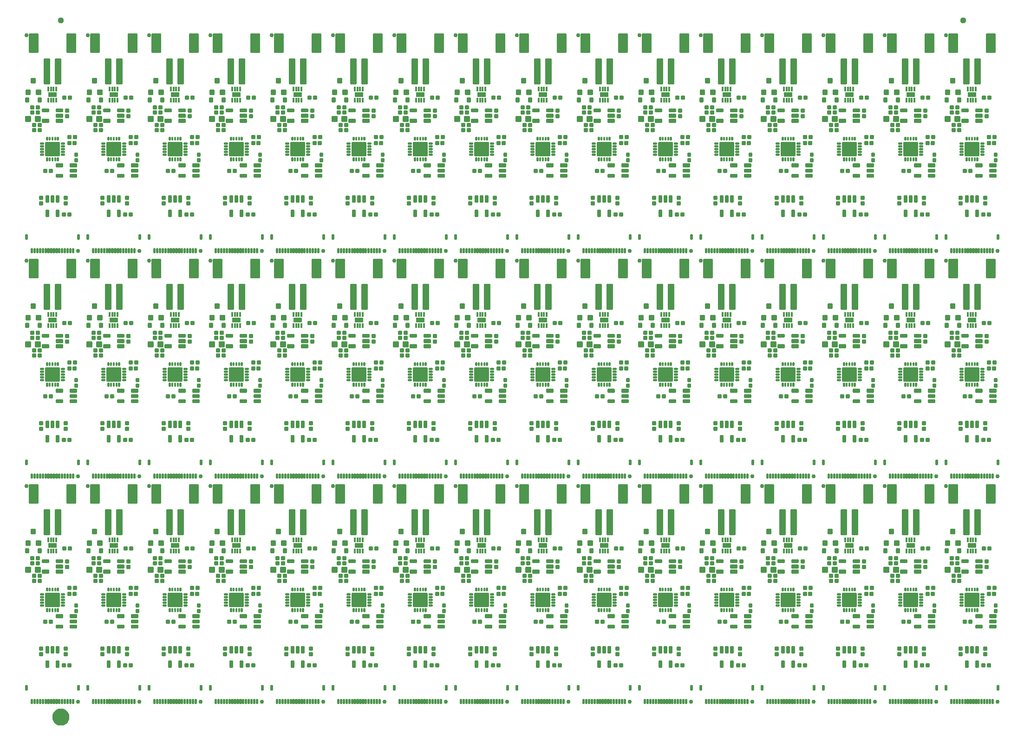
<source format=gts>
G04 EAGLE Gerber RS-274X export*
G75*
%MOMM*%
%FSLAX34Y34*%
%LPD*%
%INSoldermask Top*%
%IPPOS*%
%AMOC8*
5,1,8,0,0,1.08239X$1,22.5*%
G01*
%ADD10C,0.762000*%
%ADD11C,0.230578*%
%ADD12C,0.226609*%
%ADD13C,0.223409*%
%ADD14C,0.225369*%
%ADD15C,0.428259*%
%ADD16C,0.225400*%
%ADD17C,0.224509*%
%ADD18R,0.440000X0.840000*%
%ADD19R,1.520000X0.940000*%
%ADD20C,0.227100*%
%ADD21C,0.231750*%
%ADD22C,0.236428*%
%ADD23C,0.229969*%
%ADD24C,1.127000*%
%ADD25C,1.270000*%
%ADD26C,1.627000*%


D10*
X6350Y400050D03*
X100330Y6350D03*
D11*
X91822Y10937D02*
X89858Y10937D01*
X91822Y10937D02*
X91822Y3973D01*
X89858Y3973D01*
X89858Y10937D01*
X89858Y6164D02*
X91822Y6164D01*
X91822Y8355D02*
X89858Y8355D01*
X89858Y10546D02*
X91822Y10546D01*
X86822Y10937D02*
X84858Y10937D01*
X86822Y10937D02*
X86822Y3973D01*
X84858Y3973D01*
X84858Y10937D01*
X84858Y6164D02*
X86822Y6164D01*
X86822Y8355D02*
X84858Y8355D01*
X84858Y10546D02*
X86822Y10546D01*
D12*
X99338Y35957D02*
X102342Y35957D01*
X102342Y28953D01*
X99338Y28953D01*
X99338Y35957D01*
X99338Y31106D02*
X102342Y31106D01*
X102342Y33259D02*
X99338Y33259D01*
X99338Y35412D02*
X102342Y35412D01*
X7342Y35957D02*
X4338Y35957D01*
X7342Y35957D02*
X7342Y28953D01*
X4338Y28953D01*
X4338Y35957D01*
X4338Y31106D02*
X7342Y31106D01*
X7342Y33259D02*
X4338Y33259D01*
X4338Y35412D02*
X7342Y35412D01*
D11*
X79858Y10937D02*
X81822Y10937D01*
X81822Y3973D01*
X79858Y3973D01*
X79858Y10937D01*
X79858Y6164D02*
X81822Y6164D01*
X81822Y8355D02*
X79858Y8355D01*
X79858Y10546D02*
X81822Y10546D01*
X76822Y10937D02*
X74858Y10937D01*
X76822Y10937D02*
X76822Y3973D01*
X74858Y3973D01*
X74858Y10937D01*
X74858Y6164D02*
X76822Y6164D01*
X76822Y8355D02*
X74858Y8355D01*
X74858Y10546D02*
X76822Y10546D01*
X71822Y10937D02*
X69858Y10937D01*
X71822Y10937D02*
X71822Y3973D01*
X69858Y3973D01*
X69858Y10937D01*
X69858Y6164D02*
X71822Y6164D01*
X71822Y8355D02*
X69858Y8355D01*
X69858Y10546D02*
X71822Y10546D01*
X66822Y10937D02*
X64858Y10937D01*
X66822Y10937D02*
X66822Y3973D01*
X64858Y3973D01*
X64858Y10937D01*
X64858Y6164D02*
X66822Y6164D01*
X66822Y8355D02*
X64858Y8355D01*
X64858Y10546D02*
X66822Y10546D01*
X61822Y10937D02*
X59858Y10937D01*
X61822Y10937D02*
X61822Y3973D01*
X59858Y3973D01*
X59858Y10937D01*
X59858Y6164D02*
X61822Y6164D01*
X61822Y8355D02*
X59858Y8355D01*
X59858Y10546D02*
X61822Y10546D01*
X56822Y10937D02*
X54858Y10937D01*
X56822Y10937D02*
X56822Y3973D01*
X54858Y3973D01*
X54858Y10937D01*
X54858Y6164D02*
X56822Y6164D01*
X56822Y8355D02*
X54858Y8355D01*
X54858Y10546D02*
X56822Y10546D01*
X51822Y10937D02*
X49858Y10937D01*
X51822Y10937D02*
X51822Y3973D01*
X49858Y3973D01*
X49858Y10937D01*
X49858Y6164D02*
X51822Y6164D01*
X51822Y8355D02*
X49858Y8355D01*
X49858Y10546D02*
X51822Y10546D01*
X46822Y10937D02*
X44858Y10937D01*
X46822Y10937D02*
X46822Y3973D01*
X44858Y3973D01*
X44858Y10937D01*
X44858Y6164D02*
X46822Y6164D01*
X46822Y8355D02*
X44858Y8355D01*
X44858Y10546D02*
X46822Y10546D01*
X41822Y10937D02*
X39858Y10937D01*
X41822Y10937D02*
X41822Y3973D01*
X39858Y3973D01*
X39858Y10937D01*
X39858Y6164D02*
X41822Y6164D01*
X41822Y8355D02*
X39858Y8355D01*
X39858Y10546D02*
X41822Y10546D01*
X36822Y10937D02*
X34858Y10937D01*
X36822Y10937D02*
X36822Y3973D01*
X34858Y3973D01*
X34858Y10937D01*
X34858Y6164D02*
X36822Y6164D01*
X36822Y8355D02*
X34858Y8355D01*
X34858Y10546D02*
X36822Y10546D01*
X31822Y10937D02*
X29858Y10937D01*
X31822Y10937D02*
X31822Y3973D01*
X29858Y3973D01*
X29858Y10937D01*
X29858Y6164D02*
X31822Y6164D01*
X31822Y8355D02*
X29858Y8355D01*
X29858Y10546D02*
X31822Y10546D01*
X26822Y10937D02*
X24858Y10937D01*
X26822Y10937D02*
X26822Y3973D01*
X24858Y3973D01*
X24858Y10937D01*
X24858Y6164D02*
X26822Y6164D01*
X26822Y8355D02*
X24858Y8355D01*
X24858Y10546D02*
X26822Y10546D01*
X21822Y10937D02*
X19858Y10937D01*
X21822Y10937D02*
X21822Y3973D01*
X19858Y3973D01*
X19858Y10937D01*
X19858Y6164D02*
X21822Y6164D01*
X21822Y8355D02*
X19858Y8355D01*
X19858Y10546D02*
X21822Y10546D01*
X16822Y10937D02*
X14858Y10937D01*
X16822Y10937D02*
X16822Y3973D01*
X14858Y3973D01*
X14858Y10937D01*
X14858Y6164D02*
X16822Y6164D01*
X16822Y8355D02*
X14858Y8355D01*
X14858Y10546D02*
X16822Y10546D01*
D13*
X71859Y242232D02*
X71859Y246768D01*
X71859Y242232D02*
X60823Y242232D01*
X60823Y246768D01*
X71859Y246768D01*
X71859Y244354D02*
X60823Y244354D01*
X60823Y246476D02*
X71859Y246476D01*
X71859Y251732D02*
X71859Y256268D01*
X71859Y251732D02*
X60823Y251732D01*
X60823Y256268D01*
X71859Y256268D01*
X71859Y253854D02*
X60823Y253854D01*
X60823Y255976D02*
X71859Y255976D01*
X71859Y261232D02*
X71859Y265768D01*
X71859Y261232D02*
X60823Y261232D01*
X60823Y265768D01*
X71859Y265768D01*
X71859Y263354D02*
X60823Y263354D01*
X60823Y265476D02*
X71859Y265476D01*
X45857Y265768D02*
X45857Y261232D01*
X34821Y261232D01*
X34821Y265768D01*
X45857Y265768D01*
X45857Y263354D02*
X34821Y263354D01*
X34821Y265476D02*
X45857Y265476D01*
X45857Y246768D02*
X45857Y242232D01*
X34821Y242232D01*
X34821Y246768D01*
X45857Y246768D01*
X45857Y244354D02*
X34821Y244354D01*
X34821Y246476D02*
X45857Y246476D01*
D14*
X22273Y234347D02*
X17257Y234347D01*
X17257Y239363D01*
X22273Y239363D01*
X22273Y234347D01*
X22273Y236488D02*
X17257Y236488D01*
X17257Y238629D02*
X22273Y238629D01*
X27257Y234347D02*
X32273Y234347D01*
X27257Y234347D02*
X27257Y239363D01*
X32273Y239363D01*
X32273Y234347D01*
X32273Y236488D02*
X27257Y236488D01*
X27257Y238629D02*
X32273Y238629D01*
X77502Y260937D02*
X77502Y265953D01*
X82518Y265953D01*
X82518Y260937D01*
X77502Y260937D01*
X77502Y263078D02*
X82518Y263078D01*
X82518Y265219D02*
X77502Y265219D01*
X77502Y255953D02*
X77502Y250937D01*
X77502Y255953D02*
X82518Y255953D01*
X82518Y250937D01*
X77502Y250937D01*
X77502Y253078D02*
X82518Y253078D01*
X82518Y255219D02*
X77502Y255219D01*
D15*
X12504Y251779D02*
X12504Y244791D01*
X5516Y244791D01*
X5516Y251779D01*
X12504Y251779D01*
X12504Y248860D02*
X5516Y248860D01*
X30044Y251779D02*
X30044Y244791D01*
X23056Y244791D01*
X23056Y251779D01*
X30044Y251779D01*
X30044Y248860D02*
X23056Y248860D01*
D14*
X27257Y229838D02*
X32273Y229838D01*
X32273Y224822D01*
X27257Y224822D01*
X27257Y229838D01*
X27257Y226963D02*
X32273Y226963D01*
X32273Y229104D02*
X27257Y229104D01*
X22273Y229838D02*
X17257Y229838D01*
X22273Y229838D02*
X22273Y224822D01*
X17257Y224822D01*
X17257Y229838D01*
X17257Y226963D02*
X22273Y226963D01*
X22273Y229104D02*
X17257Y229104D01*
D16*
X38832Y311967D02*
X47848Y311967D01*
X38832Y311967D02*
X38832Y356983D01*
X47848Y356983D01*
X47848Y311967D01*
X47848Y314108D02*
X38832Y314108D01*
X38832Y316249D02*
X47848Y316249D01*
X47848Y318390D02*
X38832Y318390D01*
X38832Y320531D02*
X47848Y320531D01*
X47848Y322672D02*
X38832Y322672D01*
X38832Y324813D02*
X47848Y324813D01*
X47848Y326954D02*
X38832Y326954D01*
X38832Y329095D02*
X47848Y329095D01*
X47848Y331236D02*
X38832Y331236D01*
X38832Y333377D02*
X47848Y333377D01*
X47848Y335518D02*
X38832Y335518D01*
X38832Y337659D02*
X47848Y337659D01*
X47848Y339800D02*
X38832Y339800D01*
X38832Y341941D02*
X47848Y341941D01*
X47848Y344082D02*
X38832Y344082D01*
X38832Y346223D02*
X47848Y346223D01*
X47848Y348364D02*
X38832Y348364D01*
X38832Y350505D02*
X47848Y350505D01*
X47848Y352646D02*
X38832Y352646D01*
X38832Y354787D02*
X47848Y354787D01*
X47848Y356928D02*
X38832Y356928D01*
X58832Y311967D02*
X67848Y311967D01*
X58832Y311967D02*
X58832Y356983D01*
X67848Y356983D01*
X67848Y311967D01*
X67848Y314108D02*
X58832Y314108D01*
X58832Y316249D02*
X67848Y316249D01*
X67848Y318390D02*
X58832Y318390D01*
X58832Y320531D02*
X67848Y320531D01*
X67848Y322672D02*
X58832Y322672D01*
X58832Y324813D02*
X67848Y324813D01*
X67848Y326954D02*
X58832Y326954D01*
X58832Y329095D02*
X67848Y329095D01*
X67848Y331236D02*
X58832Y331236D01*
X58832Y333377D02*
X67848Y333377D01*
X67848Y335518D02*
X58832Y335518D01*
X58832Y337659D02*
X67848Y337659D01*
X67848Y339800D02*
X58832Y339800D01*
X58832Y341941D02*
X67848Y341941D01*
X67848Y344082D02*
X58832Y344082D01*
X58832Y346223D02*
X67848Y346223D01*
X67848Y348364D02*
X58832Y348364D01*
X58832Y350505D02*
X67848Y350505D01*
X67848Y352646D02*
X58832Y352646D01*
X58832Y354787D02*
X67848Y354787D01*
X67848Y356928D02*
X58832Y356928D01*
D17*
X26853Y369962D02*
X26853Y402988D01*
X26853Y369962D02*
X11827Y369962D01*
X11827Y402988D01*
X26853Y402988D01*
X26853Y372095D02*
X11827Y372095D01*
X11827Y374228D02*
X26853Y374228D01*
X26853Y376361D02*
X11827Y376361D01*
X11827Y378494D02*
X26853Y378494D01*
X26853Y380627D02*
X11827Y380627D01*
X11827Y382760D02*
X26853Y382760D01*
X26853Y384893D02*
X11827Y384893D01*
X11827Y387026D02*
X26853Y387026D01*
X26853Y389159D02*
X11827Y389159D01*
X11827Y391292D02*
X26853Y391292D01*
X26853Y393425D02*
X11827Y393425D01*
X11827Y395558D02*
X26853Y395558D01*
X26853Y397691D02*
X11827Y397691D01*
X11827Y399824D02*
X26853Y399824D01*
X26853Y401957D02*
X11827Y401957D01*
X94853Y402988D02*
X94853Y369962D01*
X79827Y369962D01*
X79827Y402988D01*
X94853Y402988D01*
X94853Y372095D02*
X79827Y372095D01*
X79827Y374228D02*
X94853Y374228D01*
X94853Y376361D02*
X79827Y376361D01*
X79827Y378494D02*
X94853Y378494D01*
X94853Y380627D02*
X79827Y380627D01*
X79827Y382760D02*
X94853Y382760D01*
X94853Y384893D02*
X79827Y384893D01*
X79827Y387026D02*
X94853Y387026D01*
X94853Y389159D02*
X79827Y389159D01*
X79827Y391292D02*
X94853Y391292D01*
X94853Y393425D02*
X79827Y393425D01*
X79827Y395558D02*
X94853Y395558D01*
X94853Y397691D02*
X79827Y397691D01*
X79827Y399824D02*
X94853Y399824D01*
X94853Y401957D02*
X79827Y401957D01*
D14*
X34893Y96568D02*
X34893Y91552D01*
X29877Y91552D01*
X29877Y96568D01*
X34893Y96568D01*
X34893Y93693D02*
X29877Y93693D01*
X29877Y95834D02*
X34893Y95834D01*
X34893Y101552D02*
X34893Y106568D01*
X34893Y101552D02*
X29877Y101552D01*
X29877Y106568D01*
X34893Y106568D01*
X34893Y103693D02*
X29877Y103693D01*
X29877Y105834D02*
X34893Y105834D01*
X74962Y106568D02*
X74962Y101552D01*
X74962Y106568D02*
X79978Y106568D01*
X79978Y101552D01*
X74962Y101552D01*
X74962Y103693D02*
X79978Y103693D01*
X79978Y105834D02*
X74962Y105834D01*
X74962Y96568D02*
X74962Y91552D01*
X74962Y96568D02*
X79978Y96568D01*
X79978Y91552D01*
X74962Y91552D01*
X74962Y93693D02*
X79978Y93693D01*
X79978Y95834D02*
X74962Y95834D01*
D13*
X65108Y107419D02*
X60572Y107419D01*
X65108Y107419D02*
X65108Y96383D01*
X60572Y96383D01*
X60572Y107419D01*
X60572Y98505D02*
X65108Y98505D01*
X65108Y100627D02*
X60572Y100627D01*
X60572Y102749D02*
X65108Y102749D01*
X65108Y104871D02*
X60572Y104871D01*
X60572Y106993D02*
X65108Y106993D01*
X55608Y107419D02*
X51072Y107419D01*
X55608Y107419D02*
X55608Y96383D01*
X51072Y96383D01*
X51072Y107419D01*
X51072Y98505D02*
X55608Y98505D01*
X55608Y100627D02*
X51072Y100627D01*
X51072Y102749D02*
X55608Y102749D01*
X55608Y104871D02*
X51072Y104871D01*
X51072Y106993D02*
X55608Y106993D01*
X46108Y107419D02*
X41572Y107419D01*
X46108Y107419D02*
X46108Y96383D01*
X41572Y96383D01*
X41572Y107419D01*
X41572Y98505D02*
X46108Y98505D01*
X46108Y100627D02*
X41572Y100627D01*
X41572Y102749D02*
X46108Y102749D01*
X46108Y104871D02*
X41572Y104871D01*
X41572Y106993D02*
X46108Y106993D01*
X46108Y81417D02*
X41572Y81417D01*
X46108Y81417D02*
X46108Y70381D01*
X41572Y70381D01*
X41572Y81417D01*
X41572Y72503D02*
X46108Y72503D01*
X46108Y74625D02*
X41572Y74625D01*
X41572Y76747D02*
X46108Y76747D01*
X46108Y78869D02*
X41572Y78869D01*
X41572Y80991D02*
X46108Y80991D01*
X60572Y81417D02*
X65108Y81417D01*
X65108Y70381D01*
X60572Y70381D01*
X60572Y81417D01*
X60572Y72503D02*
X65108Y72503D01*
X65108Y74625D02*
X60572Y74625D01*
X60572Y76747D02*
X65108Y76747D01*
X65108Y78869D02*
X60572Y78869D01*
X60572Y80991D02*
X65108Y80991D01*
D14*
X71867Y71152D02*
X76883Y71152D01*
X71867Y71152D02*
X71867Y76168D01*
X76883Y76168D01*
X76883Y71152D01*
X76883Y73293D02*
X71867Y73293D01*
X71867Y75434D02*
X76883Y75434D01*
X81867Y71152D02*
X86883Y71152D01*
X81867Y71152D02*
X81867Y76168D01*
X86883Y76168D01*
X86883Y71152D01*
X86883Y73293D02*
X81867Y73293D01*
X81867Y75434D02*
X86883Y75434D01*
X29098Y262223D02*
X24082Y262223D01*
X29098Y262223D02*
X29098Y257207D01*
X24082Y257207D01*
X24082Y262223D01*
X24082Y259348D02*
X29098Y259348D01*
X29098Y261489D02*
X24082Y261489D01*
X19098Y262223D02*
X14082Y262223D01*
X19098Y262223D02*
X19098Y257207D01*
X14082Y257207D01*
X14082Y262223D01*
X14082Y259348D02*
X19098Y259348D01*
X19098Y261489D02*
X14082Y261489D01*
D18*
X60840Y282200D03*
X55840Y282200D03*
X50840Y282200D03*
X45840Y282200D03*
X45840Y302200D03*
X50840Y302200D03*
X55840Y302200D03*
X60840Y302200D03*
D19*
X53340Y292100D03*
D20*
X32565Y286225D02*
X27265Y286225D01*
X32565Y286225D02*
X32565Y278925D01*
X27265Y278925D01*
X27265Y286225D01*
X27265Y281082D02*
X32565Y281082D01*
X32565Y283239D02*
X27265Y283239D01*
X27265Y285396D02*
X32565Y285396D01*
X9565Y286225D02*
X4265Y286225D01*
X9565Y286225D02*
X9565Y278925D01*
X4265Y278925D01*
X4265Y286225D01*
X4265Y281082D02*
X9565Y281082D01*
X9565Y283239D02*
X4265Y283239D01*
X4265Y285396D02*
X9565Y285396D01*
D21*
X12391Y292729D02*
X5439Y292729D01*
X5439Y300681D01*
X12391Y300681D01*
X12391Y292729D01*
X12391Y294931D02*
X5439Y294931D01*
X5439Y297133D02*
X12391Y297133D01*
X12391Y299335D02*
X5439Y299335D01*
X24439Y292729D02*
X31391Y292729D01*
X24439Y292729D02*
X24439Y300681D01*
X31391Y300681D01*
X31391Y292729D01*
X31391Y294931D02*
X24439Y294931D01*
X24439Y297133D02*
X31391Y297133D01*
X31391Y299335D02*
X24439Y299335D01*
X21891Y313729D02*
X14939Y313729D01*
X14939Y321681D01*
X21891Y321681D01*
X21891Y313729D01*
X21891Y315931D02*
X14939Y315931D01*
X14939Y318133D02*
X21891Y318133D01*
X21891Y320335D02*
X14939Y320335D01*
D14*
X14082Y266732D02*
X19098Y266732D01*
X14082Y266732D02*
X14082Y271748D01*
X19098Y271748D01*
X19098Y266732D01*
X19098Y268873D02*
X14082Y268873D01*
X14082Y271014D02*
X19098Y271014D01*
X24082Y266732D02*
X29098Y266732D01*
X24082Y266732D02*
X24082Y271748D01*
X29098Y271748D01*
X29098Y266732D01*
X29098Y268873D02*
X24082Y268873D01*
X24082Y271014D02*
X29098Y271014D01*
X82502Y289528D02*
X87518Y289528D01*
X87518Y284512D01*
X82502Y284512D01*
X82502Y289528D01*
X82502Y286653D02*
X87518Y286653D01*
X87518Y288794D02*
X82502Y288794D01*
X77518Y289528D02*
X72502Y289528D01*
X77518Y289528D02*
X77518Y284512D01*
X72502Y284512D01*
X72502Y289528D01*
X72502Y286653D02*
X77518Y286653D01*
X77518Y288794D02*
X72502Y288794D01*
X81392Y201327D02*
X86408Y201327D01*
X81392Y201327D02*
X81392Y206343D01*
X86408Y206343D01*
X86408Y201327D01*
X86408Y203468D02*
X81392Y203468D01*
X81392Y205609D02*
X86408Y205609D01*
X91392Y201327D02*
X96408Y201327D01*
X91392Y201327D02*
X91392Y206343D01*
X96408Y206343D01*
X96408Y201327D01*
X96408Y203468D02*
X91392Y203468D01*
X91392Y205609D02*
X96408Y205609D01*
D22*
X65293Y204993D02*
X65293Y181087D01*
X41387Y181087D01*
X41387Y204993D01*
X65293Y204993D01*
X65293Y183333D02*
X41387Y183333D01*
X41387Y185579D02*
X65293Y185579D01*
X65293Y187825D02*
X41387Y187825D01*
X41387Y190071D02*
X65293Y190071D01*
X65293Y192317D02*
X41387Y192317D01*
X41387Y194563D02*
X65293Y194563D01*
X65293Y196809D02*
X41387Y196809D01*
X41387Y199055D02*
X65293Y199055D01*
X65293Y201301D02*
X41387Y201301D01*
X41387Y203547D02*
X65293Y203547D01*
D23*
X54075Y176525D02*
X54075Y171555D01*
X52605Y171555D01*
X52605Y176525D01*
X54075Y176525D01*
X54075Y173740D02*
X52605Y173740D01*
X52605Y175925D02*
X54075Y175925D01*
X49075Y176525D02*
X49075Y171555D01*
X47605Y171555D01*
X47605Y176525D01*
X49075Y176525D01*
X49075Y173740D02*
X47605Y173740D01*
X47605Y175925D02*
X49075Y175925D01*
X44075Y176525D02*
X44075Y171555D01*
X42605Y171555D01*
X42605Y176525D01*
X44075Y176525D01*
X44075Y173740D02*
X42605Y173740D01*
X42605Y175925D02*
X44075Y175925D01*
X59075Y176525D02*
X59075Y171555D01*
X57605Y171555D01*
X57605Y176525D01*
X59075Y176525D01*
X59075Y173740D02*
X57605Y173740D01*
X57605Y175925D02*
X59075Y175925D01*
X64075Y176525D02*
X64075Y171555D01*
X62605Y171555D01*
X62605Y176525D01*
X64075Y176525D01*
X64075Y173740D02*
X62605Y173740D01*
X62605Y175925D02*
X64075Y175925D01*
X69855Y183775D02*
X74825Y183775D01*
X74825Y182305D01*
X69855Y182305D01*
X69855Y183775D01*
X69855Y188775D02*
X74825Y188775D01*
X74825Y187305D01*
X69855Y187305D01*
X69855Y188775D01*
X69855Y193775D02*
X74825Y193775D01*
X74825Y192305D01*
X69855Y192305D01*
X69855Y193775D01*
X69855Y198775D02*
X74825Y198775D01*
X74825Y197305D01*
X69855Y197305D01*
X69855Y198775D01*
X69855Y203775D02*
X74825Y203775D01*
X74825Y202305D01*
X69855Y202305D01*
X69855Y203775D01*
X62605Y209555D02*
X62605Y214525D01*
X64075Y214525D01*
X64075Y209555D01*
X62605Y209555D01*
X62605Y211740D02*
X64075Y211740D01*
X64075Y213925D02*
X62605Y213925D01*
X57605Y214525D02*
X57605Y209555D01*
X57605Y214525D02*
X59075Y214525D01*
X59075Y209555D01*
X57605Y209555D01*
X57605Y211740D02*
X59075Y211740D01*
X59075Y213925D02*
X57605Y213925D01*
X52605Y214525D02*
X52605Y209555D01*
X52605Y214525D02*
X54075Y214525D01*
X54075Y209555D01*
X52605Y209555D01*
X52605Y211740D02*
X54075Y211740D01*
X54075Y213925D02*
X52605Y213925D01*
X47605Y214525D02*
X47605Y209555D01*
X47605Y214525D02*
X49075Y214525D01*
X49075Y209555D01*
X47605Y209555D01*
X47605Y211740D02*
X49075Y211740D01*
X49075Y213925D02*
X47605Y213925D01*
X42605Y214525D02*
X42605Y209555D01*
X42605Y214525D02*
X44075Y214525D01*
X44075Y209555D01*
X42605Y209555D01*
X42605Y211740D02*
X44075Y211740D01*
X44075Y213925D02*
X42605Y213925D01*
X36825Y202305D02*
X31855Y202305D01*
X31855Y203775D01*
X36825Y203775D01*
X36825Y202305D01*
X36825Y197305D02*
X31855Y197305D01*
X31855Y198775D01*
X36825Y198775D01*
X36825Y197305D01*
X36825Y192305D02*
X31855Y192305D01*
X31855Y193775D01*
X36825Y193775D01*
X36825Y192305D01*
X36825Y187305D02*
X31855Y187305D01*
X31855Y188775D01*
X36825Y188775D01*
X36825Y187305D01*
X36825Y182305D02*
X31855Y182305D01*
X31855Y183775D01*
X36825Y183775D01*
X36825Y182305D01*
D14*
X82027Y212757D02*
X87043Y212757D01*
X82027Y212757D02*
X82027Y217773D01*
X87043Y217773D01*
X87043Y212757D01*
X87043Y214898D02*
X82027Y214898D01*
X82027Y217039D02*
X87043Y217039D01*
X92027Y212757D02*
X97043Y212757D01*
X92027Y212757D02*
X92027Y217773D01*
X97043Y217773D01*
X97043Y212757D01*
X97043Y214898D02*
X92027Y214898D01*
X92027Y217039D02*
X97043Y217039D01*
D13*
X97259Y146438D02*
X97259Y141902D01*
X86223Y141902D01*
X86223Y146438D01*
X97259Y146438D01*
X97259Y144024D02*
X86223Y144024D01*
X86223Y146146D02*
X97259Y146146D01*
X97259Y151402D02*
X97259Y155938D01*
X97259Y151402D02*
X86223Y151402D01*
X86223Y155938D01*
X97259Y155938D01*
X97259Y153524D02*
X86223Y153524D01*
X86223Y155646D02*
X97259Y155646D01*
X97259Y160902D02*
X97259Y165438D01*
X97259Y160902D02*
X86223Y160902D01*
X86223Y165438D01*
X97259Y165438D01*
X97259Y163024D02*
X86223Y163024D01*
X86223Y165146D02*
X97259Y165146D01*
X71257Y165438D02*
X71257Y160902D01*
X60221Y160902D01*
X60221Y165438D01*
X71257Y165438D01*
X71257Y163024D02*
X60221Y163024D01*
X60221Y165146D02*
X71257Y165146D01*
X71257Y146438D02*
X71257Y141902D01*
X60221Y141902D01*
X60221Y146438D01*
X71257Y146438D01*
X71257Y144024D02*
X60221Y144024D01*
X60221Y146146D02*
X71257Y146146D01*
D14*
X99028Y170292D02*
X99028Y175308D01*
X99028Y170292D02*
X94012Y170292D01*
X94012Y175308D01*
X99028Y175308D01*
X99028Y172433D02*
X94012Y172433D01*
X94012Y174574D02*
X99028Y174574D01*
X99028Y180292D02*
X99028Y185308D01*
X99028Y180292D02*
X94012Y180292D01*
X94012Y185308D01*
X99028Y185308D01*
X99028Y182433D02*
X94012Y182433D01*
X94012Y184574D02*
X99028Y184574D01*
X52911Y155543D02*
X47895Y155543D01*
X52911Y155543D02*
X52911Y150527D01*
X47895Y150527D01*
X47895Y155543D01*
X47895Y152668D02*
X52911Y152668D01*
X52911Y154809D02*
X47895Y154809D01*
X42911Y155543D02*
X37895Y155543D01*
X42911Y155543D02*
X42911Y150527D01*
X37895Y150527D01*
X37895Y155543D01*
X37895Y152668D02*
X42911Y152668D01*
X42911Y154809D02*
X37895Y154809D01*
D10*
X118110Y400050D03*
X212090Y6350D03*
D11*
X203582Y10937D02*
X201618Y10937D01*
X203582Y10937D02*
X203582Y3973D01*
X201618Y3973D01*
X201618Y10937D01*
X201618Y6164D02*
X203582Y6164D01*
X203582Y8355D02*
X201618Y8355D01*
X201618Y10546D02*
X203582Y10546D01*
X198582Y10937D02*
X196618Y10937D01*
X198582Y10937D02*
X198582Y3973D01*
X196618Y3973D01*
X196618Y10937D01*
X196618Y6164D02*
X198582Y6164D01*
X198582Y8355D02*
X196618Y8355D01*
X196618Y10546D02*
X198582Y10546D01*
D12*
X211098Y35957D02*
X214102Y35957D01*
X214102Y28953D01*
X211098Y28953D01*
X211098Y35957D01*
X211098Y31106D02*
X214102Y31106D01*
X214102Y33259D02*
X211098Y33259D01*
X211098Y35412D02*
X214102Y35412D01*
X119102Y35957D02*
X116098Y35957D01*
X119102Y35957D02*
X119102Y28953D01*
X116098Y28953D01*
X116098Y35957D01*
X116098Y31106D02*
X119102Y31106D01*
X119102Y33259D02*
X116098Y33259D01*
X116098Y35412D02*
X119102Y35412D01*
D11*
X191618Y10937D02*
X193582Y10937D01*
X193582Y3973D01*
X191618Y3973D01*
X191618Y10937D01*
X191618Y6164D02*
X193582Y6164D01*
X193582Y8355D02*
X191618Y8355D01*
X191618Y10546D02*
X193582Y10546D01*
X188582Y10937D02*
X186618Y10937D01*
X188582Y10937D02*
X188582Y3973D01*
X186618Y3973D01*
X186618Y10937D01*
X186618Y6164D02*
X188582Y6164D01*
X188582Y8355D02*
X186618Y8355D01*
X186618Y10546D02*
X188582Y10546D01*
X183582Y10937D02*
X181618Y10937D01*
X183582Y10937D02*
X183582Y3973D01*
X181618Y3973D01*
X181618Y10937D01*
X181618Y6164D02*
X183582Y6164D01*
X183582Y8355D02*
X181618Y8355D01*
X181618Y10546D02*
X183582Y10546D01*
X178582Y10937D02*
X176618Y10937D01*
X178582Y10937D02*
X178582Y3973D01*
X176618Y3973D01*
X176618Y10937D01*
X176618Y6164D02*
X178582Y6164D01*
X178582Y8355D02*
X176618Y8355D01*
X176618Y10546D02*
X178582Y10546D01*
X173582Y10937D02*
X171618Y10937D01*
X173582Y10937D02*
X173582Y3973D01*
X171618Y3973D01*
X171618Y10937D01*
X171618Y6164D02*
X173582Y6164D01*
X173582Y8355D02*
X171618Y8355D01*
X171618Y10546D02*
X173582Y10546D01*
X168582Y10937D02*
X166618Y10937D01*
X168582Y10937D02*
X168582Y3973D01*
X166618Y3973D01*
X166618Y10937D01*
X166618Y6164D02*
X168582Y6164D01*
X168582Y8355D02*
X166618Y8355D01*
X166618Y10546D02*
X168582Y10546D01*
X163582Y10937D02*
X161618Y10937D01*
X163582Y10937D02*
X163582Y3973D01*
X161618Y3973D01*
X161618Y10937D01*
X161618Y6164D02*
X163582Y6164D01*
X163582Y8355D02*
X161618Y8355D01*
X161618Y10546D02*
X163582Y10546D01*
X158582Y10937D02*
X156618Y10937D01*
X158582Y10937D02*
X158582Y3973D01*
X156618Y3973D01*
X156618Y10937D01*
X156618Y6164D02*
X158582Y6164D01*
X158582Y8355D02*
X156618Y8355D01*
X156618Y10546D02*
X158582Y10546D01*
X153582Y10937D02*
X151618Y10937D01*
X153582Y10937D02*
X153582Y3973D01*
X151618Y3973D01*
X151618Y10937D01*
X151618Y6164D02*
X153582Y6164D01*
X153582Y8355D02*
X151618Y8355D01*
X151618Y10546D02*
X153582Y10546D01*
X148582Y10937D02*
X146618Y10937D01*
X148582Y10937D02*
X148582Y3973D01*
X146618Y3973D01*
X146618Y10937D01*
X146618Y6164D02*
X148582Y6164D01*
X148582Y8355D02*
X146618Y8355D01*
X146618Y10546D02*
X148582Y10546D01*
X143582Y10937D02*
X141618Y10937D01*
X143582Y10937D02*
X143582Y3973D01*
X141618Y3973D01*
X141618Y10937D01*
X141618Y6164D02*
X143582Y6164D01*
X143582Y8355D02*
X141618Y8355D01*
X141618Y10546D02*
X143582Y10546D01*
X138582Y10937D02*
X136618Y10937D01*
X138582Y10937D02*
X138582Y3973D01*
X136618Y3973D01*
X136618Y10937D01*
X136618Y6164D02*
X138582Y6164D01*
X138582Y8355D02*
X136618Y8355D01*
X136618Y10546D02*
X138582Y10546D01*
X133582Y10937D02*
X131618Y10937D01*
X133582Y10937D02*
X133582Y3973D01*
X131618Y3973D01*
X131618Y10937D01*
X131618Y6164D02*
X133582Y6164D01*
X133582Y8355D02*
X131618Y8355D01*
X131618Y10546D02*
X133582Y10546D01*
X128582Y10937D02*
X126618Y10937D01*
X128582Y10937D02*
X128582Y3973D01*
X126618Y3973D01*
X126618Y10937D01*
X126618Y6164D02*
X128582Y6164D01*
X128582Y8355D02*
X126618Y8355D01*
X126618Y10546D02*
X128582Y10546D01*
D13*
X183619Y242232D02*
X183619Y246768D01*
X183619Y242232D02*
X172583Y242232D01*
X172583Y246768D01*
X183619Y246768D01*
X183619Y244354D02*
X172583Y244354D01*
X172583Y246476D02*
X183619Y246476D01*
X183619Y251732D02*
X183619Y256268D01*
X183619Y251732D02*
X172583Y251732D01*
X172583Y256268D01*
X183619Y256268D01*
X183619Y253854D02*
X172583Y253854D01*
X172583Y255976D02*
X183619Y255976D01*
X183619Y261232D02*
X183619Y265768D01*
X183619Y261232D02*
X172583Y261232D01*
X172583Y265768D01*
X183619Y265768D01*
X183619Y263354D02*
X172583Y263354D01*
X172583Y265476D02*
X183619Y265476D01*
X157617Y265768D02*
X157617Y261232D01*
X146581Y261232D01*
X146581Y265768D01*
X157617Y265768D01*
X157617Y263354D02*
X146581Y263354D01*
X146581Y265476D02*
X157617Y265476D01*
X157617Y246768D02*
X157617Y242232D01*
X146581Y242232D01*
X146581Y246768D01*
X157617Y246768D01*
X157617Y244354D02*
X146581Y244354D01*
X146581Y246476D02*
X157617Y246476D01*
D14*
X134033Y234347D02*
X129017Y234347D01*
X129017Y239363D01*
X134033Y239363D01*
X134033Y234347D01*
X134033Y236488D02*
X129017Y236488D01*
X129017Y238629D02*
X134033Y238629D01*
X139017Y234347D02*
X144033Y234347D01*
X139017Y234347D02*
X139017Y239363D01*
X144033Y239363D01*
X144033Y234347D01*
X144033Y236488D02*
X139017Y236488D01*
X139017Y238629D02*
X144033Y238629D01*
X189262Y260937D02*
X189262Y265953D01*
X194278Y265953D01*
X194278Y260937D01*
X189262Y260937D01*
X189262Y263078D02*
X194278Y263078D01*
X194278Y265219D02*
X189262Y265219D01*
X189262Y255953D02*
X189262Y250937D01*
X189262Y255953D02*
X194278Y255953D01*
X194278Y250937D01*
X189262Y250937D01*
X189262Y253078D02*
X194278Y253078D01*
X194278Y255219D02*
X189262Y255219D01*
D15*
X124264Y251779D02*
X124264Y244791D01*
X117276Y244791D01*
X117276Y251779D01*
X124264Y251779D01*
X124264Y248860D02*
X117276Y248860D01*
X141804Y251779D02*
X141804Y244791D01*
X134816Y244791D01*
X134816Y251779D01*
X141804Y251779D01*
X141804Y248860D02*
X134816Y248860D01*
D14*
X139017Y229838D02*
X144033Y229838D01*
X144033Y224822D01*
X139017Y224822D01*
X139017Y229838D01*
X139017Y226963D02*
X144033Y226963D01*
X144033Y229104D02*
X139017Y229104D01*
X134033Y229838D02*
X129017Y229838D01*
X134033Y229838D02*
X134033Y224822D01*
X129017Y224822D01*
X129017Y229838D01*
X129017Y226963D02*
X134033Y226963D01*
X134033Y229104D02*
X129017Y229104D01*
D16*
X150592Y311967D02*
X159608Y311967D01*
X150592Y311967D02*
X150592Y356983D01*
X159608Y356983D01*
X159608Y311967D01*
X159608Y314108D02*
X150592Y314108D01*
X150592Y316249D02*
X159608Y316249D01*
X159608Y318390D02*
X150592Y318390D01*
X150592Y320531D02*
X159608Y320531D01*
X159608Y322672D02*
X150592Y322672D01*
X150592Y324813D02*
X159608Y324813D01*
X159608Y326954D02*
X150592Y326954D01*
X150592Y329095D02*
X159608Y329095D01*
X159608Y331236D02*
X150592Y331236D01*
X150592Y333377D02*
X159608Y333377D01*
X159608Y335518D02*
X150592Y335518D01*
X150592Y337659D02*
X159608Y337659D01*
X159608Y339800D02*
X150592Y339800D01*
X150592Y341941D02*
X159608Y341941D01*
X159608Y344082D02*
X150592Y344082D01*
X150592Y346223D02*
X159608Y346223D01*
X159608Y348364D02*
X150592Y348364D01*
X150592Y350505D02*
X159608Y350505D01*
X159608Y352646D02*
X150592Y352646D01*
X150592Y354787D02*
X159608Y354787D01*
X159608Y356928D02*
X150592Y356928D01*
X170592Y311967D02*
X179608Y311967D01*
X170592Y311967D02*
X170592Y356983D01*
X179608Y356983D01*
X179608Y311967D01*
X179608Y314108D02*
X170592Y314108D01*
X170592Y316249D02*
X179608Y316249D01*
X179608Y318390D02*
X170592Y318390D01*
X170592Y320531D02*
X179608Y320531D01*
X179608Y322672D02*
X170592Y322672D01*
X170592Y324813D02*
X179608Y324813D01*
X179608Y326954D02*
X170592Y326954D01*
X170592Y329095D02*
X179608Y329095D01*
X179608Y331236D02*
X170592Y331236D01*
X170592Y333377D02*
X179608Y333377D01*
X179608Y335518D02*
X170592Y335518D01*
X170592Y337659D02*
X179608Y337659D01*
X179608Y339800D02*
X170592Y339800D01*
X170592Y341941D02*
X179608Y341941D01*
X179608Y344082D02*
X170592Y344082D01*
X170592Y346223D02*
X179608Y346223D01*
X179608Y348364D02*
X170592Y348364D01*
X170592Y350505D02*
X179608Y350505D01*
X179608Y352646D02*
X170592Y352646D01*
X170592Y354787D02*
X179608Y354787D01*
X179608Y356928D02*
X170592Y356928D01*
D17*
X138613Y369962D02*
X138613Y402988D01*
X138613Y369962D02*
X123587Y369962D01*
X123587Y402988D01*
X138613Y402988D01*
X138613Y372095D02*
X123587Y372095D01*
X123587Y374228D02*
X138613Y374228D01*
X138613Y376361D02*
X123587Y376361D01*
X123587Y378494D02*
X138613Y378494D01*
X138613Y380627D02*
X123587Y380627D01*
X123587Y382760D02*
X138613Y382760D01*
X138613Y384893D02*
X123587Y384893D01*
X123587Y387026D02*
X138613Y387026D01*
X138613Y389159D02*
X123587Y389159D01*
X123587Y391292D02*
X138613Y391292D01*
X138613Y393425D02*
X123587Y393425D01*
X123587Y395558D02*
X138613Y395558D01*
X138613Y397691D02*
X123587Y397691D01*
X123587Y399824D02*
X138613Y399824D01*
X138613Y401957D02*
X123587Y401957D01*
X206613Y402988D02*
X206613Y369962D01*
X191587Y369962D01*
X191587Y402988D01*
X206613Y402988D01*
X206613Y372095D02*
X191587Y372095D01*
X191587Y374228D02*
X206613Y374228D01*
X206613Y376361D02*
X191587Y376361D01*
X191587Y378494D02*
X206613Y378494D01*
X206613Y380627D02*
X191587Y380627D01*
X191587Y382760D02*
X206613Y382760D01*
X206613Y384893D02*
X191587Y384893D01*
X191587Y387026D02*
X206613Y387026D01*
X206613Y389159D02*
X191587Y389159D01*
X191587Y391292D02*
X206613Y391292D01*
X206613Y393425D02*
X191587Y393425D01*
X191587Y395558D02*
X206613Y395558D01*
X206613Y397691D02*
X191587Y397691D01*
X191587Y399824D02*
X206613Y399824D01*
X206613Y401957D02*
X191587Y401957D01*
D14*
X146653Y96568D02*
X146653Y91552D01*
X141637Y91552D01*
X141637Y96568D01*
X146653Y96568D01*
X146653Y93693D02*
X141637Y93693D01*
X141637Y95834D02*
X146653Y95834D01*
X146653Y101552D02*
X146653Y106568D01*
X146653Y101552D02*
X141637Y101552D01*
X141637Y106568D01*
X146653Y106568D01*
X146653Y103693D02*
X141637Y103693D01*
X141637Y105834D02*
X146653Y105834D01*
X186722Y106568D02*
X186722Y101552D01*
X186722Y106568D02*
X191738Y106568D01*
X191738Y101552D01*
X186722Y101552D01*
X186722Y103693D02*
X191738Y103693D01*
X191738Y105834D02*
X186722Y105834D01*
X186722Y96568D02*
X186722Y91552D01*
X186722Y96568D02*
X191738Y96568D01*
X191738Y91552D01*
X186722Y91552D01*
X186722Y93693D02*
X191738Y93693D01*
X191738Y95834D02*
X186722Y95834D01*
D13*
X176868Y107419D02*
X172332Y107419D01*
X176868Y107419D02*
X176868Y96383D01*
X172332Y96383D01*
X172332Y107419D01*
X172332Y98505D02*
X176868Y98505D01*
X176868Y100627D02*
X172332Y100627D01*
X172332Y102749D02*
X176868Y102749D01*
X176868Y104871D02*
X172332Y104871D01*
X172332Y106993D02*
X176868Y106993D01*
X167368Y107419D02*
X162832Y107419D01*
X167368Y107419D02*
X167368Y96383D01*
X162832Y96383D01*
X162832Y107419D01*
X162832Y98505D02*
X167368Y98505D01*
X167368Y100627D02*
X162832Y100627D01*
X162832Y102749D02*
X167368Y102749D01*
X167368Y104871D02*
X162832Y104871D01*
X162832Y106993D02*
X167368Y106993D01*
X157868Y107419D02*
X153332Y107419D01*
X157868Y107419D02*
X157868Y96383D01*
X153332Y96383D01*
X153332Y107419D01*
X153332Y98505D02*
X157868Y98505D01*
X157868Y100627D02*
X153332Y100627D01*
X153332Y102749D02*
X157868Y102749D01*
X157868Y104871D02*
X153332Y104871D01*
X153332Y106993D02*
X157868Y106993D01*
X157868Y81417D02*
X153332Y81417D01*
X157868Y81417D02*
X157868Y70381D01*
X153332Y70381D01*
X153332Y81417D01*
X153332Y72503D02*
X157868Y72503D01*
X157868Y74625D02*
X153332Y74625D01*
X153332Y76747D02*
X157868Y76747D01*
X157868Y78869D02*
X153332Y78869D01*
X153332Y80991D02*
X157868Y80991D01*
X172332Y81417D02*
X176868Y81417D01*
X176868Y70381D01*
X172332Y70381D01*
X172332Y81417D01*
X172332Y72503D02*
X176868Y72503D01*
X176868Y74625D02*
X172332Y74625D01*
X172332Y76747D02*
X176868Y76747D01*
X176868Y78869D02*
X172332Y78869D01*
X172332Y80991D02*
X176868Y80991D01*
D14*
X183627Y71152D02*
X188643Y71152D01*
X183627Y71152D02*
X183627Y76168D01*
X188643Y76168D01*
X188643Y71152D01*
X188643Y73293D02*
X183627Y73293D01*
X183627Y75434D02*
X188643Y75434D01*
X193627Y71152D02*
X198643Y71152D01*
X193627Y71152D02*
X193627Y76168D01*
X198643Y76168D01*
X198643Y71152D01*
X198643Y73293D02*
X193627Y73293D01*
X193627Y75434D02*
X198643Y75434D01*
X140858Y262223D02*
X135842Y262223D01*
X140858Y262223D02*
X140858Y257207D01*
X135842Y257207D01*
X135842Y262223D01*
X135842Y259348D02*
X140858Y259348D01*
X140858Y261489D02*
X135842Y261489D01*
X130858Y262223D02*
X125842Y262223D01*
X130858Y262223D02*
X130858Y257207D01*
X125842Y257207D01*
X125842Y262223D01*
X125842Y259348D02*
X130858Y259348D01*
X130858Y261489D02*
X125842Y261489D01*
D18*
X172600Y282200D03*
X167600Y282200D03*
X162600Y282200D03*
X157600Y282200D03*
X157600Y302200D03*
X162600Y302200D03*
X167600Y302200D03*
X172600Y302200D03*
D19*
X165100Y292100D03*
D20*
X144325Y286225D02*
X139025Y286225D01*
X144325Y286225D02*
X144325Y278925D01*
X139025Y278925D01*
X139025Y286225D01*
X139025Y281082D02*
X144325Y281082D01*
X144325Y283239D02*
X139025Y283239D01*
X139025Y285396D02*
X144325Y285396D01*
X121325Y286225D02*
X116025Y286225D01*
X121325Y286225D02*
X121325Y278925D01*
X116025Y278925D01*
X116025Y286225D01*
X116025Y281082D02*
X121325Y281082D01*
X121325Y283239D02*
X116025Y283239D01*
X116025Y285396D02*
X121325Y285396D01*
D21*
X124151Y292729D02*
X117199Y292729D01*
X117199Y300681D01*
X124151Y300681D01*
X124151Y292729D01*
X124151Y294931D02*
X117199Y294931D01*
X117199Y297133D02*
X124151Y297133D01*
X124151Y299335D02*
X117199Y299335D01*
X136199Y292729D02*
X143151Y292729D01*
X136199Y292729D02*
X136199Y300681D01*
X143151Y300681D01*
X143151Y292729D01*
X143151Y294931D02*
X136199Y294931D01*
X136199Y297133D02*
X143151Y297133D01*
X143151Y299335D02*
X136199Y299335D01*
X133651Y313729D02*
X126699Y313729D01*
X126699Y321681D01*
X133651Y321681D01*
X133651Y313729D01*
X133651Y315931D02*
X126699Y315931D01*
X126699Y318133D02*
X133651Y318133D01*
X133651Y320335D02*
X126699Y320335D01*
D14*
X125842Y266732D02*
X130858Y266732D01*
X125842Y266732D02*
X125842Y271748D01*
X130858Y271748D01*
X130858Y266732D01*
X130858Y268873D02*
X125842Y268873D01*
X125842Y271014D02*
X130858Y271014D01*
X135842Y266732D02*
X140858Y266732D01*
X135842Y266732D02*
X135842Y271748D01*
X140858Y271748D01*
X140858Y266732D01*
X140858Y268873D02*
X135842Y268873D01*
X135842Y271014D02*
X140858Y271014D01*
X194262Y289528D02*
X199278Y289528D01*
X199278Y284512D01*
X194262Y284512D01*
X194262Y289528D01*
X194262Y286653D02*
X199278Y286653D01*
X199278Y288794D02*
X194262Y288794D01*
X189278Y289528D02*
X184262Y289528D01*
X189278Y289528D02*
X189278Y284512D01*
X184262Y284512D01*
X184262Y289528D01*
X184262Y286653D02*
X189278Y286653D01*
X189278Y288794D02*
X184262Y288794D01*
X193152Y201327D02*
X198168Y201327D01*
X193152Y201327D02*
X193152Y206343D01*
X198168Y206343D01*
X198168Y201327D01*
X198168Y203468D02*
X193152Y203468D01*
X193152Y205609D02*
X198168Y205609D01*
X203152Y201327D02*
X208168Y201327D01*
X203152Y201327D02*
X203152Y206343D01*
X208168Y206343D01*
X208168Y201327D01*
X208168Y203468D02*
X203152Y203468D01*
X203152Y205609D02*
X208168Y205609D01*
D22*
X177053Y204993D02*
X177053Y181087D01*
X153147Y181087D01*
X153147Y204993D01*
X177053Y204993D01*
X177053Y183333D02*
X153147Y183333D01*
X153147Y185579D02*
X177053Y185579D01*
X177053Y187825D02*
X153147Y187825D01*
X153147Y190071D02*
X177053Y190071D01*
X177053Y192317D02*
X153147Y192317D01*
X153147Y194563D02*
X177053Y194563D01*
X177053Y196809D02*
X153147Y196809D01*
X153147Y199055D02*
X177053Y199055D01*
X177053Y201301D02*
X153147Y201301D01*
X153147Y203547D02*
X177053Y203547D01*
D23*
X165835Y176525D02*
X165835Y171555D01*
X164365Y171555D01*
X164365Y176525D01*
X165835Y176525D01*
X165835Y173740D02*
X164365Y173740D01*
X164365Y175925D02*
X165835Y175925D01*
X160835Y176525D02*
X160835Y171555D01*
X159365Y171555D01*
X159365Y176525D01*
X160835Y176525D01*
X160835Y173740D02*
X159365Y173740D01*
X159365Y175925D02*
X160835Y175925D01*
X155835Y176525D02*
X155835Y171555D01*
X154365Y171555D01*
X154365Y176525D01*
X155835Y176525D01*
X155835Y173740D02*
X154365Y173740D01*
X154365Y175925D02*
X155835Y175925D01*
X170835Y176525D02*
X170835Y171555D01*
X169365Y171555D01*
X169365Y176525D01*
X170835Y176525D01*
X170835Y173740D02*
X169365Y173740D01*
X169365Y175925D02*
X170835Y175925D01*
X175835Y176525D02*
X175835Y171555D01*
X174365Y171555D01*
X174365Y176525D01*
X175835Y176525D01*
X175835Y173740D02*
X174365Y173740D01*
X174365Y175925D02*
X175835Y175925D01*
X181615Y183775D02*
X186585Y183775D01*
X186585Y182305D01*
X181615Y182305D01*
X181615Y183775D01*
X181615Y188775D02*
X186585Y188775D01*
X186585Y187305D01*
X181615Y187305D01*
X181615Y188775D01*
X181615Y193775D02*
X186585Y193775D01*
X186585Y192305D01*
X181615Y192305D01*
X181615Y193775D01*
X181615Y198775D02*
X186585Y198775D01*
X186585Y197305D01*
X181615Y197305D01*
X181615Y198775D01*
X181615Y203775D02*
X186585Y203775D01*
X186585Y202305D01*
X181615Y202305D01*
X181615Y203775D01*
X174365Y209555D02*
X174365Y214525D01*
X175835Y214525D01*
X175835Y209555D01*
X174365Y209555D01*
X174365Y211740D02*
X175835Y211740D01*
X175835Y213925D02*
X174365Y213925D01*
X169365Y214525D02*
X169365Y209555D01*
X169365Y214525D02*
X170835Y214525D01*
X170835Y209555D01*
X169365Y209555D01*
X169365Y211740D02*
X170835Y211740D01*
X170835Y213925D02*
X169365Y213925D01*
X164365Y214525D02*
X164365Y209555D01*
X164365Y214525D02*
X165835Y214525D01*
X165835Y209555D01*
X164365Y209555D01*
X164365Y211740D02*
X165835Y211740D01*
X165835Y213925D02*
X164365Y213925D01*
X159365Y214525D02*
X159365Y209555D01*
X159365Y214525D02*
X160835Y214525D01*
X160835Y209555D01*
X159365Y209555D01*
X159365Y211740D02*
X160835Y211740D01*
X160835Y213925D02*
X159365Y213925D01*
X154365Y214525D02*
X154365Y209555D01*
X154365Y214525D02*
X155835Y214525D01*
X155835Y209555D01*
X154365Y209555D01*
X154365Y211740D02*
X155835Y211740D01*
X155835Y213925D02*
X154365Y213925D01*
X148585Y202305D02*
X143615Y202305D01*
X143615Y203775D01*
X148585Y203775D01*
X148585Y202305D01*
X148585Y197305D02*
X143615Y197305D01*
X143615Y198775D01*
X148585Y198775D01*
X148585Y197305D01*
X148585Y192305D02*
X143615Y192305D01*
X143615Y193775D01*
X148585Y193775D01*
X148585Y192305D01*
X148585Y187305D02*
X143615Y187305D01*
X143615Y188775D01*
X148585Y188775D01*
X148585Y187305D01*
X148585Y182305D02*
X143615Y182305D01*
X143615Y183775D01*
X148585Y183775D01*
X148585Y182305D01*
D14*
X193787Y212757D02*
X198803Y212757D01*
X193787Y212757D02*
X193787Y217773D01*
X198803Y217773D01*
X198803Y212757D01*
X198803Y214898D02*
X193787Y214898D01*
X193787Y217039D02*
X198803Y217039D01*
X203787Y212757D02*
X208803Y212757D01*
X203787Y212757D02*
X203787Y217773D01*
X208803Y217773D01*
X208803Y212757D01*
X208803Y214898D02*
X203787Y214898D01*
X203787Y217039D02*
X208803Y217039D01*
D13*
X209019Y146438D02*
X209019Y141902D01*
X197983Y141902D01*
X197983Y146438D01*
X209019Y146438D01*
X209019Y144024D02*
X197983Y144024D01*
X197983Y146146D02*
X209019Y146146D01*
X209019Y151402D02*
X209019Y155938D01*
X209019Y151402D02*
X197983Y151402D01*
X197983Y155938D01*
X209019Y155938D01*
X209019Y153524D02*
X197983Y153524D01*
X197983Y155646D02*
X209019Y155646D01*
X209019Y160902D02*
X209019Y165438D01*
X209019Y160902D02*
X197983Y160902D01*
X197983Y165438D01*
X209019Y165438D01*
X209019Y163024D02*
X197983Y163024D01*
X197983Y165146D02*
X209019Y165146D01*
X183017Y165438D02*
X183017Y160902D01*
X171981Y160902D01*
X171981Y165438D01*
X183017Y165438D01*
X183017Y163024D02*
X171981Y163024D01*
X171981Y165146D02*
X183017Y165146D01*
X183017Y146438D02*
X183017Y141902D01*
X171981Y141902D01*
X171981Y146438D01*
X183017Y146438D01*
X183017Y144024D02*
X171981Y144024D01*
X171981Y146146D02*
X183017Y146146D01*
D14*
X210788Y170292D02*
X210788Y175308D01*
X210788Y170292D02*
X205772Y170292D01*
X205772Y175308D01*
X210788Y175308D01*
X210788Y172433D02*
X205772Y172433D01*
X205772Y174574D02*
X210788Y174574D01*
X210788Y180292D02*
X210788Y185308D01*
X210788Y180292D02*
X205772Y180292D01*
X205772Y185308D01*
X210788Y185308D01*
X210788Y182433D02*
X205772Y182433D01*
X205772Y184574D02*
X210788Y184574D01*
X164671Y155543D02*
X159655Y155543D01*
X164671Y155543D02*
X164671Y150527D01*
X159655Y150527D01*
X159655Y155543D01*
X159655Y152668D02*
X164671Y152668D01*
X164671Y154809D02*
X159655Y154809D01*
X154671Y155543D02*
X149655Y155543D01*
X154671Y155543D02*
X154671Y150527D01*
X149655Y150527D01*
X149655Y155543D01*
X149655Y152668D02*
X154671Y152668D01*
X154671Y154809D02*
X149655Y154809D01*
D10*
X229870Y400050D03*
X323850Y6350D03*
D11*
X315342Y10937D02*
X313378Y10937D01*
X315342Y10937D02*
X315342Y3973D01*
X313378Y3973D01*
X313378Y10937D01*
X313378Y6164D02*
X315342Y6164D01*
X315342Y8355D02*
X313378Y8355D01*
X313378Y10546D02*
X315342Y10546D01*
X310342Y10937D02*
X308378Y10937D01*
X310342Y10937D02*
X310342Y3973D01*
X308378Y3973D01*
X308378Y10937D01*
X308378Y6164D02*
X310342Y6164D01*
X310342Y8355D02*
X308378Y8355D01*
X308378Y10546D02*
X310342Y10546D01*
D12*
X322858Y35957D02*
X325862Y35957D01*
X325862Y28953D01*
X322858Y28953D01*
X322858Y35957D01*
X322858Y31106D02*
X325862Y31106D01*
X325862Y33259D02*
X322858Y33259D01*
X322858Y35412D02*
X325862Y35412D01*
X230862Y35957D02*
X227858Y35957D01*
X230862Y35957D02*
X230862Y28953D01*
X227858Y28953D01*
X227858Y35957D01*
X227858Y31106D02*
X230862Y31106D01*
X230862Y33259D02*
X227858Y33259D01*
X227858Y35412D02*
X230862Y35412D01*
D11*
X303378Y10937D02*
X305342Y10937D01*
X305342Y3973D01*
X303378Y3973D01*
X303378Y10937D01*
X303378Y6164D02*
X305342Y6164D01*
X305342Y8355D02*
X303378Y8355D01*
X303378Y10546D02*
X305342Y10546D01*
X300342Y10937D02*
X298378Y10937D01*
X300342Y10937D02*
X300342Y3973D01*
X298378Y3973D01*
X298378Y10937D01*
X298378Y6164D02*
X300342Y6164D01*
X300342Y8355D02*
X298378Y8355D01*
X298378Y10546D02*
X300342Y10546D01*
X295342Y10937D02*
X293378Y10937D01*
X295342Y10937D02*
X295342Y3973D01*
X293378Y3973D01*
X293378Y10937D01*
X293378Y6164D02*
X295342Y6164D01*
X295342Y8355D02*
X293378Y8355D01*
X293378Y10546D02*
X295342Y10546D01*
X290342Y10937D02*
X288378Y10937D01*
X290342Y10937D02*
X290342Y3973D01*
X288378Y3973D01*
X288378Y10937D01*
X288378Y6164D02*
X290342Y6164D01*
X290342Y8355D02*
X288378Y8355D01*
X288378Y10546D02*
X290342Y10546D01*
X285342Y10937D02*
X283378Y10937D01*
X285342Y10937D02*
X285342Y3973D01*
X283378Y3973D01*
X283378Y10937D01*
X283378Y6164D02*
X285342Y6164D01*
X285342Y8355D02*
X283378Y8355D01*
X283378Y10546D02*
X285342Y10546D01*
X280342Y10937D02*
X278378Y10937D01*
X280342Y10937D02*
X280342Y3973D01*
X278378Y3973D01*
X278378Y10937D01*
X278378Y6164D02*
X280342Y6164D01*
X280342Y8355D02*
X278378Y8355D01*
X278378Y10546D02*
X280342Y10546D01*
X275342Y10937D02*
X273378Y10937D01*
X275342Y10937D02*
X275342Y3973D01*
X273378Y3973D01*
X273378Y10937D01*
X273378Y6164D02*
X275342Y6164D01*
X275342Y8355D02*
X273378Y8355D01*
X273378Y10546D02*
X275342Y10546D01*
X270342Y10937D02*
X268378Y10937D01*
X270342Y10937D02*
X270342Y3973D01*
X268378Y3973D01*
X268378Y10937D01*
X268378Y6164D02*
X270342Y6164D01*
X270342Y8355D02*
X268378Y8355D01*
X268378Y10546D02*
X270342Y10546D01*
X265342Y10937D02*
X263378Y10937D01*
X265342Y10937D02*
X265342Y3973D01*
X263378Y3973D01*
X263378Y10937D01*
X263378Y6164D02*
X265342Y6164D01*
X265342Y8355D02*
X263378Y8355D01*
X263378Y10546D02*
X265342Y10546D01*
X260342Y10937D02*
X258378Y10937D01*
X260342Y10937D02*
X260342Y3973D01*
X258378Y3973D01*
X258378Y10937D01*
X258378Y6164D02*
X260342Y6164D01*
X260342Y8355D02*
X258378Y8355D01*
X258378Y10546D02*
X260342Y10546D01*
X255342Y10937D02*
X253378Y10937D01*
X255342Y10937D02*
X255342Y3973D01*
X253378Y3973D01*
X253378Y10937D01*
X253378Y6164D02*
X255342Y6164D01*
X255342Y8355D02*
X253378Y8355D01*
X253378Y10546D02*
X255342Y10546D01*
X250342Y10937D02*
X248378Y10937D01*
X250342Y10937D02*
X250342Y3973D01*
X248378Y3973D01*
X248378Y10937D01*
X248378Y6164D02*
X250342Y6164D01*
X250342Y8355D02*
X248378Y8355D01*
X248378Y10546D02*
X250342Y10546D01*
X245342Y10937D02*
X243378Y10937D01*
X245342Y10937D02*
X245342Y3973D01*
X243378Y3973D01*
X243378Y10937D01*
X243378Y6164D02*
X245342Y6164D01*
X245342Y8355D02*
X243378Y8355D01*
X243378Y10546D02*
X245342Y10546D01*
X240342Y10937D02*
X238378Y10937D01*
X240342Y10937D02*
X240342Y3973D01*
X238378Y3973D01*
X238378Y10937D01*
X238378Y6164D02*
X240342Y6164D01*
X240342Y8355D02*
X238378Y8355D01*
X238378Y10546D02*
X240342Y10546D01*
D13*
X295379Y242232D02*
X295379Y246768D01*
X295379Y242232D02*
X284343Y242232D01*
X284343Y246768D01*
X295379Y246768D01*
X295379Y244354D02*
X284343Y244354D01*
X284343Y246476D02*
X295379Y246476D01*
X295379Y251732D02*
X295379Y256268D01*
X295379Y251732D02*
X284343Y251732D01*
X284343Y256268D01*
X295379Y256268D01*
X295379Y253854D02*
X284343Y253854D01*
X284343Y255976D02*
X295379Y255976D01*
X295379Y261232D02*
X295379Y265768D01*
X295379Y261232D02*
X284343Y261232D01*
X284343Y265768D01*
X295379Y265768D01*
X295379Y263354D02*
X284343Y263354D01*
X284343Y265476D02*
X295379Y265476D01*
X269377Y265768D02*
X269377Y261232D01*
X258341Y261232D01*
X258341Y265768D01*
X269377Y265768D01*
X269377Y263354D02*
X258341Y263354D01*
X258341Y265476D02*
X269377Y265476D01*
X269377Y246768D02*
X269377Y242232D01*
X258341Y242232D01*
X258341Y246768D01*
X269377Y246768D01*
X269377Y244354D02*
X258341Y244354D01*
X258341Y246476D02*
X269377Y246476D01*
D14*
X245793Y234347D02*
X240777Y234347D01*
X240777Y239363D01*
X245793Y239363D01*
X245793Y234347D01*
X245793Y236488D02*
X240777Y236488D01*
X240777Y238629D02*
X245793Y238629D01*
X250777Y234347D02*
X255793Y234347D01*
X250777Y234347D02*
X250777Y239363D01*
X255793Y239363D01*
X255793Y234347D01*
X255793Y236488D02*
X250777Y236488D01*
X250777Y238629D02*
X255793Y238629D01*
X301022Y260937D02*
X301022Y265953D01*
X306038Y265953D01*
X306038Y260937D01*
X301022Y260937D01*
X301022Y263078D02*
X306038Y263078D01*
X306038Y265219D02*
X301022Y265219D01*
X301022Y255953D02*
X301022Y250937D01*
X301022Y255953D02*
X306038Y255953D01*
X306038Y250937D01*
X301022Y250937D01*
X301022Y253078D02*
X306038Y253078D01*
X306038Y255219D02*
X301022Y255219D01*
D15*
X236024Y251779D02*
X236024Y244791D01*
X229036Y244791D01*
X229036Y251779D01*
X236024Y251779D01*
X236024Y248860D02*
X229036Y248860D01*
X253564Y251779D02*
X253564Y244791D01*
X246576Y244791D01*
X246576Y251779D01*
X253564Y251779D01*
X253564Y248860D02*
X246576Y248860D01*
D14*
X250777Y229838D02*
X255793Y229838D01*
X255793Y224822D01*
X250777Y224822D01*
X250777Y229838D01*
X250777Y226963D02*
X255793Y226963D01*
X255793Y229104D02*
X250777Y229104D01*
X245793Y229838D02*
X240777Y229838D01*
X245793Y229838D02*
X245793Y224822D01*
X240777Y224822D01*
X240777Y229838D01*
X240777Y226963D02*
X245793Y226963D01*
X245793Y229104D02*
X240777Y229104D01*
D16*
X262352Y311967D02*
X271368Y311967D01*
X262352Y311967D02*
X262352Y356983D01*
X271368Y356983D01*
X271368Y311967D01*
X271368Y314108D02*
X262352Y314108D01*
X262352Y316249D02*
X271368Y316249D01*
X271368Y318390D02*
X262352Y318390D01*
X262352Y320531D02*
X271368Y320531D01*
X271368Y322672D02*
X262352Y322672D01*
X262352Y324813D02*
X271368Y324813D01*
X271368Y326954D02*
X262352Y326954D01*
X262352Y329095D02*
X271368Y329095D01*
X271368Y331236D02*
X262352Y331236D01*
X262352Y333377D02*
X271368Y333377D01*
X271368Y335518D02*
X262352Y335518D01*
X262352Y337659D02*
X271368Y337659D01*
X271368Y339800D02*
X262352Y339800D01*
X262352Y341941D02*
X271368Y341941D01*
X271368Y344082D02*
X262352Y344082D01*
X262352Y346223D02*
X271368Y346223D01*
X271368Y348364D02*
X262352Y348364D01*
X262352Y350505D02*
X271368Y350505D01*
X271368Y352646D02*
X262352Y352646D01*
X262352Y354787D02*
X271368Y354787D01*
X271368Y356928D02*
X262352Y356928D01*
X282352Y311967D02*
X291368Y311967D01*
X282352Y311967D02*
X282352Y356983D01*
X291368Y356983D01*
X291368Y311967D01*
X291368Y314108D02*
X282352Y314108D01*
X282352Y316249D02*
X291368Y316249D01*
X291368Y318390D02*
X282352Y318390D01*
X282352Y320531D02*
X291368Y320531D01*
X291368Y322672D02*
X282352Y322672D01*
X282352Y324813D02*
X291368Y324813D01*
X291368Y326954D02*
X282352Y326954D01*
X282352Y329095D02*
X291368Y329095D01*
X291368Y331236D02*
X282352Y331236D01*
X282352Y333377D02*
X291368Y333377D01*
X291368Y335518D02*
X282352Y335518D01*
X282352Y337659D02*
X291368Y337659D01*
X291368Y339800D02*
X282352Y339800D01*
X282352Y341941D02*
X291368Y341941D01*
X291368Y344082D02*
X282352Y344082D01*
X282352Y346223D02*
X291368Y346223D01*
X291368Y348364D02*
X282352Y348364D01*
X282352Y350505D02*
X291368Y350505D01*
X291368Y352646D02*
X282352Y352646D01*
X282352Y354787D02*
X291368Y354787D01*
X291368Y356928D02*
X282352Y356928D01*
D17*
X250373Y369962D02*
X250373Y402988D01*
X250373Y369962D02*
X235347Y369962D01*
X235347Y402988D01*
X250373Y402988D01*
X250373Y372095D02*
X235347Y372095D01*
X235347Y374228D02*
X250373Y374228D01*
X250373Y376361D02*
X235347Y376361D01*
X235347Y378494D02*
X250373Y378494D01*
X250373Y380627D02*
X235347Y380627D01*
X235347Y382760D02*
X250373Y382760D01*
X250373Y384893D02*
X235347Y384893D01*
X235347Y387026D02*
X250373Y387026D01*
X250373Y389159D02*
X235347Y389159D01*
X235347Y391292D02*
X250373Y391292D01*
X250373Y393425D02*
X235347Y393425D01*
X235347Y395558D02*
X250373Y395558D01*
X250373Y397691D02*
X235347Y397691D01*
X235347Y399824D02*
X250373Y399824D01*
X250373Y401957D02*
X235347Y401957D01*
X318373Y402988D02*
X318373Y369962D01*
X303347Y369962D01*
X303347Y402988D01*
X318373Y402988D01*
X318373Y372095D02*
X303347Y372095D01*
X303347Y374228D02*
X318373Y374228D01*
X318373Y376361D02*
X303347Y376361D01*
X303347Y378494D02*
X318373Y378494D01*
X318373Y380627D02*
X303347Y380627D01*
X303347Y382760D02*
X318373Y382760D01*
X318373Y384893D02*
X303347Y384893D01*
X303347Y387026D02*
X318373Y387026D01*
X318373Y389159D02*
X303347Y389159D01*
X303347Y391292D02*
X318373Y391292D01*
X318373Y393425D02*
X303347Y393425D01*
X303347Y395558D02*
X318373Y395558D01*
X318373Y397691D02*
X303347Y397691D01*
X303347Y399824D02*
X318373Y399824D01*
X318373Y401957D02*
X303347Y401957D01*
D14*
X258413Y96568D02*
X258413Y91552D01*
X253397Y91552D01*
X253397Y96568D01*
X258413Y96568D01*
X258413Y93693D02*
X253397Y93693D01*
X253397Y95834D02*
X258413Y95834D01*
X258413Y101552D02*
X258413Y106568D01*
X258413Y101552D02*
X253397Y101552D01*
X253397Y106568D01*
X258413Y106568D01*
X258413Y103693D02*
X253397Y103693D01*
X253397Y105834D02*
X258413Y105834D01*
X298482Y106568D02*
X298482Y101552D01*
X298482Y106568D02*
X303498Y106568D01*
X303498Y101552D01*
X298482Y101552D01*
X298482Y103693D02*
X303498Y103693D01*
X303498Y105834D02*
X298482Y105834D01*
X298482Y96568D02*
X298482Y91552D01*
X298482Y96568D02*
X303498Y96568D01*
X303498Y91552D01*
X298482Y91552D01*
X298482Y93693D02*
X303498Y93693D01*
X303498Y95834D02*
X298482Y95834D01*
D13*
X288628Y107419D02*
X284092Y107419D01*
X288628Y107419D02*
X288628Y96383D01*
X284092Y96383D01*
X284092Y107419D01*
X284092Y98505D02*
X288628Y98505D01*
X288628Y100627D02*
X284092Y100627D01*
X284092Y102749D02*
X288628Y102749D01*
X288628Y104871D02*
X284092Y104871D01*
X284092Y106993D02*
X288628Y106993D01*
X279128Y107419D02*
X274592Y107419D01*
X279128Y107419D02*
X279128Y96383D01*
X274592Y96383D01*
X274592Y107419D01*
X274592Y98505D02*
X279128Y98505D01*
X279128Y100627D02*
X274592Y100627D01*
X274592Y102749D02*
X279128Y102749D01*
X279128Y104871D02*
X274592Y104871D01*
X274592Y106993D02*
X279128Y106993D01*
X269628Y107419D02*
X265092Y107419D01*
X269628Y107419D02*
X269628Y96383D01*
X265092Y96383D01*
X265092Y107419D01*
X265092Y98505D02*
X269628Y98505D01*
X269628Y100627D02*
X265092Y100627D01*
X265092Y102749D02*
X269628Y102749D01*
X269628Y104871D02*
X265092Y104871D01*
X265092Y106993D02*
X269628Y106993D01*
X269628Y81417D02*
X265092Y81417D01*
X269628Y81417D02*
X269628Y70381D01*
X265092Y70381D01*
X265092Y81417D01*
X265092Y72503D02*
X269628Y72503D01*
X269628Y74625D02*
X265092Y74625D01*
X265092Y76747D02*
X269628Y76747D01*
X269628Y78869D02*
X265092Y78869D01*
X265092Y80991D02*
X269628Y80991D01*
X284092Y81417D02*
X288628Y81417D01*
X288628Y70381D01*
X284092Y70381D01*
X284092Y81417D01*
X284092Y72503D02*
X288628Y72503D01*
X288628Y74625D02*
X284092Y74625D01*
X284092Y76747D02*
X288628Y76747D01*
X288628Y78869D02*
X284092Y78869D01*
X284092Y80991D02*
X288628Y80991D01*
D14*
X295387Y71152D02*
X300403Y71152D01*
X295387Y71152D02*
X295387Y76168D01*
X300403Y76168D01*
X300403Y71152D01*
X300403Y73293D02*
X295387Y73293D01*
X295387Y75434D02*
X300403Y75434D01*
X305387Y71152D02*
X310403Y71152D01*
X305387Y71152D02*
X305387Y76168D01*
X310403Y76168D01*
X310403Y71152D01*
X310403Y73293D02*
X305387Y73293D01*
X305387Y75434D02*
X310403Y75434D01*
X252618Y262223D02*
X247602Y262223D01*
X252618Y262223D02*
X252618Y257207D01*
X247602Y257207D01*
X247602Y262223D01*
X247602Y259348D02*
X252618Y259348D01*
X252618Y261489D02*
X247602Y261489D01*
X242618Y262223D02*
X237602Y262223D01*
X242618Y262223D02*
X242618Y257207D01*
X237602Y257207D01*
X237602Y262223D01*
X237602Y259348D02*
X242618Y259348D01*
X242618Y261489D02*
X237602Y261489D01*
D18*
X284360Y282200D03*
X279360Y282200D03*
X274360Y282200D03*
X269360Y282200D03*
X269360Y302200D03*
X274360Y302200D03*
X279360Y302200D03*
X284360Y302200D03*
D19*
X276860Y292100D03*
D20*
X256085Y286225D02*
X250785Y286225D01*
X256085Y286225D02*
X256085Y278925D01*
X250785Y278925D01*
X250785Y286225D01*
X250785Y281082D02*
X256085Y281082D01*
X256085Y283239D02*
X250785Y283239D01*
X250785Y285396D02*
X256085Y285396D01*
X233085Y286225D02*
X227785Y286225D01*
X233085Y286225D02*
X233085Y278925D01*
X227785Y278925D01*
X227785Y286225D01*
X227785Y281082D02*
X233085Y281082D01*
X233085Y283239D02*
X227785Y283239D01*
X227785Y285396D02*
X233085Y285396D01*
D21*
X235911Y292729D02*
X228959Y292729D01*
X228959Y300681D01*
X235911Y300681D01*
X235911Y292729D01*
X235911Y294931D02*
X228959Y294931D01*
X228959Y297133D02*
X235911Y297133D01*
X235911Y299335D02*
X228959Y299335D01*
X247959Y292729D02*
X254911Y292729D01*
X247959Y292729D02*
X247959Y300681D01*
X254911Y300681D01*
X254911Y292729D01*
X254911Y294931D02*
X247959Y294931D01*
X247959Y297133D02*
X254911Y297133D01*
X254911Y299335D02*
X247959Y299335D01*
X245411Y313729D02*
X238459Y313729D01*
X238459Y321681D01*
X245411Y321681D01*
X245411Y313729D01*
X245411Y315931D02*
X238459Y315931D01*
X238459Y318133D02*
X245411Y318133D01*
X245411Y320335D02*
X238459Y320335D01*
D14*
X237602Y266732D02*
X242618Y266732D01*
X237602Y266732D02*
X237602Y271748D01*
X242618Y271748D01*
X242618Y266732D01*
X242618Y268873D02*
X237602Y268873D01*
X237602Y271014D02*
X242618Y271014D01*
X247602Y266732D02*
X252618Y266732D01*
X247602Y266732D02*
X247602Y271748D01*
X252618Y271748D01*
X252618Y266732D01*
X252618Y268873D02*
X247602Y268873D01*
X247602Y271014D02*
X252618Y271014D01*
X306022Y289528D02*
X311038Y289528D01*
X311038Y284512D01*
X306022Y284512D01*
X306022Y289528D01*
X306022Y286653D02*
X311038Y286653D01*
X311038Y288794D02*
X306022Y288794D01*
X301038Y289528D02*
X296022Y289528D01*
X301038Y289528D02*
X301038Y284512D01*
X296022Y284512D01*
X296022Y289528D01*
X296022Y286653D02*
X301038Y286653D01*
X301038Y288794D02*
X296022Y288794D01*
X304912Y201327D02*
X309928Y201327D01*
X304912Y201327D02*
X304912Y206343D01*
X309928Y206343D01*
X309928Y201327D01*
X309928Y203468D02*
X304912Y203468D01*
X304912Y205609D02*
X309928Y205609D01*
X314912Y201327D02*
X319928Y201327D01*
X314912Y201327D02*
X314912Y206343D01*
X319928Y206343D01*
X319928Y201327D01*
X319928Y203468D02*
X314912Y203468D01*
X314912Y205609D02*
X319928Y205609D01*
D22*
X288813Y204993D02*
X288813Y181087D01*
X264907Y181087D01*
X264907Y204993D01*
X288813Y204993D01*
X288813Y183333D02*
X264907Y183333D01*
X264907Y185579D02*
X288813Y185579D01*
X288813Y187825D02*
X264907Y187825D01*
X264907Y190071D02*
X288813Y190071D01*
X288813Y192317D02*
X264907Y192317D01*
X264907Y194563D02*
X288813Y194563D01*
X288813Y196809D02*
X264907Y196809D01*
X264907Y199055D02*
X288813Y199055D01*
X288813Y201301D02*
X264907Y201301D01*
X264907Y203547D02*
X288813Y203547D01*
D23*
X277595Y176525D02*
X277595Y171555D01*
X276125Y171555D01*
X276125Y176525D01*
X277595Y176525D01*
X277595Y173740D02*
X276125Y173740D01*
X276125Y175925D02*
X277595Y175925D01*
X272595Y176525D02*
X272595Y171555D01*
X271125Y171555D01*
X271125Y176525D01*
X272595Y176525D01*
X272595Y173740D02*
X271125Y173740D01*
X271125Y175925D02*
X272595Y175925D01*
X267595Y176525D02*
X267595Y171555D01*
X266125Y171555D01*
X266125Y176525D01*
X267595Y176525D01*
X267595Y173740D02*
X266125Y173740D01*
X266125Y175925D02*
X267595Y175925D01*
X282595Y176525D02*
X282595Y171555D01*
X281125Y171555D01*
X281125Y176525D01*
X282595Y176525D01*
X282595Y173740D02*
X281125Y173740D01*
X281125Y175925D02*
X282595Y175925D01*
X287595Y176525D02*
X287595Y171555D01*
X286125Y171555D01*
X286125Y176525D01*
X287595Y176525D01*
X287595Y173740D02*
X286125Y173740D01*
X286125Y175925D02*
X287595Y175925D01*
X293375Y183775D02*
X298345Y183775D01*
X298345Y182305D01*
X293375Y182305D01*
X293375Y183775D01*
X293375Y188775D02*
X298345Y188775D01*
X298345Y187305D01*
X293375Y187305D01*
X293375Y188775D01*
X293375Y193775D02*
X298345Y193775D01*
X298345Y192305D01*
X293375Y192305D01*
X293375Y193775D01*
X293375Y198775D02*
X298345Y198775D01*
X298345Y197305D01*
X293375Y197305D01*
X293375Y198775D01*
X293375Y203775D02*
X298345Y203775D01*
X298345Y202305D01*
X293375Y202305D01*
X293375Y203775D01*
X286125Y209555D02*
X286125Y214525D01*
X287595Y214525D01*
X287595Y209555D01*
X286125Y209555D01*
X286125Y211740D02*
X287595Y211740D01*
X287595Y213925D02*
X286125Y213925D01*
X281125Y214525D02*
X281125Y209555D01*
X281125Y214525D02*
X282595Y214525D01*
X282595Y209555D01*
X281125Y209555D01*
X281125Y211740D02*
X282595Y211740D01*
X282595Y213925D02*
X281125Y213925D01*
X276125Y214525D02*
X276125Y209555D01*
X276125Y214525D02*
X277595Y214525D01*
X277595Y209555D01*
X276125Y209555D01*
X276125Y211740D02*
X277595Y211740D01*
X277595Y213925D02*
X276125Y213925D01*
X271125Y214525D02*
X271125Y209555D01*
X271125Y214525D02*
X272595Y214525D01*
X272595Y209555D01*
X271125Y209555D01*
X271125Y211740D02*
X272595Y211740D01*
X272595Y213925D02*
X271125Y213925D01*
X266125Y214525D02*
X266125Y209555D01*
X266125Y214525D02*
X267595Y214525D01*
X267595Y209555D01*
X266125Y209555D01*
X266125Y211740D02*
X267595Y211740D01*
X267595Y213925D02*
X266125Y213925D01*
X260345Y202305D02*
X255375Y202305D01*
X255375Y203775D01*
X260345Y203775D01*
X260345Y202305D01*
X260345Y197305D02*
X255375Y197305D01*
X255375Y198775D01*
X260345Y198775D01*
X260345Y197305D01*
X260345Y192305D02*
X255375Y192305D01*
X255375Y193775D01*
X260345Y193775D01*
X260345Y192305D01*
X260345Y187305D02*
X255375Y187305D01*
X255375Y188775D01*
X260345Y188775D01*
X260345Y187305D01*
X260345Y182305D02*
X255375Y182305D01*
X255375Y183775D01*
X260345Y183775D01*
X260345Y182305D01*
D14*
X305547Y212757D02*
X310563Y212757D01*
X305547Y212757D02*
X305547Y217773D01*
X310563Y217773D01*
X310563Y212757D01*
X310563Y214898D02*
X305547Y214898D01*
X305547Y217039D02*
X310563Y217039D01*
X315547Y212757D02*
X320563Y212757D01*
X315547Y212757D02*
X315547Y217773D01*
X320563Y217773D01*
X320563Y212757D01*
X320563Y214898D02*
X315547Y214898D01*
X315547Y217039D02*
X320563Y217039D01*
D13*
X320779Y146438D02*
X320779Y141902D01*
X309743Y141902D01*
X309743Y146438D01*
X320779Y146438D01*
X320779Y144024D02*
X309743Y144024D01*
X309743Y146146D02*
X320779Y146146D01*
X320779Y151402D02*
X320779Y155938D01*
X320779Y151402D02*
X309743Y151402D01*
X309743Y155938D01*
X320779Y155938D01*
X320779Y153524D02*
X309743Y153524D01*
X309743Y155646D02*
X320779Y155646D01*
X320779Y160902D02*
X320779Y165438D01*
X320779Y160902D02*
X309743Y160902D01*
X309743Y165438D01*
X320779Y165438D01*
X320779Y163024D02*
X309743Y163024D01*
X309743Y165146D02*
X320779Y165146D01*
X294777Y165438D02*
X294777Y160902D01*
X283741Y160902D01*
X283741Y165438D01*
X294777Y165438D01*
X294777Y163024D02*
X283741Y163024D01*
X283741Y165146D02*
X294777Y165146D01*
X294777Y146438D02*
X294777Y141902D01*
X283741Y141902D01*
X283741Y146438D01*
X294777Y146438D01*
X294777Y144024D02*
X283741Y144024D01*
X283741Y146146D02*
X294777Y146146D01*
D14*
X322548Y170292D02*
X322548Y175308D01*
X322548Y170292D02*
X317532Y170292D01*
X317532Y175308D01*
X322548Y175308D01*
X322548Y172433D02*
X317532Y172433D01*
X317532Y174574D02*
X322548Y174574D01*
X322548Y180292D02*
X322548Y185308D01*
X322548Y180292D02*
X317532Y180292D01*
X317532Y185308D01*
X322548Y185308D01*
X322548Y182433D02*
X317532Y182433D01*
X317532Y184574D02*
X322548Y184574D01*
X276431Y155543D02*
X271415Y155543D01*
X276431Y155543D02*
X276431Y150527D01*
X271415Y150527D01*
X271415Y155543D01*
X271415Y152668D02*
X276431Y152668D01*
X276431Y154809D02*
X271415Y154809D01*
X266431Y155543D02*
X261415Y155543D01*
X266431Y155543D02*
X266431Y150527D01*
X261415Y150527D01*
X261415Y155543D01*
X261415Y152668D02*
X266431Y152668D01*
X266431Y154809D02*
X261415Y154809D01*
D10*
X341630Y400050D03*
X435610Y6350D03*
D11*
X427102Y10937D02*
X425138Y10937D01*
X427102Y10937D02*
X427102Y3973D01*
X425138Y3973D01*
X425138Y10937D01*
X425138Y6164D02*
X427102Y6164D01*
X427102Y8355D02*
X425138Y8355D01*
X425138Y10546D02*
X427102Y10546D01*
X422102Y10937D02*
X420138Y10937D01*
X422102Y10937D02*
X422102Y3973D01*
X420138Y3973D01*
X420138Y10937D01*
X420138Y6164D02*
X422102Y6164D01*
X422102Y8355D02*
X420138Y8355D01*
X420138Y10546D02*
X422102Y10546D01*
D12*
X434618Y35957D02*
X437622Y35957D01*
X437622Y28953D01*
X434618Y28953D01*
X434618Y35957D01*
X434618Y31106D02*
X437622Y31106D01*
X437622Y33259D02*
X434618Y33259D01*
X434618Y35412D02*
X437622Y35412D01*
X342622Y35957D02*
X339618Y35957D01*
X342622Y35957D02*
X342622Y28953D01*
X339618Y28953D01*
X339618Y35957D01*
X339618Y31106D02*
X342622Y31106D01*
X342622Y33259D02*
X339618Y33259D01*
X339618Y35412D02*
X342622Y35412D01*
D11*
X415138Y10937D02*
X417102Y10937D01*
X417102Y3973D01*
X415138Y3973D01*
X415138Y10937D01*
X415138Y6164D02*
X417102Y6164D01*
X417102Y8355D02*
X415138Y8355D01*
X415138Y10546D02*
X417102Y10546D01*
X412102Y10937D02*
X410138Y10937D01*
X412102Y10937D02*
X412102Y3973D01*
X410138Y3973D01*
X410138Y10937D01*
X410138Y6164D02*
X412102Y6164D01*
X412102Y8355D02*
X410138Y8355D01*
X410138Y10546D02*
X412102Y10546D01*
X407102Y10937D02*
X405138Y10937D01*
X407102Y10937D02*
X407102Y3973D01*
X405138Y3973D01*
X405138Y10937D01*
X405138Y6164D02*
X407102Y6164D01*
X407102Y8355D02*
X405138Y8355D01*
X405138Y10546D02*
X407102Y10546D01*
X402102Y10937D02*
X400138Y10937D01*
X402102Y10937D02*
X402102Y3973D01*
X400138Y3973D01*
X400138Y10937D01*
X400138Y6164D02*
X402102Y6164D01*
X402102Y8355D02*
X400138Y8355D01*
X400138Y10546D02*
X402102Y10546D01*
X397102Y10937D02*
X395138Y10937D01*
X397102Y10937D02*
X397102Y3973D01*
X395138Y3973D01*
X395138Y10937D01*
X395138Y6164D02*
X397102Y6164D01*
X397102Y8355D02*
X395138Y8355D01*
X395138Y10546D02*
X397102Y10546D01*
X392102Y10937D02*
X390138Y10937D01*
X392102Y10937D02*
X392102Y3973D01*
X390138Y3973D01*
X390138Y10937D01*
X390138Y6164D02*
X392102Y6164D01*
X392102Y8355D02*
X390138Y8355D01*
X390138Y10546D02*
X392102Y10546D01*
X387102Y10937D02*
X385138Y10937D01*
X387102Y10937D02*
X387102Y3973D01*
X385138Y3973D01*
X385138Y10937D01*
X385138Y6164D02*
X387102Y6164D01*
X387102Y8355D02*
X385138Y8355D01*
X385138Y10546D02*
X387102Y10546D01*
X382102Y10937D02*
X380138Y10937D01*
X382102Y10937D02*
X382102Y3973D01*
X380138Y3973D01*
X380138Y10937D01*
X380138Y6164D02*
X382102Y6164D01*
X382102Y8355D02*
X380138Y8355D01*
X380138Y10546D02*
X382102Y10546D01*
X377102Y10937D02*
X375138Y10937D01*
X377102Y10937D02*
X377102Y3973D01*
X375138Y3973D01*
X375138Y10937D01*
X375138Y6164D02*
X377102Y6164D01*
X377102Y8355D02*
X375138Y8355D01*
X375138Y10546D02*
X377102Y10546D01*
X372102Y10937D02*
X370138Y10937D01*
X372102Y10937D02*
X372102Y3973D01*
X370138Y3973D01*
X370138Y10937D01*
X370138Y6164D02*
X372102Y6164D01*
X372102Y8355D02*
X370138Y8355D01*
X370138Y10546D02*
X372102Y10546D01*
X367102Y10937D02*
X365138Y10937D01*
X367102Y10937D02*
X367102Y3973D01*
X365138Y3973D01*
X365138Y10937D01*
X365138Y6164D02*
X367102Y6164D01*
X367102Y8355D02*
X365138Y8355D01*
X365138Y10546D02*
X367102Y10546D01*
X362102Y10937D02*
X360138Y10937D01*
X362102Y10937D02*
X362102Y3973D01*
X360138Y3973D01*
X360138Y10937D01*
X360138Y6164D02*
X362102Y6164D01*
X362102Y8355D02*
X360138Y8355D01*
X360138Y10546D02*
X362102Y10546D01*
X357102Y10937D02*
X355138Y10937D01*
X357102Y10937D02*
X357102Y3973D01*
X355138Y3973D01*
X355138Y10937D01*
X355138Y6164D02*
X357102Y6164D01*
X357102Y8355D02*
X355138Y8355D01*
X355138Y10546D02*
X357102Y10546D01*
X352102Y10937D02*
X350138Y10937D01*
X352102Y10937D02*
X352102Y3973D01*
X350138Y3973D01*
X350138Y10937D01*
X350138Y6164D02*
X352102Y6164D01*
X352102Y8355D02*
X350138Y8355D01*
X350138Y10546D02*
X352102Y10546D01*
D13*
X407139Y242232D02*
X407139Y246768D01*
X407139Y242232D02*
X396103Y242232D01*
X396103Y246768D01*
X407139Y246768D01*
X407139Y244354D02*
X396103Y244354D01*
X396103Y246476D02*
X407139Y246476D01*
X407139Y251732D02*
X407139Y256268D01*
X407139Y251732D02*
X396103Y251732D01*
X396103Y256268D01*
X407139Y256268D01*
X407139Y253854D02*
X396103Y253854D01*
X396103Y255976D02*
X407139Y255976D01*
X407139Y261232D02*
X407139Y265768D01*
X407139Y261232D02*
X396103Y261232D01*
X396103Y265768D01*
X407139Y265768D01*
X407139Y263354D02*
X396103Y263354D01*
X396103Y265476D02*
X407139Y265476D01*
X381137Y265768D02*
X381137Y261232D01*
X370101Y261232D01*
X370101Y265768D01*
X381137Y265768D01*
X381137Y263354D02*
X370101Y263354D01*
X370101Y265476D02*
X381137Y265476D01*
X381137Y246768D02*
X381137Y242232D01*
X370101Y242232D01*
X370101Y246768D01*
X381137Y246768D01*
X381137Y244354D02*
X370101Y244354D01*
X370101Y246476D02*
X381137Y246476D01*
D14*
X357553Y234347D02*
X352537Y234347D01*
X352537Y239363D01*
X357553Y239363D01*
X357553Y234347D01*
X357553Y236488D02*
X352537Y236488D01*
X352537Y238629D02*
X357553Y238629D01*
X362537Y234347D02*
X367553Y234347D01*
X362537Y234347D02*
X362537Y239363D01*
X367553Y239363D01*
X367553Y234347D01*
X367553Y236488D02*
X362537Y236488D01*
X362537Y238629D02*
X367553Y238629D01*
X412782Y260937D02*
X412782Y265953D01*
X417798Y265953D01*
X417798Y260937D01*
X412782Y260937D01*
X412782Y263078D02*
X417798Y263078D01*
X417798Y265219D02*
X412782Y265219D01*
X412782Y255953D02*
X412782Y250937D01*
X412782Y255953D02*
X417798Y255953D01*
X417798Y250937D01*
X412782Y250937D01*
X412782Y253078D02*
X417798Y253078D01*
X417798Y255219D02*
X412782Y255219D01*
D15*
X347784Y251779D02*
X347784Y244791D01*
X340796Y244791D01*
X340796Y251779D01*
X347784Y251779D01*
X347784Y248860D02*
X340796Y248860D01*
X365324Y251779D02*
X365324Y244791D01*
X358336Y244791D01*
X358336Y251779D01*
X365324Y251779D01*
X365324Y248860D02*
X358336Y248860D01*
D14*
X362537Y229838D02*
X367553Y229838D01*
X367553Y224822D01*
X362537Y224822D01*
X362537Y229838D01*
X362537Y226963D02*
X367553Y226963D01*
X367553Y229104D02*
X362537Y229104D01*
X357553Y229838D02*
X352537Y229838D01*
X357553Y229838D02*
X357553Y224822D01*
X352537Y224822D01*
X352537Y229838D01*
X352537Y226963D02*
X357553Y226963D01*
X357553Y229104D02*
X352537Y229104D01*
D16*
X374112Y311967D02*
X383128Y311967D01*
X374112Y311967D02*
X374112Y356983D01*
X383128Y356983D01*
X383128Y311967D01*
X383128Y314108D02*
X374112Y314108D01*
X374112Y316249D02*
X383128Y316249D01*
X383128Y318390D02*
X374112Y318390D01*
X374112Y320531D02*
X383128Y320531D01*
X383128Y322672D02*
X374112Y322672D01*
X374112Y324813D02*
X383128Y324813D01*
X383128Y326954D02*
X374112Y326954D01*
X374112Y329095D02*
X383128Y329095D01*
X383128Y331236D02*
X374112Y331236D01*
X374112Y333377D02*
X383128Y333377D01*
X383128Y335518D02*
X374112Y335518D01*
X374112Y337659D02*
X383128Y337659D01*
X383128Y339800D02*
X374112Y339800D01*
X374112Y341941D02*
X383128Y341941D01*
X383128Y344082D02*
X374112Y344082D01*
X374112Y346223D02*
X383128Y346223D01*
X383128Y348364D02*
X374112Y348364D01*
X374112Y350505D02*
X383128Y350505D01*
X383128Y352646D02*
X374112Y352646D01*
X374112Y354787D02*
X383128Y354787D01*
X383128Y356928D02*
X374112Y356928D01*
X394112Y311967D02*
X403128Y311967D01*
X394112Y311967D02*
X394112Y356983D01*
X403128Y356983D01*
X403128Y311967D01*
X403128Y314108D02*
X394112Y314108D01*
X394112Y316249D02*
X403128Y316249D01*
X403128Y318390D02*
X394112Y318390D01*
X394112Y320531D02*
X403128Y320531D01*
X403128Y322672D02*
X394112Y322672D01*
X394112Y324813D02*
X403128Y324813D01*
X403128Y326954D02*
X394112Y326954D01*
X394112Y329095D02*
X403128Y329095D01*
X403128Y331236D02*
X394112Y331236D01*
X394112Y333377D02*
X403128Y333377D01*
X403128Y335518D02*
X394112Y335518D01*
X394112Y337659D02*
X403128Y337659D01*
X403128Y339800D02*
X394112Y339800D01*
X394112Y341941D02*
X403128Y341941D01*
X403128Y344082D02*
X394112Y344082D01*
X394112Y346223D02*
X403128Y346223D01*
X403128Y348364D02*
X394112Y348364D01*
X394112Y350505D02*
X403128Y350505D01*
X403128Y352646D02*
X394112Y352646D01*
X394112Y354787D02*
X403128Y354787D01*
X403128Y356928D02*
X394112Y356928D01*
D17*
X362133Y369962D02*
X362133Y402988D01*
X362133Y369962D02*
X347107Y369962D01*
X347107Y402988D01*
X362133Y402988D01*
X362133Y372095D02*
X347107Y372095D01*
X347107Y374228D02*
X362133Y374228D01*
X362133Y376361D02*
X347107Y376361D01*
X347107Y378494D02*
X362133Y378494D01*
X362133Y380627D02*
X347107Y380627D01*
X347107Y382760D02*
X362133Y382760D01*
X362133Y384893D02*
X347107Y384893D01*
X347107Y387026D02*
X362133Y387026D01*
X362133Y389159D02*
X347107Y389159D01*
X347107Y391292D02*
X362133Y391292D01*
X362133Y393425D02*
X347107Y393425D01*
X347107Y395558D02*
X362133Y395558D01*
X362133Y397691D02*
X347107Y397691D01*
X347107Y399824D02*
X362133Y399824D01*
X362133Y401957D02*
X347107Y401957D01*
X430133Y402988D02*
X430133Y369962D01*
X415107Y369962D01*
X415107Y402988D01*
X430133Y402988D01*
X430133Y372095D02*
X415107Y372095D01*
X415107Y374228D02*
X430133Y374228D01*
X430133Y376361D02*
X415107Y376361D01*
X415107Y378494D02*
X430133Y378494D01*
X430133Y380627D02*
X415107Y380627D01*
X415107Y382760D02*
X430133Y382760D01*
X430133Y384893D02*
X415107Y384893D01*
X415107Y387026D02*
X430133Y387026D01*
X430133Y389159D02*
X415107Y389159D01*
X415107Y391292D02*
X430133Y391292D01*
X430133Y393425D02*
X415107Y393425D01*
X415107Y395558D02*
X430133Y395558D01*
X430133Y397691D02*
X415107Y397691D01*
X415107Y399824D02*
X430133Y399824D01*
X430133Y401957D02*
X415107Y401957D01*
D14*
X370173Y96568D02*
X370173Y91552D01*
X365157Y91552D01*
X365157Y96568D01*
X370173Y96568D01*
X370173Y93693D02*
X365157Y93693D01*
X365157Y95834D02*
X370173Y95834D01*
X370173Y101552D02*
X370173Y106568D01*
X370173Y101552D02*
X365157Y101552D01*
X365157Y106568D01*
X370173Y106568D01*
X370173Y103693D02*
X365157Y103693D01*
X365157Y105834D02*
X370173Y105834D01*
X410242Y106568D02*
X410242Y101552D01*
X410242Y106568D02*
X415258Y106568D01*
X415258Y101552D01*
X410242Y101552D01*
X410242Y103693D02*
X415258Y103693D01*
X415258Y105834D02*
X410242Y105834D01*
X410242Y96568D02*
X410242Y91552D01*
X410242Y96568D02*
X415258Y96568D01*
X415258Y91552D01*
X410242Y91552D01*
X410242Y93693D02*
X415258Y93693D01*
X415258Y95834D02*
X410242Y95834D01*
D13*
X400388Y107419D02*
X395852Y107419D01*
X400388Y107419D02*
X400388Y96383D01*
X395852Y96383D01*
X395852Y107419D01*
X395852Y98505D02*
X400388Y98505D01*
X400388Y100627D02*
X395852Y100627D01*
X395852Y102749D02*
X400388Y102749D01*
X400388Y104871D02*
X395852Y104871D01*
X395852Y106993D02*
X400388Y106993D01*
X390888Y107419D02*
X386352Y107419D01*
X390888Y107419D02*
X390888Y96383D01*
X386352Y96383D01*
X386352Y107419D01*
X386352Y98505D02*
X390888Y98505D01*
X390888Y100627D02*
X386352Y100627D01*
X386352Y102749D02*
X390888Y102749D01*
X390888Y104871D02*
X386352Y104871D01*
X386352Y106993D02*
X390888Y106993D01*
X381388Y107419D02*
X376852Y107419D01*
X381388Y107419D02*
X381388Y96383D01*
X376852Y96383D01*
X376852Y107419D01*
X376852Y98505D02*
X381388Y98505D01*
X381388Y100627D02*
X376852Y100627D01*
X376852Y102749D02*
X381388Y102749D01*
X381388Y104871D02*
X376852Y104871D01*
X376852Y106993D02*
X381388Y106993D01*
X381388Y81417D02*
X376852Y81417D01*
X381388Y81417D02*
X381388Y70381D01*
X376852Y70381D01*
X376852Y81417D01*
X376852Y72503D02*
X381388Y72503D01*
X381388Y74625D02*
X376852Y74625D01*
X376852Y76747D02*
X381388Y76747D01*
X381388Y78869D02*
X376852Y78869D01*
X376852Y80991D02*
X381388Y80991D01*
X395852Y81417D02*
X400388Y81417D01*
X400388Y70381D01*
X395852Y70381D01*
X395852Y81417D01*
X395852Y72503D02*
X400388Y72503D01*
X400388Y74625D02*
X395852Y74625D01*
X395852Y76747D02*
X400388Y76747D01*
X400388Y78869D02*
X395852Y78869D01*
X395852Y80991D02*
X400388Y80991D01*
D14*
X407147Y71152D02*
X412163Y71152D01*
X407147Y71152D02*
X407147Y76168D01*
X412163Y76168D01*
X412163Y71152D01*
X412163Y73293D02*
X407147Y73293D01*
X407147Y75434D02*
X412163Y75434D01*
X417147Y71152D02*
X422163Y71152D01*
X417147Y71152D02*
X417147Y76168D01*
X422163Y76168D01*
X422163Y71152D01*
X422163Y73293D02*
X417147Y73293D01*
X417147Y75434D02*
X422163Y75434D01*
X364378Y262223D02*
X359362Y262223D01*
X364378Y262223D02*
X364378Y257207D01*
X359362Y257207D01*
X359362Y262223D01*
X359362Y259348D02*
X364378Y259348D01*
X364378Y261489D02*
X359362Y261489D01*
X354378Y262223D02*
X349362Y262223D01*
X354378Y262223D02*
X354378Y257207D01*
X349362Y257207D01*
X349362Y262223D01*
X349362Y259348D02*
X354378Y259348D01*
X354378Y261489D02*
X349362Y261489D01*
D18*
X396120Y282200D03*
X391120Y282200D03*
X386120Y282200D03*
X381120Y282200D03*
X381120Y302200D03*
X386120Y302200D03*
X391120Y302200D03*
X396120Y302200D03*
D19*
X388620Y292100D03*
D20*
X367845Y286225D02*
X362545Y286225D01*
X367845Y286225D02*
X367845Y278925D01*
X362545Y278925D01*
X362545Y286225D01*
X362545Y281082D02*
X367845Y281082D01*
X367845Y283239D02*
X362545Y283239D01*
X362545Y285396D02*
X367845Y285396D01*
X344845Y286225D02*
X339545Y286225D01*
X344845Y286225D02*
X344845Y278925D01*
X339545Y278925D01*
X339545Y286225D01*
X339545Y281082D02*
X344845Y281082D01*
X344845Y283239D02*
X339545Y283239D01*
X339545Y285396D02*
X344845Y285396D01*
D21*
X347671Y292729D02*
X340719Y292729D01*
X340719Y300681D01*
X347671Y300681D01*
X347671Y292729D01*
X347671Y294931D02*
X340719Y294931D01*
X340719Y297133D02*
X347671Y297133D01*
X347671Y299335D02*
X340719Y299335D01*
X359719Y292729D02*
X366671Y292729D01*
X359719Y292729D02*
X359719Y300681D01*
X366671Y300681D01*
X366671Y292729D01*
X366671Y294931D02*
X359719Y294931D01*
X359719Y297133D02*
X366671Y297133D01*
X366671Y299335D02*
X359719Y299335D01*
X357171Y313729D02*
X350219Y313729D01*
X350219Y321681D01*
X357171Y321681D01*
X357171Y313729D01*
X357171Y315931D02*
X350219Y315931D01*
X350219Y318133D02*
X357171Y318133D01*
X357171Y320335D02*
X350219Y320335D01*
D14*
X349362Y266732D02*
X354378Y266732D01*
X349362Y266732D02*
X349362Y271748D01*
X354378Y271748D01*
X354378Y266732D01*
X354378Y268873D02*
X349362Y268873D01*
X349362Y271014D02*
X354378Y271014D01*
X359362Y266732D02*
X364378Y266732D01*
X359362Y266732D02*
X359362Y271748D01*
X364378Y271748D01*
X364378Y266732D01*
X364378Y268873D02*
X359362Y268873D01*
X359362Y271014D02*
X364378Y271014D01*
X417782Y289528D02*
X422798Y289528D01*
X422798Y284512D01*
X417782Y284512D01*
X417782Y289528D01*
X417782Y286653D02*
X422798Y286653D01*
X422798Y288794D02*
X417782Y288794D01*
X412798Y289528D02*
X407782Y289528D01*
X412798Y289528D02*
X412798Y284512D01*
X407782Y284512D01*
X407782Y289528D01*
X407782Y286653D02*
X412798Y286653D01*
X412798Y288794D02*
X407782Y288794D01*
X416672Y201327D02*
X421688Y201327D01*
X416672Y201327D02*
X416672Y206343D01*
X421688Y206343D01*
X421688Y201327D01*
X421688Y203468D02*
X416672Y203468D01*
X416672Y205609D02*
X421688Y205609D01*
X426672Y201327D02*
X431688Y201327D01*
X426672Y201327D02*
X426672Y206343D01*
X431688Y206343D01*
X431688Y201327D01*
X431688Y203468D02*
X426672Y203468D01*
X426672Y205609D02*
X431688Y205609D01*
D22*
X400573Y204993D02*
X400573Y181087D01*
X376667Y181087D01*
X376667Y204993D01*
X400573Y204993D01*
X400573Y183333D02*
X376667Y183333D01*
X376667Y185579D02*
X400573Y185579D01*
X400573Y187825D02*
X376667Y187825D01*
X376667Y190071D02*
X400573Y190071D01*
X400573Y192317D02*
X376667Y192317D01*
X376667Y194563D02*
X400573Y194563D01*
X400573Y196809D02*
X376667Y196809D01*
X376667Y199055D02*
X400573Y199055D01*
X400573Y201301D02*
X376667Y201301D01*
X376667Y203547D02*
X400573Y203547D01*
D23*
X389355Y176525D02*
X389355Y171555D01*
X387885Y171555D01*
X387885Y176525D01*
X389355Y176525D01*
X389355Y173740D02*
X387885Y173740D01*
X387885Y175925D02*
X389355Y175925D01*
X384355Y176525D02*
X384355Y171555D01*
X382885Y171555D01*
X382885Y176525D01*
X384355Y176525D01*
X384355Y173740D02*
X382885Y173740D01*
X382885Y175925D02*
X384355Y175925D01*
X379355Y176525D02*
X379355Y171555D01*
X377885Y171555D01*
X377885Y176525D01*
X379355Y176525D01*
X379355Y173740D02*
X377885Y173740D01*
X377885Y175925D02*
X379355Y175925D01*
X394355Y176525D02*
X394355Y171555D01*
X392885Y171555D01*
X392885Y176525D01*
X394355Y176525D01*
X394355Y173740D02*
X392885Y173740D01*
X392885Y175925D02*
X394355Y175925D01*
X399355Y176525D02*
X399355Y171555D01*
X397885Y171555D01*
X397885Y176525D01*
X399355Y176525D01*
X399355Y173740D02*
X397885Y173740D01*
X397885Y175925D02*
X399355Y175925D01*
X405135Y183775D02*
X410105Y183775D01*
X410105Y182305D01*
X405135Y182305D01*
X405135Y183775D01*
X405135Y188775D02*
X410105Y188775D01*
X410105Y187305D01*
X405135Y187305D01*
X405135Y188775D01*
X405135Y193775D02*
X410105Y193775D01*
X410105Y192305D01*
X405135Y192305D01*
X405135Y193775D01*
X405135Y198775D02*
X410105Y198775D01*
X410105Y197305D01*
X405135Y197305D01*
X405135Y198775D01*
X405135Y203775D02*
X410105Y203775D01*
X410105Y202305D01*
X405135Y202305D01*
X405135Y203775D01*
X397885Y209555D02*
X397885Y214525D01*
X399355Y214525D01*
X399355Y209555D01*
X397885Y209555D01*
X397885Y211740D02*
X399355Y211740D01*
X399355Y213925D02*
X397885Y213925D01*
X392885Y214525D02*
X392885Y209555D01*
X392885Y214525D02*
X394355Y214525D01*
X394355Y209555D01*
X392885Y209555D01*
X392885Y211740D02*
X394355Y211740D01*
X394355Y213925D02*
X392885Y213925D01*
X387885Y214525D02*
X387885Y209555D01*
X387885Y214525D02*
X389355Y214525D01*
X389355Y209555D01*
X387885Y209555D01*
X387885Y211740D02*
X389355Y211740D01*
X389355Y213925D02*
X387885Y213925D01*
X382885Y214525D02*
X382885Y209555D01*
X382885Y214525D02*
X384355Y214525D01*
X384355Y209555D01*
X382885Y209555D01*
X382885Y211740D02*
X384355Y211740D01*
X384355Y213925D02*
X382885Y213925D01*
X377885Y214525D02*
X377885Y209555D01*
X377885Y214525D02*
X379355Y214525D01*
X379355Y209555D01*
X377885Y209555D01*
X377885Y211740D02*
X379355Y211740D01*
X379355Y213925D02*
X377885Y213925D01*
X372105Y202305D02*
X367135Y202305D01*
X367135Y203775D01*
X372105Y203775D01*
X372105Y202305D01*
X372105Y197305D02*
X367135Y197305D01*
X367135Y198775D01*
X372105Y198775D01*
X372105Y197305D01*
X372105Y192305D02*
X367135Y192305D01*
X367135Y193775D01*
X372105Y193775D01*
X372105Y192305D01*
X372105Y187305D02*
X367135Y187305D01*
X367135Y188775D01*
X372105Y188775D01*
X372105Y187305D01*
X372105Y182305D02*
X367135Y182305D01*
X367135Y183775D01*
X372105Y183775D01*
X372105Y182305D01*
D14*
X417307Y212757D02*
X422323Y212757D01*
X417307Y212757D02*
X417307Y217773D01*
X422323Y217773D01*
X422323Y212757D01*
X422323Y214898D02*
X417307Y214898D01*
X417307Y217039D02*
X422323Y217039D01*
X427307Y212757D02*
X432323Y212757D01*
X427307Y212757D02*
X427307Y217773D01*
X432323Y217773D01*
X432323Y212757D01*
X432323Y214898D02*
X427307Y214898D01*
X427307Y217039D02*
X432323Y217039D01*
D13*
X432539Y146438D02*
X432539Y141902D01*
X421503Y141902D01*
X421503Y146438D01*
X432539Y146438D01*
X432539Y144024D02*
X421503Y144024D01*
X421503Y146146D02*
X432539Y146146D01*
X432539Y151402D02*
X432539Y155938D01*
X432539Y151402D02*
X421503Y151402D01*
X421503Y155938D01*
X432539Y155938D01*
X432539Y153524D02*
X421503Y153524D01*
X421503Y155646D02*
X432539Y155646D01*
X432539Y160902D02*
X432539Y165438D01*
X432539Y160902D02*
X421503Y160902D01*
X421503Y165438D01*
X432539Y165438D01*
X432539Y163024D02*
X421503Y163024D01*
X421503Y165146D02*
X432539Y165146D01*
X406537Y165438D02*
X406537Y160902D01*
X395501Y160902D01*
X395501Y165438D01*
X406537Y165438D01*
X406537Y163024D02*
X395501Y163024D01*
X395501Y165146D02*
X406537Y165146D01*
X406537Y146438D02*
X406537Y141902D01*
X395501Y141902D01*
X395501Y146438D01*
X406537Y146438D01*
X406537Y144024D02*
X395501Y144024D01*
X395501Y146146D02*
X406537Y146146D01*
D14*
X434308Y170292D02*
X434308Y175308D01*
X434308Y170292D02*
X429292Y170292D01*
X429292Y175308D01*
X434308Y175308D01*
X434308Y172433D02*
X429292Y172433D01*
X429292Y174574D02*
X434308Y174574D01*
X434308Y180292D02*
X434308Y185308D01*
X434308Y180292D02*
X429292Y180292D01*
X429292Y185308D01*
X434308Y185308D01*
X434308Y182433D02*
X429292Y182433D01*
X429292Y184574D02*
X434308Y184574D01*
X388191Y155543D02*
X383175Y155543D01*
X388191Y155543D02*
X388191Y150527D01*
X383175Y150527D01*
X383175Y155543D01*
X383175Y152668D02*
X388191Y152668D01*
X388191Y154809D02*
X383175Y154809D01*
X378191Y155543D02*
X373175Y155543D01*
X378191Y155543D02*
X378191Y150527D01*
X373175Y150527D01*
X373175Y155543D01*
X373175Y152668D02*
X378191Y152668D01*
X378191Y154809D02*
X373175Y154809D01*
D10*
X453390Y400050D03*
X547370Y6350D03*
D11*
X538862Y10937D02*
X536898Y10937D01*
X538862Y10937D02*
X538862Y3973D01*
X536898Y3973D01*
X536898Y10937D01*
X536898Y6164D02*
X538862Y6164D01*
X538862Y8355D02*
X536898Y8355D01*
X536898Y10546D02*
X538862Y10546D01*
X533862Y10937D02*
X531898Y10937D01*
X533862Y10937D02*
X533862Y3973D01*
X531898Y3973D01*
X531898Y10937D01*
X531898Y6164D02*
X533862Y6164D01*
X533862Y8355D02*
X531898Y8355D01*
X531898Y10546D02*
X533862Y10546D01*
D12*
X546378Y35957D02*
X549382Y35957D01*
X549382Y28953D01*
X546378Y28953D01*
X546378Y35957D01*
X546378Y31106D02*
X549382Y31106D01*
X549382Y33259D02*
X546378Y33259D01*
X546378Y35412D02*
X549382Y35412D01*
X454382Y35957D02*
X451378Y35957D01*
X454382Y35957D02*
X454382Y28953D01*
X451378Y28953D01*
X451378Y35957D01*
X451378Y31106D02*
X454382Y31106D01*
X454382Y33259D02*
X451378Y33259D01*
X451378Y35412D02*
X454382Y35412D01*
D11*
X526898Y10937D02*
X528862Y10937D01*
X528862Y3973D01*
X526898Y3973D01*
X526898Y10937D01*
X526898Y6164D02*
X528862Y6164D01*
X528862Y8355D02*
X526898Y8355D01*
X526898Y10546D02*
X528862Y10546D01*
X523862Y10937D02*
X521898Y10937D01*
X523862Y10937D02*
X523862Y3973D01*
X521898Y3973D01*
X521898Y10937D01*
X521898Y6164D02*
X523862Y6164D01*
X523862Y8355D02*
X521898Y8355D01*
X521898Y10546D02*
X523862Y10546D01*
X518862Y10937D02*
X516898Y10937D01*
X518862Y10937D02*
X518862Y3973D01*
X516898Y3973D01*
X516898Y10937D01*
X516898Y6164D02*
X518862Y6164D01*
X518862Y8355D02*
X516898Y8355D01*
X516898Y10546D02*
X518862Y10546D01*
X513862Y10937D02*
X511898Y10937D01*
X513862Y10937D02*
X513862Y3973D01*
X511898Y3973D01*
X511898Y10937D01*
X511898Y6164D02*
X513862Y6164D01*
X513862Y8355D02*
X511898Y8355D01*
X511898Y10546D02*
X513862Y10546D01*
X508862Y10937D02*
X506898Y10937D01*
X508862Y10937D02*
X508862Y3973D01*
X506898Y3973D01*
X506898Y10937D01*
X506898Y6164D02*
X508862Y6164D01*
X508862Y8355D02*
X506898Y8355D01*
X506898Y10546D02*
X508862Y10546D01*
X503862Y10937D02*
X501898Y10937D01*
X503862Y10937D02*
X503862Y3973D01*
X501898Y3973D01*
X501898Y10937D01*
X501898Y6164D02*
X503862Y6164D01*
X503862Y8355D02*
X501898Y8355D01*
X501898Y10546D02*
X503862Y10546D01*
X498862Y10937D02*
X496898Y10937D01*
X498862Y10937D02*
X498862Y3973D01*
X496898Y3973D01*
X496898Y10937D01*
X496898Y6164D02*
X498862Y6164D01*
X498862Y8355D02*
X496898Y8355D01*
X496898Y10546D02*
X498862Y10546D01*
X493862Y10937D02*
X491898Y10937D01*
X493862Y10937D02*
X493862Y3973D01*
X491898Y3973D01*
X491898Y10937D01*
X491898Y6164D02*
X493862Y6164D01*
X493862Y8355D02*
X491898Y8355D01*
X491898Y10546D02*
X493862Y10546D01*
X488862Y10937D02*
X486898Y10937D01*
X488862Y10937D02*
X488862Y3973D01*
X486898Y3973D01*
X486898Y10937D01*
X486898Y6164D02*
X488862Y6164D01*
X488862Y8355D02*
X486898Y8355D01*
X486898Y10546D02*
X488862Y10546D01*
X483862Y10937D02*
X481898Y10937D01*
X483862Y10937D02*
X483862Y3973D01*
X481898Y3973D01*
X481898Y10937D01*
X481898Y6164D02*
X483862Y6164D01*
X483862Y8355D02*
X481898Y8355D01*
X481898Y10546D02*
X483862Y10546D01*
X478862Y10937D02*
X476898Y10937D01*
X478862Y10937D02*
X478862Y3973D01*
X476898Y3973D01*
X476898Y10937D01*
X476898Y6164D02*
X478862Y6164D01*
X478862Y8355D02*
X476898Y8355D01*
X476898Y10546D02*
X478862Y10546D01*
X473862Y10937D02*
X471898Y10937D01*
X473862Y10937D02*
X473862Y3973D01*
X471898Y3973D01*
X471898Y10937D01*
X471898Y6164D02*
X473862Y6164D01*
X473862Y8355D02*
X471898Y8355D01*
X471898Y10546D02*
X473862Y10546D01*
X468862Y10937D02*
X466898Y10937D01*
X468862Y10937D02*
X468862Y3973D01*
X466898Y3973D01*
X466898Y10937D01*
X466898Y6164D02*
X468862Y6164D01*
X468862Y8355D02*
X466898Y8355D01*
X466898Y10546D02*
X468862Y10546D01*
X463862Y10937D02*
X461898Y10937D01*
X463862Y10937D02*
X463862Y3973D01*
X461898Y3973D01*
X461898Y10937D01*
X461898Y6164D02*
X463862Y6164D01*
X463862Y8355D02*
X461898Y8355D01*
X461898Y10546D02*
X463862Y10546D01*
D13*
X518899Y242232D02*
X518899Y246768D01*
X518899Y242232D02*
X507863Y242232D01*
X507863Y246768D01*
X518899Y246768D01*
X518899Y244354D02*
X507863Y244354D01*
X507863Y246476D02*
X518899Y246476D01*
X518899Y251732D02*
X518899Y256268D01*
X518899Y251732D02*
X507863Y251732D01*
X507863Y256268D01*
X518899Y256268D01*
X518899Y253854D02*
X507863Y253854D01*
X507863Y255976D02*
X518899Y255976D01*
X518899Y261232D02*
X518899Y265768D01*
X518899Y261232D02*
X507863Y261232D01*
X507863Y265768D01*
X518899Y265768D01*
X518899Y263354D02*
X507863Y263354D01*
X507863Y265476D02*
X518899Y265476D01*
X492897Y265768D02*
X492897Y261232D01*
X481861Y261232D01*
X481861Y265768D01*
X492897Y265768D01*
X492897Y263354D02*
X481861Y263354D01*
X481861Y265476D02*
X492897Y265476D01*
X492897Y246768D02*
X492897Y242232D01*
X481861Y242232D01*
X481861Y246768D01*
X492897Y246768D01*
X492897Y244354D02*
X481861Y244354D01*
X481861Y246476D02*
X492897Y246476D01*
D14*
X469313Y234347D02*
X464297Y234347D01*
X464297Y239363D01*
X469313Y239363D01*
X469313Y234347D01*
X469313Y236488D02*
X464297Y236488D01*
X464297Y238629D02*
X469313Y238629D01*
X474297Y234347D02*
X479313Y234347D01*
X474297Y234347D02*
X474297Y239363D01*
X479313Y239363D01*
X479313Y234347D01*
X479313Y236488D02*
X474297Y236488D01*
X474297Y238629D02*
X479313Y238629D01*
X524542Y260937D02*
X524542Y265953D01*
X529558Y265953D01*
X529558Y260937D01*
X524542Y260937D01*
X524542Y263078D02*
X529558Y263078D01*
X529558Y265219D02*
X524542Y265219D01*
X524542Y255953D02*
X524542Y250937D01*
X524542Y255953D02*
X529558Y255953D01*
X529558Y250937D01*
X524542Y250937D01*
X524542Y253078D02*
X529558Y253078D01*
X529558Y255219D02*
X524542Y255219D01*
D15*
X459544Y251779D02*
X459544Y244791D01*
X452556Y244791D01*
X452556Y251779D01*
X459544Y251779D01*
X459544Y248860D02*
X452556Y248860D01*
X477084Y251779D02*
X477084Y244791D01*
X470096Y244791D01*
X470096Y251779D01*
X477084Y251779D01*
X477084Y248860D02*
X470096Y248860D01*
D14*
X474297Y229838D02*
X479313Y229838D01*
X479313Y224822D01*
X474297Y224822D01*
X474297Y229838D01*
X474297Y226963D02*
X479313Y226963D01*
X479313Y229104D02*
X474297Y229104D01*
X469313Y229838D02*
X464297Y229838D01*
X469313Y229838D02*
X469313Y224822D01*
X464297Y224822D01*
X464297Y229838D01*
X464297Y226963D02*
X469313Y226963D01*
X469313Y229104D02*
X464297Y229104D01*
D16*
X485872Y311967D02*
X494888Y311967D01*
X485872Y311967D02*
X485872Y356983D01*
X494888Y356983D01*
X494888Y311967D01*
X494888Y314108D02*
X485872Y314108D01*
X485872Y316249D02*
X494888Y316249D01*
X494888Y318390D02*
X485872Y318390D01*
X485872Y320531D02*
X494888Y320531D01*
X494888Y322672D02*
X485872Y322672D01*
X485872Y324813D02*
X494888Y324813D01*
X494888Y326954D02*
X485872Y326954D01*
X485872Y329095D02*
X494888Y329095D01*
X494888Y331236D02*
X485872Y331236D01*
X485872Y333377D02*
X494888Y333377D01*
X494888Y335518D02*
X485872Y335518D01*
X485872Y337659D02*
X494888Y337659D01*
X494888Y339800D02*
X485872Y339800D01*
X485872Y341941D02*
X494888Y341941D01*
X494888Y344082D02*
X485872Y344082D01*
X485872Y346223D02*
X494888Y346223D01*
X494888Y348364D02*
X485872Y348364D01*
X485872Y350505D02*
X494888Y350505D01*
X494888Y352646D02*
X485872Y352646D01*
X485872Y354787D02*
X494888Y354787D01*
X494888Y356928D02*
X485872Y356928D01*
X505872Y311967D02*
X514888Y311967D01*
X505872Y311967D02*
X505872Y356983D01*
X514888Y356983D01*
X514888Y311967D01*
X514888Y314108D02*
X505872Y314108D01*
X505872Y316249D02*
X514888Y316249D01*
X514888Y318390D02*
X505872Y318390D01*
X505872Y320531D02*
X514888Y320531D01*
X514888Y322672D02*
X505872Y322672D01*
X505872Y324813D02*
X514888Y324813D01*
X514888Y326954D02*
X505872Y326954D01*
X505872Y329095D02*
X514888Y329095D01*
X514888Y331236D02*
X505872Y331236D01*
X505872Y333377D02*
X514888Y333377D01*
X514888Y335518D02*
X505872Y335518D01*
X505872Y337659D02*
X514888Y337659D01*
X514888Y339800D02*
X505872Y339800D01*
X505872Y341941D02*
X514888Y341941D01*
X514888Y344082D02*
X505872Y344082D01*
X505872Y346223D02*
X514888Y346223D01*
X514888Y348364D02*
X505872Y348364D01*
X505872Y350505D02*
X514888Y350505D01*
X514888Y352646D02*
X505872Y352646D01*
X505872Y354787D02*
X514888Y354787D01*
X514888Y356928D02*
X505872Y356928D01*
D17*
X473893Y369962D02*
X473893Y402988D01*
X473893Y369962D02*
X458867Y369962D01*
X458867Y402988D01*
X473893Y402988D01*
X473893Y372095D02*
X458867Y372095D01*
X458867Y374228D02*
X473893Y374228D01*
X473893Y376361D02*
X458867Y376361D01*
X458867Y378494D02*
X473893Y378494D01*
X473893Y380627D02*
X458867Y380627D01*
X458867Y382760D02*
X473893Y382760D01*
X473893Y384893D02*
X458867Y384893D01*
X458867Y387026D02*
X473893Y387026D01*
X473893Y389159D02*
X458867Y389159D01*
X458867Y391292D02*
X473893Y391292D01*
X473893Y393425D02*
X458867Y393425D01*
X458867Y395558D02*
X473893Y395558D01*
X473893Y397691D02*
X458867Y397691D01*
X458867Y399824D02*
X473893Y399824D01*
X473893Y401957D02*
X458867Y401957D01*
X541893Y402988D02*
X541893Y369962D01*
X526867Y369962D01*
X526867Y402988D01*
X541893Y402988D01*
X541893Y372095D02*
X526867Y372095D01*
X526867Y374228D02*
X541893Y374228D01*
X541893Y376361D02*
X526867Y376361D01*
X526867Y378494D02*
X541893Y378494D01*
X541893Y380627D02*
X526867Y380627D01*
X526867Y382760D02*
X541893Y382760D01*
X541893Y384893D02*
X526867Y384893D01*
X526867Y387026D02*
X541893Y387026D01*
X541893Y389159D02*
X526867Y389159D01*
X526867Y391292D02*
X541893Y391292D01*
X541893Y393425D02*
X526867Y393425D01*
X526867Y395558D02*
X541893Y395558D01*
X541893Y397691D02*
X526867Y397691D01*
X526867Y399824D02*
X541893Y399824D01*
X541893Y401957D02*
X526867Y401957D01*
D14*
X481933Y96568D02*
X481933Y91552D01*
X476917Y91552D01*
X476917Y96568D01*
X481933Y96568D01*
X481933Y93693D02*
X476917Y93693D01*
X476917Y95834D02*
X481933Y95834D01*
X481933Y101552D02*
X481933Y106568D01*
X481933Y101552D02*
X476917Y101552D01*
X476917Y106568D01*
X481933Y106568D01*
X481933Y103693D02*
X476917Y103693D01*
X476917Y105834D02*
X481933Y105834D01*
X522002Y106568D02*
X522002Y101552D01*
X522002Y106568D02*
X527018Y106568D01*
X527018Y101552D01*
X522002Y101552D01*
X522002Y103693D02*
X527018Y103693D01*
X527018Y105834D02*
X522002Y105834D01*
X522002Y96568D02*
X522002Y91552D01*
X522002Y96568D02*
X527018Y96568D01*
X527018Y91552D01*
X522002Y91552D01*
X522002Y93693D02*
X527018Y93693D01*
X527018Y95834D02*
X522002Y95834D01*
D13*
X512148Y107419D02*
X507612Y107419D01*
X512148Y107419D02*
X512148Y96383D01*
X507612Y96383D01*
X507612Y107419D01*
X507612Y98505D02*
X512148Y98505D01*
X512148Y100627D02*
X507612Y100627D01*
X507612Y102749D02*
X512148Y102749D01*
X512148Y104871D02*
X507612Y104871D01*
X507612Y106993D02*
X512148Y106993D01*
X502648Y107419D02*
X498112Y107419D01*
X502648Y107419D02*
X502648Y96383D01*
X498112Y96383D01*
X498112Y107419D01*
X498112Y98505D02*
X502648Y98505D01*
X502648Y100627D02*
X498112Y100627D01*
X498112Y102749D02*
X502648Y102749D01*
X502648Y104871D02*
X498112Y104871D01*
X498112Y106993D02*
X502648Y106993D01*
X493148Y107419D02*
X488612Y107419D01*
X493148Y107419D02*
X493148Y96383D01*
X488612Y96383D01*
X488612Y107419D01*
X488612Y98505D02*
X493148Y98505D01*
X493148Y100627D02*
X488612Y100627D01*
X488612Y102749D02*
X493148Y102749D01*
X493148Y104871D02*
X488612Y104871D01*
X488612Y106993D02*
X493148Y106993D01*
X493148Y81417D02*
X488612Y81417D01*
X493148Y81417D02*
X493148Y70381D01*
X488612Y70381D01*
X488612Y81417D01*
X488612Y72503D02*
X493148Y72503D01*
X493148Y74625D02*
X488612Y74625D01*
X488612Y76747D02*
X493148Y76747D01*
X493148Y78869D02*
X488612Y78869D01*
X488612Y80991D02*
X493148Y80991D01*
X507612Y81417D02*
X512148Y81417D01*
X512148Y70381D01*
X507612Y70381D01*
X507612Y81417D01*
X507612Y72503D02*
X512148Y72503D01*
X512148Y74625D02*
X507612Y74625D01*
X507612Y76747D02*
X512148Y76747D01*
X512148Y78869D02*
X507612Y78869D01*
X507612Y80991D02*
X512148Y80991D01*
D14*
X518907Y71152D02*
X523923Y71152D01*
X518907Y71152D02*
X518907Y76168D01*
X523923Y76168D01*
X523923Y71152D01*
X523923Y73293D02*
X518907Y73293D01*
X518907Y75434D02*
X523923Y75434D01*
X528907Y71152D02*
X533923Y71152D01*
X528907Y71152D02*
X528907Y76168D01*
X533923Y76168D01*
X533923Y71152D01*
X533923Y73293D02*
X528907Y73293D01*
X528907Y75434D02*
X533923Y75434D01*
X476138Y262223D02*
X471122Y262223D01*
X476138Y262223D02*
X476138Y257207D01*
X471122Y257207D01*
X471122Y262223D01*
X471122Y259348D02*
X476138Y259348D01*
X476138Y261489D02*
X471122Y261489D01*
X466138Y262223D02*
X461122Y262223D01*
X466138Y262223D02*
X466138Y257207D01*
X461122Y257207D01*
X461122Y262223D01*
X461122Y259348D02*
X466138Y259348D01*
X466138Y261489D02*
X461122Y261489D01*
D18*
X507880Y282200D03*
X502880Y282200D03*
X497880Y282200D03*
X492880Y282200D03*
X492880Y302200D03*
X497880Y302200D03*
X502880Y302200D03*
X507880Y302200D03*
D19*
X500380Y292100D03*
D20*
X479605Y286225D02*
X474305Y286225D01*
X479605Y286225D02*
X479605Y278925D01*
X474305Y278925D01*
X474305Y286225D01*
X474305Y281082D02*
X479605Y281082D01*
X479605Y283239D02*
X474305Y283239D01*
X474305Y285396D02*
X479605Y285396D01*
X456605Y286225D02*
X451305Y286225D01*
X456605Y286225D02*
X456605Y278925D01*
X451305Y278925D01*
X451305Y286225D01*
X451305Y281082D02*
X456605Y281082D01*
X456605Y283239D02*
X451305Y283239D01*
X451305Y285396D02*
X456605Y285396D01*
D21*
X459431Y292729D02*
X452479Y292729D01*
X452479Y300681D01*
X459431Y300681D01*
X459431Y292729D01*
X459431Y294931D02*
X452479Y294931D01*
X452479Y297133D02*
X459431Y297133D01*
X459431Y299335D02*
X452479Y299335D01*
X471479Y292729D02*
X478431Y292729D01*
X471479Y292729D02*
X471479Y300681D01*
X478431Y300681D01*
X478431Y292729D01*
X478431Y294931D02*
X471479Y294931D01*
X471479Y297133D02*
X478431Y297133D01*
X478431Y299335D02*
X471479Y299335D01*
X468931Y313729D02*
X461979Y313729D01*
X461979Y321681D01*
X468931Y321681D01*
X468931Y313729D01*
X468931Y315931D02*
X461979Y315931D01*
X461979Y318133D02*
X468931Y318133D01*
X468931Y320335D02*
X461979Y320335D01*
D14*
X461122Y266732D02*
X466138Y266732D01*
X461122Y266732D02*
X461122Y271748D01*
X466138Y271748D01*
X466138Y266732D01*
X466138Y268873D02*
X461122Y268873D01*
X461122Y271014D02*
X466138Y271014D01*
X471122Y266732D02*
X476138Y266732D01*
X471122Y266732D02*
X471122Y271748D01*
X476138Y271748D01*
X476138Y266732D01*
X476138Y268873D02*
X471122Y268873D01*
X471122Y271014D02*
X476138Y271014D01*
X529542Y289528D02*
X534558Y289528D01*
X534558Y284512D01*
X529542Y284512D01*
X529542Y289528D01*
X529542Y286653D02*
X534558Y286653D01*
X534558Y288794D02*
X529542Y288794D01*
X524558Y289528D02*
X519542Y289528D01*
X524558Y289528D02*
X524558Y284512D01*
X519542Y284512D01*
X519542Y289528D01*
X519542Y286653D02*
X524558Y286653D01*
X524558Y288794D02*
X519542Y288794D01*
X528432Y201327D02*
X533448Y201327D01*
X528432Y201327D02*
X528432Y206343D01*
X533448Y206343D01*
X533448Y201327D01*
X533448Y203468D02*
X528432Y203468D01*
X528432Y205609D02*
X533448Y205609D01*
X538432Y201327D02*
X543448Y201327D01*
X538432Y201327D02*
X538432Y206343D01*
X543448Y206343D01*
X543448Y201327D01*
X543448Y203468D02*
X538432Y203468D01*
X538432Y205609D02*
X543448Y205609D01*
D22*
X512333Y204993D02*
X512333Y181087D01*
X488427Y181087D01*
X488427Y204993D01*
X512333Y204993D01*
X512333Y183333D02*
X488427Y183333D01*
X488427Y185579D02*
X512333Y185579D01*
X512333Y187825D02*
X488427Y187825D01*
X488427Y190071D02*
X512333Y190071D01*
X512333Y192317D02*
X488427Y192317D01*
X488427Y194563D02*
X512333Y194563D01*
X512333Y196809D02*
X488427Y196809D01*
X488427Y199055D02*
X512333Y199055D01*
X512333Y201301D02*
X488427Y201301D01*
X488427Y203547D02*
X512333Y203547D01*
D23*
X501115Y176525D02*
X501115Y171555D01*
X499645Y171555D01*
X499645Y176525D01*
X501115Y176525D01*
X501115Y173740D02*
X499645Y173740D01*
X499645Y175925D02*
X501115Y175925D01*
X496115Y176525D02*
X496115Y171555D01*
X494645Y171555D01*
X494645Y176525D01*
X496115Y176525D01*
X496115Y173740D02*
X494645Y173740D01*
X494645Y175925D02*
X496115Y175925D01*
X491115Y176525D02*
X491115Y171555D01*
X489645Y171555D01*
X489645Y176525D01*
X491115Y176525D01*
X491115Y173740D02*
X489645Y173740D01*
X489645Y175925D02*
X491115Y175925D01*
X506115Y176525D02*
X506115Y171555D01*
X504645Y171555D01*
X504645Y176525D01*
X506115Y176525D01*
X506115Y173740D02*
X504645Y173740D01*
X504645Y175925D02*
X506115Y175925D01*
X511115Y176525D02*
X511115Y171555D01*
X509645Y171555D01*
X509645Y176525D01*
X511115Y176525D01*
X511115Y173740D02*
X509645Y173740D01*
X509645Y175925D02*
X511115Y175925D01*
X516895Y183775D02*
X521865Y183775D01*
X521865Y182305D01*
X516895Y182305D01*
X516895Y183775D01*
X516895Y188775D02*
X521865Y188775D01*
X521865Y187305D01*
X516895Y187305D01*
X516895Y188775D01*
X516895Y193775D02*
X521865Y193775D01*
X521865Y192305D01*
X516895Y192305D01*
X516895Y193775D01*
X516895Y198775D02*
X521865Y198775D01*
X521865Y197305D01*
X516895Y197305D01*
X516895Y198775D01*
X516895Y203775D02*
X521865Y203775D01*
X521865Y202305D01*
X516895Y202305D01*
X516895Y203775D01*
X509645Y209555D02*
X509645Y214525D01*
X511115Y214525D01*
X511115Y209555D01*
X509645Y209555D01*
X509645Y211740D02*
X511115Y211740D01*
X511115Y213925D02*
X509645Y213925D01*
X504645Y214525D02*
X504645Y209555D01*
X504645Y214525D02*
X506115Y214525D01*
X506115Y209555D01*
X504645Y209555D01*
X504645Y211740D02*
X506115Y211740D01*
X506115Y213925D02*
X504645Y213925D01*
X499645Y214525D02*
X499645Y209555D01*
X499645Y214525D02*
X501115Y214525D01*
X501115Y209555D01*
X499645Y209555D01*
X499645Y211740D02*
X501115Y211740D01*
X501115Y213925D02*
X499645Y213925D01*
X494645Y214525D02*
X494645Y209555D01*
X494645Y214525D02*
X496115Y214525D01*
X496115Y209555D01*
X494645Y209555D01*
X494645Y211740D02*
X496115Y211740D01*
X496115Y213925D02*
X494645Y213925D01*
X489645Y214525D02*
X489645Y209555D01*
X489645Y214525D02*
X491115Y214525D01*
X491115Y209555D01*
X489645Y209555D01*
X489645Y211740D02*
X491115Y211740D01*
X491115Y213925D02*
X489645Y213925D01*
X483865Y202305D02*
X478895Y202305D01*
X478895Y203775D01*
X483865Y203775D01*
X483865Y202305D01*
X483865Y197305D02*
X478895Y197305D01*
X478895Y198775D01*
X483865Y198775D01*
X483865Y197305D01*
X483865Y192305D02*
X478895Y192305D01*
X478895Y193775D01*
X483865Y193775D01*
X483865Y192305D01*
X483865Y187305D02*
X478895Y187305D01*
X478895Y188775D01*
X483865Y188775D01*
X483865Y187305D01*
X483865Y182305D02*
X478895Y182305D01*
X478895Y183775D01*
X483865Y183775D01*
X483865Y182305D01*
D14*
X529067Y212757D02*
X534083Y212757D01*
X529067Y212757D02*
X529067Y217773D01*
X534083Y217773D01*
X534083Y212757D01*
X534083Y214898D02*
X529067Y214898D01*
X529067Y217039D02*
X534083Y217039D01*
X539067Y212757D02*
X544083Y212757D01*
X539067Y212757D02*
X539067Y217773D01*
X544083Y217773D01*
X544083Y212757D01*
X544083Y214898D02*
X539067Y214898D01*
X539067Y217039D02*
X544083Y217039D01*
D13*
X544299Y146438D02*
X544299Y141902D01*
X533263Y141902D01*
X533263Y146438D01*
X544299Y146438D01*
X544299Y144024D02*
X533263Y144024D01*
X533263Y146146D02*
X544299Y146146D01*
X544299Y151402D02*
X544299Y155938D01*
X544299Y151402D02*
X533263Y151402D01*
X533263Y155938D01*
X544299Y155938D01*
X544299Y153524D02*
X533263Y153524D01*
X533263Y155646D02*
X544299Y155646D01*
X544299Y160902D02*
X544299Y165438D01*
X544299Y160902D02*
X533263Y160902D01*
X533263Y165438D01*
X544299Y165438D01*
X544299Y163024D02*
X533263Y163024D01*
X533263Y165146D02*
X544299Y165146D01*
X518297Y165438D02*
X518297Y160902D01*
X507261Y160902D01*
X507261Y165438D01*
X518297Y165438D01*
X518297Y163024D02*
X507261Y163024D01*
X507261Y165146D02*
X518297Y165146D01*
X518297Y146438D02*
X518297Y141902D01*
X507261Y141902D01*
X507261Y146438D01*
X518297Y146438D01*
X518297Y144024D02*
X507261Y144024D01*
X507261Y146146D02*
X518297Y146146D01*
D14*
X546068Y170292D02*
X546068Y175308D01*
X546068Y170292D02*
X541052Y170292D01*
X541052Y175308D01*
X546068Y175308D01*
X546068Y172433D02*
X541052Y172433D01*
X541052Y174574D02*
X546068Y174574D01*
X546068Y180292D02*
X546068Y185308D01*
X546068Y180292D02*
X541052Y180292D01*
X541052Y185308D01*
X546068Y185308D01*
X546068Y182433D02*
X541052Y182433D01*
X541052Y184574D02*
X546068Y184574D01*
X499951Y155543D02*
X494935Y155543D01*
X499951Y155543D02*
X499951Y150527D01*
X494935Y150527D01*
X494935Y155543D01*
X494935Y152668D02*
X499951Y152668D01*
X499951Y154809D02*
X494935Y154809D01*
X489951Y155543D02*
X484935Y155543D01*
X489951Y155543D02*
X489951Y150527D01*
X484935Y150527D01*
X484935Y155543D01*
X484935Y152668D02*
X489951Y152668D01*
X489951Y154809D02*
X484935Y154809D01*
D10*
X565150Y400050D03*
X659130Y6350D03*
D11*
X650622Y10937D02*
X648658Y10937D01*
X650622Y10937D02*
X650622Y3973D01*
X648658Y3973D01*
X648658Y10937D01*
X648658Y6164D02*
X650622Y6164D01*
X650622Y8355D02*
X648658Y8355D01*
X648658Y10546D02*
X650622Y10546D01*
X645622Y10937D02*
X643658Y10937D01*
X645622Y10937D02*
X645622Y3973D01*
X643658Y3973D01*
X643658Y10937D01*
X643658Y6164D02*
X645622Y6164D01*
X645622Y8355D02*
X643658Y8355D01*
X643658Y10546D02*
X645622Y10546D01*
D12*
X658138Y35957D02*
X661142Y35957D01*
X661142Y28953D01*
X658138Y28953D01*
X658138Y35957D01*
X658138Y31106D02*
X661142Y31106D01*
X661142Y33259D02*
X658138Y33259D01*
X658138Y35412D02*
X661142Y35412D01*
X566142Y35957D02*
X563138Y35957D01*
X566142Y35957D02*
X566142Y28953D01*
X563138Y28953D01*
X563138Y35957D01*
X563138Y31106D02*
X566142Y31106D01*
X566142Y33259D02*
X563138Y33259D01*
X563138Y35412D02*
X566142Y35412D01*
D11*
X638658Y10937D02*
X640622Y10937D01*
X640622Y3973D01*
X638658Y3973D01*
X638658Y10937D01*
X638658Y6164D02*
X640622Y6164D01*
X640622Y8355D02*
X638658Y8355D01*
X638658Y10546D02*
X640622Y10546D01*
X635622Y10937D02*
X633658Y10937D01*
X635622Y10937D02*
X635622Y3973D01*
X633658Y3973D01*
X633658Y10937D01*
X633658Y6164D02*
X635622Y6164D01*
X635622Y8355D02*
X633658Y8355D01*
X633658Y10546D02*
X635622Y10546D01*
X630622Y10937D02*
X628658Y10937D01*
X630622Y10937D02*
X630622Y3973D01*
X628658Y3973D01*
X628658Y10937D01*
X628658Y6164D02*
X630622Y6164D01*
X630622Y8355D02*
X628658Y8355D01*
X628658Y10546D02*
X630622Y10546D01*
X625622Y10937D02*
X623658Y10937D01*
X625622Y10937D02*
X625622Y3973D01*
X623658Y3973D01*
X623658Y10937D01*
X623658Y6164D02*
X625622Y6164D01*
X625622Y8355D02*
X623658Y8355D01*
X623658Y10546D02*
X625622Y10546D01*
X620622Y10937D02*
X618658Y10937D01*
X620622Y10937D02*
X620622Y3973D01*
X618658Y3973D01*
X618658Y10937D01*
X618658Y6164D02*
X620622Y6164D01*
X620622Y8355D02*
X618658Y8355D01*
X618658Y10546D02*
X620622Y10546D01*
X615622Y10937D02*
X613658Y10937D01*
X615622Y10937D02*
X615622Y3973D01*
X613658Y3973D01*
X613658Y10937D01*
X613658Y6164D02*
X615622Y6164D01*
X615622Y8355D02*
X613658Y8355D01*
X613658Y10546D02*
X615622Y10546D01*
X610622Y10937D02*
X608658Y10937D01*
X610622Y10937D02*
X610622Y3973D01*
X608658Y3973D01*
X608658Y10937D01*
X608658Y6164D02*
X610622Y6164D01*
X610622Y8355D02*
X608658Y8355D01*
X608658Y10546D02*
X610622Y10546D01*
X605622Y10937D02*
X603658Y10937D01*
X605622Y10937D02*
X605622Y3973D01*
X603658Y3973D01*
X603658Y10937D01*
X603658Y6164D02*
X605622Y6164D01*
X605622Y8355D02*
X603658Y8355D01*
X603658Y10546D02*
X605622Y10546D01*
X600622Y10937D02*
X598658Y10937D01*
X600622Y10937D02*
X600622Y3973D01*
X598658Y3973D01*
X598658Y10937D01*
X598658Y6164D02*
X600622Y6164D01*
X600622Y8355D02*
X598658Y8355D01*
X598658Y10546D02*
X600622Y10546D01*
X595622Y10937D02*
X593658Y10937D01*
X595622Y10937D02*
X595622Y3973D01*
X593658Y3973D01*
X593658Y10937D01*
X593658Y6164D02*
X595622Y6164D01*
X595622Y8355D02*
X593658Y8355D01*
X593658Y10546D02*
X595622Y10546D01*
X590622Y10937D02*
X588658Y10937D01*
X590622Y10937D02*
X590622Y3973D01*
X588658Y3973D01*
X588658Y10937D01*
X588658Y6164D02*
X590622Y6164D01*
X590622Y8355D02*
X588658Y8355D01*
X588658Y10546D02*
X590622Y10546D01*
X585622Y10937D02*
X583658Y10937D01*
X585622Y10937D02*
X585622Y3973D01*
X583658Y3973D01*
X583658Y10937D01*
X583658Y6164D02*
X585622Y6164D01*
X585622Y8355D02*
X583658Y8355D01*
X583658Y10546D02*
X585622Y10546D01*
X580622Y10937D02*
X578658Y10937D01*
X580622Y10937D02*
X580622Y3973D01*
X578658Y3973D01*
X578658Y10937D01*
X578658Y6164D02*
X580622Y6164D01*
X580622Y8355D02*
X578658Y8355D01*
X578658Y10546D02*
X580622Y10546D01*
X575622Y10937D02*
X573658Y10937D01*
X575622Y10937D02*
X575622Y3973D01*
X573658Y3973D01*
X573658Y10937D01*
X573658Y6164D02*
X575622Y6164D01*
X575622Y8355D02*
X573658Y8355D01*
X573658Y10546D02*
X575622Y10546D01*
D13*
X630659Y242232D02*
X630659Y246768D01*
X630659Y242232D02*
X619623Y242232D01*
X619623Y246768D01*
X630659Y246768D01*
X630659Y244354D02*
X619623Y244354D01*
X619623Y246476D02*
X630659Y246476D01*
X630659Y251732D02*
X630659Y256268D01*
X630659Y251732D02*
X619623Y251732D01*
X619623Y256268D01*
X630659Y256268D01*
X630659Y253854D02*
X619623Y253854D01*
X619623Y255976D02*
X630659Y255976D01*
X630659Y261232D02*
X630659Y265768D01*
X630659Y261232D02*
X619623Y261232D01*
X619623Y265768D01*
X630659Y265768D01*
X630659Y263354D02*
X619623Y263354D01*
X619623Y265476D02*
X630659Y265476D01*
X604657Y265768D02*
X604657Y261232D01*
X593621Y261232D01*
X593621Y265768D01*
X604657Y265768D01*
X604657Y263354D02*
X593621Y263354D01*
X593621Y265476D02*
X604657Y265476D01*
X604657Y246768D02*
X604657Y242232D01*
X593621Y242232D01*
X593621Y246768D01*
X604657Y246768D01*
X604657Y244354D02*
X593621Y244354D01*
X593621Y246476D02*
X604657Y246476D01*
D14*
X581073Y234347D02*
X576057Y234347D01*
X576057Y239363D01*
X581073Y239363D01*
X581073Y234347D01*
X581073Y236488D02*
X576057Y236488D01*
X576057Y238629D02*
X581073Y238629D01*
X586057Y234347D02*
X591073Y234347D01*
X586057Y234347D02*
X586057Y239363D01*
X591073Y239363D01*
X591073Y234347D01*
X591073Y236488D02*
X586057Y236488D01*
X586057Y238629D02*
X591073Y238629D01*
X636302Y260937D02*
X636302Y265953D01*
X641318Y265953D01*
X641318Y260937D01*
X636302Y260937D01*
X636302Y263078D02*
X641318Y263078D01*
X641318Y265219D02*
X636302Y265219D01*
X636302Y255953D02*
X636302Y250937D01*
X636302Y255953D02*
X641318Y255953D01*
X641318Y250937D01*
X636302Y250937D01*
X636302Y253078D02*
X641318Y253078D01*
X641318Y255219D02*
X636302Y255219D01*
D15*
X571304Y251779D02*
X571304Y244791D01*
X564316Y244791D01*
X564316Y251779D01*
X571304Y251779D01*
X571304Y248860D02*
X564316Y248860D01*
X588844Y251779D02*
X588844Y244791D01*
X581856Y244791D01*
X581856Y251779D01*
X588844Y251779D01*
X588844Y248860D02*
X581856Y248860D01*
D14*
X586057Y229838D02*
X591073Y229838D01*
X591073Y224822D01*
X586057Y224822D01*
X586057Y229838D01*
X586057Y226963D02*
X591073Y226963D01*
X591073Y229104D02*
X586057Y229104D01*
X581073Y229838D02*
X576057Y229838D01*
X581073Y229838D02*
X581073Y224822D01*
X576057Y224822D01*
X576057Y229838D01*
X576057Y226963D02*
X581073Y226963D01*
X581073Y229104D02*
X576057Y229104D01*
D16*
X597632Y311967D02*
X606648Y311967D01*
X597632Y311967D02*
X597632Y356983D01*
X606648Y356983D01*
X606648Y311967D01*
X606648Y314108D02*
X597632Y314108D01*
X597632Y316249D02*
X606648Y316249D01*
X606648Y318390D02*
X597632Y318390D01*
X597632Y320531D02*
X606648Y320531D01*
X606648Y322672D02*
X597632Y322672D01*
X597632Y324813D02*
X606648Y324813D01*
X606648Y326954D02*
X597632Y326954D01*
X597632Y329095D02*
X606648Y329095D01*
X606648Y331236D02*
X597632Y331236D01*
X597632Y333377D02*
X606648Y333377D01*
X606648Y335518D02*
X597632Y335518D01*
X597632Y337659D02*
X606648Y337659D01*
X606648Y339800D02*
X597632Y339800D01*
X597632Y341941D02*
X606648Y341941D01*
X606648Y344082D02*
X597632Y344082D01*
X597632Y346223D02*
X606648Y346223D01*
X606648Y348364D02*
X597632Y348364D01*
X597632Y350505D02*
X606648Y350505D01*
X606648Y352646D02*
X597632Y352646D01*
X597632Y354787D02*
X606648Y354787D01*
X606648Y356928D02*
X597632Y356928D01*
X617632Y311967D02*
X626648Y311967D01*
X617632Y311967D02*
X617632Y356983D01*
X626648Y356983D01*
X626648Y311967D01*
X626648Y314108D02*
X617632Y314108D01*
X617632Y316249D02*
X626648Y316249D01*
X626648Y318390D02*
X617632Y318390D01*
X617632Y320531D02*
X626648Y320531D01*
X626648Y322672D02*
X617632Y322672D01*
X617632Y324813D02*
X626648Y324813D01*
X626648Y326954D02*
X617632Y326954D01*
X617632Y329095D02*
X626648Y329095D01*
X626648Y331236D02*
X617632Y331236D01*
X617632Y333377D02*
X626648Y333377D01*
X626648Y335518D02*
X617632Y335518D01*
X617632Y337659D02*
X626648Y337659D01*
X626648Y339800D02*
X617632Y339800D01*
X617632Y341941D02*
X626648Y341941D01*
X626648Y344082D02*
X617632Y344082D01*
X617632Y346223D02*
X626648Y346223D01*
X626648Y348364D02*
X617632Y348364D01*
X617632Y350505D02*
X626648Y350505D01*
X626648Y352646D02*
X617632Y352646D01*
X617632Y354787D02*
X626648Y354787D01*
X626648Y356928D02*
X617632Y356928D01*
D17*
X585653Y369962D02*
X585653Y402988D01*
X585653Y369962D02*
X570627Y369962D01*
X570627Y402988D01*
X585653Y402988D01*
X585653Y372095D02*
X570627Y372095D01*
X570627Y374228D02*
X585653Y374228D01*
X585653Y376361D02*
X570627Y376361D01*
X570627Y378494D02*
X585653Y378494D01*
X585653Y380627D02*
X570627Y380627D01*
X570627Y382760D02*
X585653Y382760D01*
X585653Y384893D02*
X570627Y384893D01*
X570627Y387026D02*
X585653Y387026D01*
X585653Y389159D02*
X570627Y389159D01*
X570627Y391292D02*
X585653Y391292D01*
X585653Y393425D02*
X570627Y393425D01*
X570627Y395558D02*
X585653Y395558D01*
X585653Y397691D02*
X570627Y397691D01*
X570627Y399824D02*
X585653Y399824D01*
X585653Y401957D02*
X570627Y401957D01*
X653653Y402988D02*
X653653Y369962D01*
X638627Y369962D01*
X638627Y402988D01*
X653653Y402988D01*
X653653Y372095D02*
X638627Y372095D01*
X638627Y374228D02*
X653653Y374228D01*
X653653Y376361D02*
X638627Y376361D01*
X638627Y378494D02*
X653653Y378494D01*
X653653Y380627D02*
X638627Y380627D01*
X638627Y382760D02*
X653653Y382760D01*
X653653Y384893D02*
X638627Y384893D01*
X638627Y387026D02*
X653653Y387026D01*
X653653Y389159D02*
X638627Y389159D01*
X638627Y391292D02*
X653653Y391292D01*
X653653Y393425D02*
X638627Y393425D01*
X638627Y395558D02*
X653653Y395558D01*
X653653Y397691D02*
X638627Y397691D01*
X638627Y399824D02*
X653653Y399824D01*
X653653Y401957D02*
X638627Y401957D01*
D14*
X593693Y96568D02*
X593693Y91552D01*
X588677Y91552D01*
X588677Y96568D01*
X593693Y96568D01*
X593693Y93693D02*
X588677Y93693D01*
X588677Y95834D02*
X593693Y95834D01*
X593693Y101552D02*
X593693Y106568D01*
X593693Y101552D02*
X588677Y101552D01*
X588677Y106568D01*
X593693Y106568D01*
X593693Y103693D02*
X588677Y103693D01*
X588677Y105834D02*
X593693Y105834D01*
X633762Y106568D02*
X633762Y101552D01*
X633762Y106568D02*
X638778Y106568D01*
X638778Y101552D01*
X633762Y101552D01*
X633762Y103693D02*
X638778Y103693D01*
X638778Y105834D02*
X633762Y105834D01*
X633762Y96568D02*
X633762Y91552D01*
X633762Y96568D02*
X638778Y96568D01*
X638778Y91552D01*
X633762Y91552D01*
X633762Y93693D02*
X638778Y93693D01*
X638778Y95834D02*
X633762Y95834D01*
D13*
X623908Y107419D02*
X619372Y107419D01*
X623908Y107419D02*
X623908Y96383D01*
X619372Y96383D01*
X619372Y107419D01*
X619372Y98505D02*
X623908Y98505D01*
X623908Y100627D02*
X619372Y100627D01*
X619372Y102749D02*
X623908Y102749D01*
X623908Y104871D02*
X619372Y104871D01*
X619372Y106993D02*
X623908Y106993D01*
X614408Y107419D02*
X609872Y107419D01*
X614408Y107419D02*
X614408Y96383D01*
X609872Y96383D01*
X609872Y107419D01*
X609872Y98505D02*
X614408Y98505D01*
X614408Y100627D02*
X609872Y100627D01*
X609872Y102749D02*
X614408Y102749D01*
X614408Y104871D02*
X609872Y104871D01*
X609872Y106993D02*
X614408Y106993D01*
X604908Y107419D02*
X600372Y107419D01*
X604908Y107419D02*
X604908Y96383D01*
X600372Y96383D01*
X600372Y107419D01*
X600372Y98505D02*
X604908Y98505D01*
X604908Y100627D02*
X600372Y100627D01*
X600372Y102749D02*
X604908Y102749D01*
X604908Y104871D02*
X600372Y104871D01*
X600372Y106993D02*
X604908Y106993D01*
X604908Y81417D02*
X600372Y81417D01*
X604908Y81417D02*
X604908Y70381D01*
X600372Y70381D01*
X600372Y81417D01*
X600372Y72503D02*
X604908Y72503D01*
X604908Y74625D02*
X600372Y74625D01*
X600372Y76747D02*
X604908Y76747D01*
X604908Y78869D02*
X600372Y78869D01*
X600372Y80991D02*
X604908Y80991D01*
X619372Y81417D02*
X623908Y81417D01*
X623908Y70381D01*
X619372Y70381D01*
X619372Y81417D01*
X619372Y72503D02*
X623908Y72503D01*
X623908Y74625D02*
X619372Y74625D01*
X619372Y76747D02*
X623908Y76747D01*
X623908Y78869D02*
X619372Y78869D01*
X619372Y80991D02*
X623908Y80991D01*
D14*
X630667Y71152D02*
X635683Y71152D01*
X630667Y71152D02*
X630667Y76168D01*
X635683Y76168D01*
X635683Y71152D01*
X635683Y73293D02*
X630667Y73293D01*
X630667Y75434D02*
X635683Y75434D01*
X640667Y71152D02*
X645683Y71152D01*
X640667Y71152D02*
X640667Y76168D01*
X645683Y76168D01*
X645683Y71152D01*
X645683Y73293D02*
X640667Y73293D01*
X640667Y75434D02*
X645683Y75434D01*
X587898Y262223D02*
X582882Y262223D01*
X587898Y262223D02*
X587898Y257207D01*
X582882Y257207D01*
X582882Y262223D01*
X582882Y259348D02*
X587898Y259348D01*
X587898Y261489D02*
X582882Y261489D01*
X577898Y262223D02*
X572882Y262223D01*
X577898Y262223D02*
X577898Y257207D01*
X572882Y257207D01*
X572882Y262223D01*
X572882Y259348D02*
X577898Y259348D01*
X577898Y261489D02*
X572882Y261489D01*
D18*
X619640Y282200D03*
X614640Y282200D03*
X609640Y282200D03*
X604640Y282200D03*
X604640Y302200D03*
X609640Y302200D03*
X614640Y302200D03*
X619640Y302200D03*
D19*
X612140Y292100D03*
D20*
X591365Y286225D02*
X586065Y286225D01*
X591365Y286225D02*
X591365Y278925D01*
X586065Y278925D01*
X586065Y286225D01*
X586065Y281082D02*
X591365Y281082D01*
X591365Y283239D02*
X586065Y283239D01*
X586065Y285396D02*
X591365Y285396D01*
X568365Y286225D02*
X563065Y286225D01*
X568365Y286225D02*
X568365Y278925D01*
X563065Y278925D01*
X563065Y286225D01*
X563065Y281082D02*
X568365Y281082D01*
X568365Y283239D02*
X563065Y283239D01*
X563065Y285396D02*
X568365Y285396D01*
D21*
X571191Y292729D02*
X564239Y292729D01*
X564239Y300681D01*
X571191Y300681D01*
X571191Y292729D01*
X571191Y294931D02*
X564239Y294931D01*
X564239Y297133D02*
X571191Y297133D01*
X571191Y299335D02*
X564239Y299335D01*
X583239Y292729D02*
X590191Y292729D01*
X583239Y292729D02*
X583239Y300681D01*
X590191Y300681D01*
X590191Y292729D01*
X590191Y294931D02*
X583239Y294931D01*
X583239Y297133D02*
X590191Y297133D01*
X590191Y299335D02*
X583239Y299335D01*
X580691Y313729D02*
X573739Y313729D01*
X573739Y321681D01*
X580691Y321681D01*
X580691Y313729D01*
X580691Y315931D02*
X573739Y315931D01*
X573739Y318133D02*
X580691Y318133D01*
X580691Y320335D02*
X573739Y320335D01*
D14*
X572882Y266732D02*
X577898Y266732D01*
X572882Y266732D02*
X572882Y271748D01*
X577898Y271748D01*
X577898Y266732D01*
X577898Y268873D02*
X572882Y268873D01*
X572882Y271014D02*
X577898Y271014D01*
X582882Y266732D02*
X587898Y266732D01*
X582882Y266732D02*
X582882Y271748D01*
X587898Y271748D01*
X587898Y266732D01*
X587898Y268873D02*
X582882Y268873D01*
X582882Y271014D02*
X587898Y271014D01*
X641302Y289528D02*
X646318Y289528D01*
X646318Y284512D01*
X641302Y284512D01*
X641302Y289528D01*
X641302Y286653D02*
X646318Y286653D01*
X646318Y288794D02*
X641302Y288794D01*
X636318Y289528D02*
X631302Y289528D01*
X636318Y289528D02*
X636318Y284512D01*
X631302Y284512D01*
X631302Y289528D01*
X631302Y286653D02*
X636318Y286653D01*
X636318Y288794D02*
X631302Y288794D01*
X640192Y201327D02*
X645208Y201327D01*
X640192Y201327D02*
X640192Y206343D01*
X645208Y206343D01*
X645208Y201327D01*
X645208Y203468D02*
X640192Y203468D01*
X640192Y205609D02*
X645208Y205609D01*
X650192Y201327D02*
X655208Y201327D01*
X650192Y201327D02*
X650192Y206343D01*
X655208Y206343D01*
X655208Y201327D01*
X655208Y203468D02*
X650192Y203468D01*
X650192Y205609D02*
X655208Y205609D01*
D22*
X624093Y204993D02*
X624093Y181087D01*
X600187Y181087D01*
X600187Y204993D01*
X624093Y204993D01*
X624093Y183333D02*
X600187Y183333D01*
X600187Y185579D02*
X624093Y185579D01*
X624093Y187825D02*
X600187Y187825D01*
X600187Y190071D02*
X624093Y190071D01*
X624093Y192317D02*
X600187Y192317D01*
X600187Y194563D02*
X624093Y194563D01*
X624093Y196809D02*
X600187Y196809D01*
X600187Y199055D02*
X624093Y199055D01*
X624093Y201301D02*
X600187Y201301D01*
X600187Y203547D02*
X624093Y203547D01*
D23*
X612875Y176525D02*
X612875Y171555D01*
X611405Y171555D01*
X611405Y176525D01*
X612875Y176525D01*
X612875Y173740D02*
X611405Y173740D01*
X611405Y175925D02*
X612875Y175925D01*
X607875Y176525D02*
X607875Y171555D01*
X606405Y171555D01*
X606405Y176525D01*
X607875Y176525D01*
X607875Y173740D02*
X606405Y173740D01*
X606405Y175925D02*
X607875Y175925D01*
X602875Y176525D02*
X602875Y171555D01*
X601405Y171555D01*
X601405Y176525D01*
X602875Y176525D01*
X602875Y173740D02*
X601405Y173740D01*
X601405Y175925D02*
X602875Y175925D01*
X617875Y176525D02*
X617875Y171555D01*
X616405Y171555D01*
X616405Y176525D01*
X617875Y176525D01*
X617875Y173740D02*
X616405Y173740D01*
X616405Y175925D02*
X617875Y175925D01*
X622875Y176525D02*
X622875Y171555D01*
X621405Y171555D01*
X621405Y176525D01*
X622875Y176525D01*
X622875Y173740D02*
X621405Y173740D01*
X621405Y175925D02*
X622875Y175925D01*
X628655Y183775D02*
X633625Y183775D01*
X633625Y182305D01*
X628655Y182305D01*
X628655Y183775D01*
X628655Y188775D02*
X633625Y188775D01*
X633625Y187305D01*
X628655Y187305D01*
X628655Y188775D01*
X628655Y193775D02*
X633625Y193775D01*
X633625Y192305D01*
X628655Y192305D01*
X628655Y193775D01*
X628655Y198775D02*
X633625Y198775D01*
X633625Y197305D01*
X628655Y197305D01*
X628655Y198775D01*
X628655Y203775D02*
X633625Y203775D01*
X633625Y202305D01*
X628655Y202305D01*
X628655Y203775D01*
X621405Y209555D02*
X621405Y214525D01*
X622875Y214525D01*
X622875Y209555D01*
X621405Y209555D01*
X621405Y211740D02*
X622875Y211740D01*
X622875Y213925D02*
X621405Y213925D01*
X616405Y214525D02*
X616405Y209555D01*
X616405Y214525D02*
X617875Y214525D01*
X617875Y209555D01*
X616405Y209555D01*
X616405Y211740D02*
X617875Y211740D01*
X617875Y213925D02*
X616405Y213925D01*
X611405Y214525D02*
X611405Y209555D01*
X611405Y214525D02*
X612875Y214525D01*
X612875Y209555D01*
X611405Y209555D01*
X611405Y211740D02*
X612875Y211740D01*
X612875Y213925D02*
X611405Y213925D01*
X606405Y214525D02*
X606405Y209555D01*
X606405Y214525D02*
X607875Y214525D01*
X607875Y209555D01*
X606405Y209555D01*
X606405Y211740D02*
X607875Y211740D01*
X607875Y213925D02*
X606405Y213925D01*
X601405Y214525D02*
X601405Y209555D01*
X601405Y214525D02*
X602875Y214525D01*
X602875Y209555D01*
X601405Y209555D01*
X601405Y211740D02*
X602875Y211740D01*
X602875Y213925D02*
X601405Y213925D01*
X595625Y202305D02*
X590655Y202305D01*
X590655Y203775D01*
X595625Y203775D01*
X595625Y202305D01*
X595625Y197305D02*
X590655Y197305D01*
X590655Y198775D01*
X595625Y198775D01*
X595625Y197305D01*
X595625Y192305D02*
X590655Y192305D01*
X590655Y193775D01*
X595625Y193775D01*
X595625Y192305D01*
X595625Y187305D02*
X590655Y187305D01*
X590655Y188775D01*
X595625Y188775D01*
X595625Y187305D01*
X595625Y182305D02*
X590655Y182305D01*
X590655Y183775D01*
X595625Y183775D01*
X595625Y182305D01*
D14*
X640827Y212757D02*
X645843Y212757D01*
X640827Y212757D02*
X640827Y217773D01*
X645843Y217773D01*
X645843Y212757D01*
X645843Y214898D02*
X640827Y214898D01*
X640827Y217039D02*
X645843Y217039D01*
X650827Y212757D02*
X655843Y212757D01*
X650827Y212757D02*
X650827Y217773D01*
X655843Y217773D01*
X655843Y212757D01*
X655843Y214898D02*
X650827Y214898D01*
X650827Y217039D02*
X655843Y217039D01*
D13*
X656059Y146438D02*
X656059Y141902D01*
X645023Y141902D01*
X645023Y146438D01*
X656059Y146438D01*
X656059Y144024D02*
X645023Y144024D01*
X645023Y146146D02*
X656059Y146146D01*
X656059Y151402D02*
X656059Y155938D01*
X656059Y151402D02*
X645023Y151402D01*
X645023Y155938D01*
X656059Y155938D01*
X656059Y153524D02*
X645023Y153524D01*
X645023Y155646D02*
X656059Y155646D01*
X656059Y160902D02*
X656059Y165438D01*
X656059Y160902D02*
X645023Y160902D01*
X645023Y165438D01*
X656059Y165438D01*
X656059Y163024D02*
X645023Y163024D01*
X645023Y165146D02*
X656059Y165146D01*
X630057Y165438D02*
X630057Y160902D01*
X619021Y160902D01*
X619021Y165438D01*
X630057Y165438D01*
X630057Y163024D02*
X619021Y163024D01*
X619021Y165146D02*
X630057Y165146D01*
X630057Y146438D02*
X630057Y141902D01*
X619021Y141902D01*
X619021Y146438D01*
X630057Y146438D01*
X630057Y144024D02*
X619021Y144024D01*
X619021Y146146D02*
X630057Y146146D01*
D14*
X657828Y170292D02*
X657828Y175308D01*
X657828Y170292D02*
X652812Y170292D01*
X652812Y175308D01*
X657828Y175308D01*
X657828Y172433D02*
X652812Y172433D01*
X652812Y174574D02*
X657828Y174574D01*
X657828Y180292D02*
X657828Y185308D01*
X657828Y180292D02*
X652812Y180292D01*
X652812Y185308D01*
X657828Y185308D01*
X657828Y182433D02*
X652812Y182433D01*
X652812Y184574D02*
X657828Y184574D01*
X611711Y155543D02*
X606695Y155543D01*
X611711Y155543D02*
X611711Y150527D01*
X606695Y150527D01*
X606695Y155543D01*
X606695Y152668D02*
X611711Y152668D01*
X611711Y154809D02*
X606695Y154809D01*
X601711Y155543D02*
X596695Y155543D01*
X601711Y155543D02*
X601711Y150527D01*
X596695Y150527D01*
X596695Y155543D01*
X596695Y152668D02*
X601711Y152668D01*
X601711Y154809D02*
X596695Y154809D01*
D10*
X676910Y400050D03*
X770890Y6350D03*
D11*
X762382Y10937D02*
X760418Y10937D01*
X762382Y10937D02*
X762382Y3973D01*
X760418Y3973D01*
X760418Y10937D01*
X760418Y6164D02*
X762382Y6164D01*
X762382Y8355D02*
X760418Y8355D01*
X760418Y10546D02*
X762382Y10546D01*
X757382Y10937D02*
X755418Y10937D01*
X757382Y10937D02*
X757382Y3973D01*
X755418Y3973D01*
X755418Y10937D01*
X755418Y6164D02*
X757382Y6164D01*
X757382Y8355D02*
X755418Y8355D01*
X755418Y10546D02*
X757382Y10546D01*
D12*
X769898Y35957D02*
X772902Y35957D01*
X772902Y28953D01*
X769898Y28953D01*
X769898Y35957D01*
X769898Y31106D02*
X772902Y31106D01*
X772902Y33259D02*
X769898Y33259D01*
X769898Y35412D02*
X772902Y35412D01*
X677902Y35957D02*
X674898Y35957D01*
X677902Y35957D02*
X677902Y28953D01*
X674898Y28953D01*
X674898Y35957D01*
X674898Y31106D02*
X677902Y31106D01*
X677902Y33259D02*
X674898Y33259D01*
X674898Y35412D02*
X677902Y35412D01*
D11*
X750418Y10937D02*
X752382Y10937D01*
X752382Y3973D01*
X750418Y3973D01*
X750418Y10937D01*
X750418Y6164D02*
X752382Y6164D01*
X752382Y8355D02*
X750418Y8355D01*
X750418Y10546D02*
X752382Y10546D01*
X747382Y10937D02*
X745418Y10937D01*
X747382Y10937D02*
X747382Y3973D01*
X745418Y3973D01*
X745418Y10937D01*
X745418Y6164D02*
X747382Y6164D01*
X747382Y8355D02*
X745418Y8355D01*
X745418Y10546D02*
X747382Y10546D01*
X742382Y10937D02*
X740418Y10937D01*
X742382Y10937D02*
X742382Y3973D01*
X740418Y3973D01*
X740418Y10937D01*
X740418Y6164D02*
X742382Y6164D01*
X742382Y8355D02*
X740418Y8355D01*
X740418Y10546D02*
X742382Y10546D01*
X737382Y10937D02*
X735418Y10937D01*
X737382Y10937D02*
X737382Y3973D01*
X735418Y3973D01*
X735418Y10937D01*
X735418Y6164D02*
X737382Y6164D01*
X737382Y8355D02*
X735418Y8355D01*
X735418Y10546D02*
X737382Y10546D01*
X732382Y10937D02*
X730418Y10937D01*
X732382Y10937D02*
X732382Y3973D01*
X730418Y3973D01*
X730418Y10937D01*
X730418Y6164D02*
X732382Y6164D01*
X732382Y8355D02*
X730418Y8355D01*
X730418Y10546D02*
X732382Y10546D01*
X727382Y10937D02*
X725418Y10937D01*
X727382Y10937D02*
X727382Y3973D01*
X725418Y3973D01*
X725418Y10937D01*
X725418Y6164D02*
X727382Y6164D01*
X727382Y8355D02*
X725418Y8355D01*
X725418Y10546D02*
X727382Y10546D01*
X722382Y10937D02*
X720418Y10937D01*
X722382Y10937D02*
X722382Y3973D01*
X720418Y3973D01*
X720418Y10937D01*
X720418Y6164D02*
X722382Y6164D01*
X722382Y8355D02*
X720418Y8355D01*
X720418Y10546D02*
X722382Y10546D01*
X717382Y10937D02*
X715418Y10937D01*
X717382Y10937D02*
X717382Y3973D01*
X715418Y3973D01*
X715418Y10937D01*
X715418Y6164D02*
X717382Y6164D01*
X717382Y8355D02*
X715418Y8355D01*
X715418Y10546D02*
X717382Y10546D01*
X712382Y10937D02*
X710418Y10937D01*
X712382Y10937D02*
X712382Y3973D01*
X710418Y3973D01*
X710418Y10937D01*
X710418Y6164D02*
X712382Y6164D01*
X712382Y8355D02*
X710418Y8355D01*
X710418Y10546D02*
X712382Y10546D01*
X707382Y10937D02*
X705418Y10937D01*
X707382Y10937D02*
X707382Y3973D01*
X705418Y3973D01*
X705418Y10937D01*
X705418Y6164D02*
X707382Y6164D01*
X707382Y8355D02*
X705418Y8355D01*
X705418Y10546D02*
X707382Y10546D01*
X702382Y10937D02*
X700418Y10937D01*
X702382Y10937D02*
X702382Y3973D01*
X700418Y3973D01*
X700418Y10937D01*
X700418Y6164D02*
X702382Y6164D01*
X702382Y8355D02*
X700418Y8355D01*
X700418Y10546D02*
X702382Y10546D01*
X697382Y10937D02*
X695418Y10937D01*
X697382Y10937D02*
X697382Y3973D01*
X695418Y3973D01*
X695418Y10937D01*
X695418Y6164D02*
X697382Y6164D01*
X697382Y8355D02*
X695418Y8355D01*
X695418Y10546D02*
X697382Y10546D01*
X692382Y10937D02*
X690418Y10937D01*
X692382Y10937D02*
X692382Y3973D01*
X690418Y3973D01*
X690418Y10937D01*
X690418Y6164D02*
X692382Y6164D01*
X692382Y8355D02*
X690418Y8355D01*
X690418Y10546D02*
X692382Y10546D01*
X687382Y10937D02*
X685418Y10937D01*
X687382Y10937D02*
X687382Y3973D01*
X685418Y3973D01*
X685418Y10937D01*
X685418Y6164D02*
X687382Y6164D01*
X687382Y8355D02*
X685418Y8355D01*
X685418Y10546D02*
X687382Y10546D01*
D13*
X742419Y242232D02*
X742419Y246768D01*
X742419Y242232D02*
X731383Y242232D01*
X731383Y246768D01*
X742419Y246768D01*
X742419Y244354D02*
X731383Y244354D01*
X731383Y246476D02*
X742419Y246476D01*
X742419Y251732D02*
X742419Y256268D01*
X742419Y251732D02*
X731383Y251732D01*
X731383Y256268D01*
X742419Y256268D01*
X742419Y253854D02*
X731383Y253854D01*
X731383Y255976D02*
X742419Y255976D01*
X742419Y261232D02*
X742419Y265768D01*
X742419Y261232D02*
X731383Y261232D01*
X731383Y265768D01*
X742419Y265768D01*
X742419Y263354D02*
X731383Y263354D01*
X731383Y265476D02*
X742419Y265476D01*
X716417Y265768D02*
X716417Y261232D01*
X705381Y261232D01*
X705381Y265768D01*
X716417Y265768D01*
X716417Y263354D02*
X705381Y263354D01*
X705381Y265476D02*
X716417Y265476D01*
X716417Y246768D02*
X716417Y242232D01*
X705381Y242232D01*
X705381Y246768D01*
X716417Y246768D01*
X716417Y244354D02*
X705381Y244354D01*
X705381Y246476D02*
X716417Y246476D01*
D14*
X692833Y234347D02*
X687817Y234347D01*
X687817Y239363D01*
X692833Y239363D01*
X692833Y234347D01*
X692833Y236488D02*
X687817Y236488D01*
X687817Y238629D02*
X692833Y238629D01*
X697817Y234347D02*
X702833Y234347D01*
X697817Y234347D02*
X697817Y239363D01*
X702833Y239363D01*
X702833Y234347D01*
X702833Y236488D02*
X697817Y236488D01*
X697817Y238629D02*
X702833Y238629D01*
X748062Y260937D02*
X748062Y265953D01*
X753078Y265953D01*
X753078Y260937D01*
X748062Y260937D01*
X748062Y263078D02*
X753078Y263078D01*
X753078Y265219D02*
X748062Y265219D01*
X748062Y255953D02*
X748062Y250937D01*
X748062Y255953D02*
X753078Y255953D01*
X753078Y250937D01*
X748062Y250937D01*
X748062Y253078D02*
X753078Y253078D01*
X753078Y255219D02*
X748062Y255219D01*
D15*
X683064Y251779D02*
X683064Y244791D01*
X676076Y244791D01*
X676076Y251779D01*
X683064Y251779D01*
X683064Y248860D02*
X676076Y248860D01*
X700604Y251779D02*
X700604Y244791D01*
X693616Y244791D01*
X693616Y251779D01*
X700604Y251779D01*
X700604Y248860D02*
X693616Y248860D01*
D14*
X697817Y229838D02*
X702833Y229838D01*
X702833Y224822D01*
X697817Y224822D01*
X697817Y229838D01*
X697817Y226963D02*
X702833Y226963D01*
X702833Y229104D02*
X697817Y229104D01*
X692833Y229838D02*
X687817Y229838D01*
X692833Y229838D02*
X692833Y224822D01*
X687817Y224822D01*
X687817Y229838D01*
X687817Y226963D02*
X692833Y226963D01*
X692833Y229104D02*
X687817Y229104D01*
D16*
X709392Y311967D02*
X718408Y311967D01*
X709392Y311967D02*
X709392Y356983D01*
X718408Y356983D01*
X718408Y311967D01*
X718408Y314108D02*
X709392Y314108D01*
X709392Y316249D02*
X718408Y316249D01*
X718408Y318390D02*
X709392Y318390D01*
X709392Y320531D02*
X718408Y320531D01*
X718408Y322672D02*
X709392Y322672D01*
X709392Y324813D02*
X718408Y324813D01*
X718408Y326954D02*
X709392Y326954D01*
X709392Y329095D02*
X718408Y329095D01*
X718408Y331236D02*
X709392Y331236D01*
X709392Y333377D02*
X718408Y333377D01*
X718408Y335518D02*
X709392Y335518D01*
X709392Y337659D02*
X718408Y337659D01*
X718408Y339800D02*
X709392Y339800D01*
X709392Y341941D02*
X718408Y341941D01*
X718408Y344082D02*
X709392Y344082D01*
X709392Y346223D02*
X718408Y346223D01*
X718408Y348364D02*
X709392Y348364D01*
X709392Y350505D02*
X718408Y350505D01*
X718408Y352646D02*
X709392Y352646D01*
X709392Y354787D02*
X718408Y354787D01*
X718408Y356928D02*
X709392Y356928D01*
X729392Y311967D02*
X738408Y311967D01*
X729392Y311967D02*
X729392Y356983D01*
X738408Y356983D01*
X738408Y311967D01*
X738408Y314108D02*
X729392Y314108D01*
X729392Y316249D02*
X738408Y316249D01*
X738408Y318390D02*
X729392Y318390D01*
X729392Y320531D02*
X738408Y320531D01*
X738408Y322672D02*
X729392Y322672D01*
X729392Y324813D02*
X738408Y324813D01*
X738408Y326954D02*
X729392Y326954D01*
X729392Y329095D02*
X738408Y329095D01*
X738408Y331236D02*
X729392Y331236D01*
X729392Y333377D02*
X738408Y333377D01*
X738408Y335518D02*
X729392Y335518D01*
X729392Y337659D02*
X738408Y337659D01*
X738408Y339800D02*
X729392Y339800D01*
X729392Y341941D02*
X738408Y341941D01*
X738408Y344082D02*
X729392Y344082D01*
X729392Y346223D02*
X738408Y346223D01*
X738408Y348364D02*
X729392Y348364D01*
X729392Y350505D02*
X738408Y350505D01*
X738408Y352646D02*
X729392Y352646D01*
X729392Y354787D02*
X738408Y354787D01*
X738408Y356928D02*
X729392Y356928D01*
D17*
X697413Y369962D02*
X697413Y402988D01*
X697413Y369962D02*
X682387Y369962D01*
X682387Y402988D01*
X697413Y402988D01*
X697413Y372095D02*
X682387Y372095D01*
X682387Y374228D02*
X697413Y374228D01*
X697413Y376361D02*
X682387Y376361D01*
X682387Y378494D02*
X697413Y378494D01*
X697413Y380627D02*
X682387Y380627D01*
X682387Y382760D02*
X697413Y382760D01*
X697413Y384893D02*
X682387Y384893D01*
X682387Y387026D02*
X697413Y387026D01*
X697413Y389159D02*
X682387Y389159D01*
X682387Y391292D02*
X697413Y391292D01*
X697413Y393425D02*
X682387Y393425D01*
X682387Y395558D02*
X697413Y395558D01*
X697413Y397691D02*
X682387Y397691D01*
X682387Y399824D02*
X697413Y399824D01*
X697413Y401957D02*
X682387Y401957D01*
X765413Y402988D02*
X765413Y369962D01*
X750387Y369962D01*
X750387Y402988D01*
X765413Y402988D01*
X765413Y372095D02*
X750387Y372095D01*
X750387Y374228D02*
X765413Y374228D01*
X765413Y376361D02*
X750387Y376361D01*
X750387Y378494D02*
X765413Y378494D01*
X765413Y380627D02*
X750387Y380627D01*
X750387Y382760D02*
X765413Y382760D01*
X765413Y384893D02*
X750387Y384893D01*
X750387Y387026D02*
X765413Y387026D01*
X765413Y389159D02*
X750387Y389159D01*
X750387Y391292D02*
X765413Y391292D01*
X765413Y393425D02*
X750387Y393425D01*
X750387Y395558D02*
X765413Y395558D01*
X765413Y397691D02*
X750387Y397691D01*
X750387Y399824D02*
X765413Y399824D01*
X765413Y401957D02*
X750387Y401957D01*
D14*
X705453Y96568D02*
X705453Y91552D01*
X700437Y91552D01*
X700437Y96568D01*
X705453Y96568D01*
X705453Y93693D02*
X700437Y93693D01*
X700437Y95834D02*
X705453Y95834D01*
X705453Y101552D02*
X705453Y106568D01*
X705453Y101552D02*
X700437Y101552D01*
X700437Y106568D01*
X705453Y106568D01*
X705453Y103693D02*
X700437Y103693D01*
X700437Y105834D02*
X705453Y105834D01*
X745522Y106568D02*
X745522Y101552D01*
X745522Y106568D02*
X750538Y106568D01*
X750538Y101552D01*
X745522Y101552D01*
X745522Y103693D02*
X750538Y103693D01*
X750538Y105834D02*
X745522Y105834D01*
X745522Y96568D02*
X745522Y91552D01*
X745522Y96568D02*
X750538Y96568D01*
X750538Y91552D01*
X745522Y91552D01*
X745522Y93693D02*
X750538Y93693D01*
X750538Y95834D02*
X745522Y95834D01*
D13*
X735668Y107419D02*
X731132Y107419D01*
X735668Y107419D02*
X735668Y96383D01*
X731132Y96383D01*
X731132Y107419D01*
X731132Y98505D02*
X735668Y98505D01*
X735668Y100627D02*
X731132Y100627D01*
X731132Y102749D02*
X735668Y102749D01*
X735668Y104871D02*
X731132Y104871D01*
X731132Y106993D02*
X735668Y106993D01*
X726168Y107419D02*
X721632Y107419D01*
X726168Y107419D02*
X726168Y96383D01*
X721632Y96383D01*
X721632Y107419D01*
X721632Y98505D02*
X726168Y98505D01*
X726168Y100627D02*
X721632Y100627D01*
X721632Y102749D02*
X726168Y102749D01*
X726168Y104871D02*
X721632Y104871D01*
X721632Y106993D02*
X726168Y106993D01*
X716668Y107419D02*
X712132Y107419D01*
X716668Y107419D02*
X716668Y96383D01*
X712132Y96383D01*
X712132Y107419D01*
X712132Y98505D02*
X716668Y98505D01*
X716668Y100627D02*
X712132Y100627D01*
X712132Y102749D02*
X716668Y102749D01*
X716668Y104871D02*
X712132Y104871D01*
X712132Y106993D02*
X716668Y106993D01*
X716668Y81417D02*
X712132Y81417D01*
X716668Y81417D02*
X716668Y70381D01*
X712132Y70381D01*
X712132Y81417D01*
X712132Y72503D02*
X716668Y72503D01*
X716668Y74625D02*
X712132Y74625D01*
X712132Y76747D02*
X716668Y76747D01*
X716668Y78869D02*
X712132Y78869D01*
X712132Y80991D02*
X716668Y80991D01*
X731132Y81417D02*
X735668Y81417D01*
X735668Y70381D01*
X731132Y70381D01*
X731132Y81417D01*
X731132Y72503D02*
X735668Y72503D01*
X735668Y74625D02*
X731132Y74625D01*
X731132Y76747D02*
X735668Y76747D01*
X735668Y78869D02*
X731132Y78869D01*
X731132Y80991D02*
X735668Y80991D01*
D14*
X742427Y71152D02*
X747443Y71152D01*
X742427Y71152D02*
X742427Y76168D01*
X747443Y76168D01*
X747443Y71152D01*
X747443Y73293D02*
X742427Y73293D01*
X742427Y75434D02*
X747443Y75434D01*
X752427Y71152D02*
X757443Y71152D01*
X752427Y71152D02*
X752427Y76168D01*
X757443Y76168D01*
X757443Y71152D01*
X757443Y73293D02*
X752427Y73293D01*
X752427Y75434D02*
X757443Y75434D01*
X699658Y262223D02*
X694642Y262223D01*
X699658Y262223D02*
X699658Y257207D01*
X694642Y257207D01*
X694642Y262223D01*
X694642Y259348D02*
X699658Y259348D01*
X699658Y261489D02*
X694642Y261489D01*
X689658Y262223D02*
X684642Y262223D01*
X689658Y262223D02*
X689658Y257207D01*
X684642Y257207D01*
X684642Y262223D01*
X684642Y259348D02*
X689658Y259348D01*
X689658Y261489D02*
X684642Y261489D01*
D18*
X731400Y282200D03*
X726400Y282200D03*
X721400Y282200D03*
X716400Y282200D03*
X716400Y302200D03*
X721400Y302200D03*
X726400Y302200D03*
X731400Y302200D03*
D19*
X723900Y292100D03*
D20*
X703125Y286225D02*
X697825Y286225D01*
X703125Y286225D02*
X703125Y278925D01*
X697825Y278925D01*
X697825Y286225D01*
X697825Y281082D02*
X703125Y281082D01*
X703125Y283239D02*
X697825Y283239D01*
X697825Y285396D02*
X703125Y285396D01*
X680125Y286225D02*
X674825Y286225D01*
X680125Y286225D02*
X680125Y278925D01*
X674825Y278925D01*
X674825Y286225D01*
X674825Y281082D02*
X680125Y281082D01*
X680125Y283239D02*
X674825Y283239D01*
X674825Y285396D02*
X680125Y285396D01*
D21*
X682951Y292729D02*
X675999Y292729D01*
X675999Y300681D01*
X682951Y300681D01*
X682951Y292729D01*
X682951Y294931D02*
X675999Y294931D01*
X675999Y297133D02*
X682951Y297133D01*
X682951Y299335D02*
X675999Y299335D01*
X694999Y292729D02*
X701951Y292729D01*
X694999Y292729D02*
X694999Y300681D01*
X701951Y300681D01*
X701951Y292729D01*
X701951Y294931D02*
X694999Y294931D01*
X694999Y297133D02*
X701951Y297133D01*
X701951Y299335D02*
X694999Y299335D01*
X692451Y313729D02*
X685499Y313729D01*
X685499Y321681D01*
X692451Y321681D01*
X692451Y313729D01*
X692451Y315931D02*
X685499Y315931D01*
X685499Y318133D02*
X692451Y318133D01*
X692451Y320335D02*
X685499Y320335D01*
D14*
X684642Y266732D02*
X689658Y266732D01*
X684642Y266732D02*
X684642Y271748D01*
X689658Y271748D01*
X689658Y266732D01*
X689658Y268873D02*
X684642Y268873D01*
X684642Y271014D02*
X689658Y271014D01*
X694642Y266732D02*
X699658Y266732D01*
X694642Y266732D02*
X694642Y271748D01*
X699658Y271748D01*
X699658Y266732D01*
X699658Y268873D02*
X694642Y268873D01*
X694642Y271014D02*
X699658Y271014D01*
X753062Y289528D02*
X758078Y289528D01*
X758078Y284512D01*
X753062Y284512D01*
X753062Y289528D01*
X753062Y286653D02*
X758078Y286653D01*
X758078Y288794D02*
X753062Y288794D01*
X748078Y289528D02*
X743062Y289528D01*
X748078Y289528D02*
X748078Y284512D01*
X743062Y284512D01*
X743062Y289528D01*
X743062Y286653D02*
X748078Y286653D01*
X748078Y288794D02*
X743062Y288794D01*
X751952Y201327D02*
X756968Y201327D01*
X751952Y201327D02*
X751952Y206343D01*
X756968Y206343D01*
X756968Y201327D01*
X756968Y203468D02*
X751952Y203468D01*
X751952Y205609D02*
X756968Y205609D01*
X761952Y201327D02*
X766968Y201327D01*
X761952Y201327D02*
X761952Y206343D01*
X766968Y206343D01*
X766968Y201327D01*
X766968Y203468D02*
X761952Y203468D01*
X761952Y205609D02*
X766968Y205609D01*
D22*
X735853Y204993D02*
X735853Y181087D01*
X711947Y181087D01*
X711947Y204993D01*
X735853Y204993D01*
X735853Y183333D02*
X711947Y183333D01*
X711947Y185579D02*
X735853Y185579D01*
X735853Y187825D02*
X711947Y187825D01*
X711947Y190071D02*
X735853Y190071D01*
X735853Y192317D02*
X711947Y192317D01*
X711947Y194563D02*
X735853Y194563D01*
X735853Y196809D02*
X711947Y196809D01*
X711947Y199055D02*
X735853Y199055D01*
X735853Y201301D02*
X711947Y201301D01*
X711947Y203547D02*
X735853Y203547D01*
D23*
X724635Y176525D02*
X724635Y171555D01*
X723165Y171555D01*
X723165Y176525D01*
X724635Y176525D01*
X724635Y173740D02*
X723165Y173740D01*
X723165Y175925D02*
X724635Y175925D01*
X719635Y176525D02*
X719635Y171555D01*
X718165Y171555D01*
X718165Y176525D01*
X719635Y176525D01*
X719635Y173740D02*
X718165Y173740D01*
X718165Y175925D02*
X719635Y175925D01*
X714635Y176525D02*
X714635Y171555D01*
X713165Y171555D01*
X713165Y176525D01*
X714635Y176525D01*
X714635Y173740D02*
X713165Y173740D01*
X713165Y175925D02*
X714635Y175925D01*
X729635Y176525D02*
X729635Y171555D01*
X728165Y171555D01*
X728165Y176525D01*
X729635Y176525D01*
X729635Y173740D02*
X728165Y173740D01*
X728165Y175925D02*
X729635Y175925D01*
X734635Y176525D02*
X734635Y171555D01*
X733165Y171555D01*
X733165Y176525D01*
X734635Y176525D01*
X734635Y173740D02*
X733165Y173740D01*
X733165Y175925D02*
X734635Y175925D01*
X740415Y183775D02*
X745385Y183775D01*
X745385Y182305D01*
X740415Y182305D01*
X740415Y183775D01*
X740415Y188775D02*
X745385Y188775D01*
X745385Y187305D01*
X740415Y187305D01*
X740415Y188775D01*
X740415Y193775D02*
X745385Y193775D01*
X745385Y192305D01*
X740415Y192305D01*
X740415Y193775D01*
X740415Y198775D02*
X745385Y198775D01*
X745385Y197305D01*
X740415Y197305D01*
X740415Y198775D01*
X740415Y203775D02*
X745385Y203775D01*
X745385Y202305D01*
X740415Y202305D01*
X740415Y203775D01*
X733165Y209555D02*
X733165Y214525D01*
X734635Y214525D01*
X734635Y209555D01*
X733165Y209555D01*
X733165Y211740D02*
X734635Y211740D01*
X734635Y213925D02*
X733165Y213925D01*
X728165Y214525D02*
X728165Y209555D01*
X728165Y214525D02*
X729635Y214525D01*
X729635Y209555D01*
X728165Y209555D01*
X728165Y211740D02*
X729635Y211740D01*
X729635Y213925D02*
X728165Y213925D01*
X723165Y214525D02*
X723165Y209555D01*
X723165Y214525D02*
X724635Y214525D01*
X724635Y209555D01*
X723165Y209555D01*
X723165Y211740D02*
X724635Y211740D01*
X724635Y213925D02*
X723165Y213925D01*
X718165Y214525D02*
X718165Y209555D01*
X718165Y214525D02*
X719635Y214525D01*
X719635Y209555D01*
X718165Y209555D01*
X718165Y211740D02*
X719635Y211740D01*
X719635Y213925D02*
X718165Y213925D01*
X713165Y214525D02*
X713165Y209555D01*
X713165Y214525D02*
X714635Y214525D01*
X714635Y209555D01*
X713165Y209555D01*
X713165Y211740D02*
X714635Y211740D01*
X714635Y213925D02*
X713165Y213925D01*
X707385Y202305D02*
X702415Y202305D01*
X702415Y203775D01*
X707385Y203775D01*
X707385Y202305D01*
X707385Y197305D02*
X702415Y197305D01*
X702415Y198775D01*
X707385Y198775D01*
X707385Y197305D01*
X707385Y192305D02*
X702415Y192305D01*
X702415Y193775D01*
X707385Y193775D01*
X707385Y192305D01*
X707385Y187305D02*
X702415Y187305D01*
X702415Y188775D01*
X707385Y188775D01*
X707385Y187305D01*
X707385Y182305D02*
X702415Y182305D01*
X702415Y183775D01*
X707385Y183775D01*
X707385Y182305D01*
D14*
X752587Y212757D02*
X757603Y212757D01*
X752587Y212757D02*
X752587Y217773D01*
X757603Y217773D01*
X757603Y212757D01*
X757603Y214898D02*
X752587Y214898D01*
X752587Y217039D02*
X757603Y217039D01*
X762587Y212757D02*
X767603Y212757D01*
X762587Y212757D02*
X762587Y217773D01*
X767603Y217773D01*
X767603Y212757D01*
X767603Y214898D02*
X762587Y214898D01*
X762587Y217039D02*
X767603Y217039D01*
D13*
X767819Y146438D02*
X767819Y141902D01*
X756783Y141902D01*
X756783Y146438D01*
X767819Y146438D01*
X767819Y144024D02*
X756783Y144024D01*
X756783Y146146D02*
X767819Y146146D01*
X767819Y151402D02*
X767819Y155938D01*
X767819Y151402D02*
X756783Y151402D01*
X756783Y155938D01*
X767819Y155938D01*
X767819Y153524D02*
X756783Y153524D01*
X756783Y155646D02*
X767819Y155646D01*
X767819Y160902D02*
X767819Y165438D01*
X767819Y160902D02*
X756783Y160902D01*
X756783Y165438D01*
X767819Y165438D01*
X767819Y163024D02*
X756783Y163024D01*
X756783Y165146D02*
X767819Y165146D01*
X741817Y165438D02*
X741817Y160902D01*
X730781Y160902D01*
X730781Y165438D01*
X741817Y165438D01*
X741817Y163024D02*
X730781Y163024D01*
X730781Y165146D02*
X741817Y165146D01*
X741817Y146438D02*
X741817Y141902D01*
X730781Y141902D01*
X730781Y146438D01*
X741817Y146438D01*
X741817Y144024D02*
X730781Y144024D01*
X730781Y146146D02*
X741817Y146146D01*
D14*
X769588Y170292D02*
X769588Y175308D01*
X769588Y170292D02*
X764572Y170292D01*
X764572Y175308D01*
X769588Y175308D01*
X769588Y172433D02*
X764572Y172433D01*
X764572Y174574D02*
X769588Y174574D01*
X769588Y180292D02*
X769588Y185308D01*
X769588Y180292D02*
X764572Y180292D01*
X764572Y185308D01*
X769588Y185308D01*
X769588Y182433D02*
X764572Y182433D01*
X764572Y184574D02*
X769588Y184574D01*
X723471Y155543D02*
X718455Y155543D01*
X723471Y155543D02*
X723471Y150527D01*
X718455Y150527D01*
X718455Y155543D01*
X718455Y152668D02*
X723471Y152668D01*
X723471Y154809D02*
X718455Y154809D01*
X713471Y155543D02*
X708455Y155543D01*
X713471Y155543D02*
X713471Y150527D01*
X708455Y150527D01*
X708455Y155543D01*
X708455Y152668D02*
X713471Y152668D01*
X713471Y154809D02*
X708455Y154809D01*
D10*
X788670Y400050D03*
X882650Y6350D03*
D11*
X874142Y10937D02*
X872178Y10937D01*
X874142Y10937D02*
X874142Y3973D01*
X872178Y3973D01*
X872178Y10937D01*
X872178Y6164D02*
X874142Y6164D01*
X874142Y8355D02*
X872178Y8355D01*
X872178Y10546D02*
X874142Y10546D01*
X869142Y10937D02*
X867178Y10937D01*
X869142Y10937D02*
X869142Y3973D01*
X867178Y3973D01*
X867178Y10937D01*
X867178Y6164D02*
X869142Y6164D01*
X869142Y8355D02*
X867178Y8355D01*
X867178Y10546D02*
X869142Y10546D01*
D12*
X881658Y35957D02*
X884662Y35957D01*
X884662Y28953D01*
X881658Y28953D01*
X881658Y35957D01*
X881658Y31106D02*
X884662Y31106D01*
X884662Y33259D02*
X881658Y33259D01*
X881658Y35412D02*
X884662Y35412D01*
X789662Y35957D02*
X786658Y35957D01*
X789662Y35957D02*
X789662Y28953D01*
X786658Y28953D01*
X786658Y35957D01*
X786658Y31106D02*
X789662Y31106D01*
X789662Y33259D02*
X786658Y33259D01*
X786658Y35412D02*
X789662Y35412D01*
D11*
X862178Y10937D02*
X864142Y10937D01*
X864142Y3973D01*
X862178Y3973D01*
X862178Y10937D01*
X862178Y6164D02*
X864142Y6164D01*
X864142Y8355D02*
X862178Y8355D01*
X862178Y10546D02*
X864142Y10546D01*
X859142Y10937D02*
X857178Y10937D01*
X859142Y10937D02*
X859142Y3973D01*
X857178Y3973D01*
X857178Y10937D01*
X857178Y6164D02*
X859142Y6164D01*
X859142Y8355D02*
X857178Y8355D01*
X857178Y10546D02*
X859142Y10546D01*
X854142Y10937D02*
X852178Y10937D01*
X854142Y10937D02*
X854142Y3973D01*
X852178Y3973D01*
X852178Y10937D01*
X852178Y6164D02*
X854142Y6164D01*
X854142Y8355D02*
X852178Y8355D01*
X852178Y10546D02*
X854142Y10546D01*
X849142Y10937D02*
X847178Y10937D01*
X849142Y10937D02*
X849142Y3973D01*
X847178Y3973D01*
X847178Y10937D01*
X847178Y6164D02*
X849142Y6164D01*
X849142Y8355D02*
X847178Y8355D01*
X847178Y10546D02*
X849142Y10546D01*
X844142Y10937D02*
X842178Y10937D01*
X844142Y10937D02*
X844142Y3973D01*
X842178Y3973D01*
X842178Y10937D01*
X842178Y6164D02*
X844142Y6164D01*
X844142Y8355D02*
X842178Y8355D01*
X842178Y10546D02*
X844142Y10546D01*
X839142Y10937D02*
X837178Y10937D01*
X839142Y10937D02*
X839142Y3973D01*
X837178Y3973D01*
X837178Y10937D01*
X837178Y6164D02*
X839142Y6164D01*
X839142Y8355D02*
X837178Y8355D01*
X837178Y10546D02*
X839142Y10546D01*
X834142Y10937D02*
X832178Y10937D01*
X834142Y10937D02*
X834142Y3973D01*
X832178Y3973D01*
X832178Y10937D01*
X832178Y6164D02*
X834142Y6164D01*
X834142Y8355D02*
X832178Y8355D01*
X832178Y10546D02*
X834142Y10546D01*
X829142Y10937D02*
X827178Y10937D01*
X829142Y10937D02*
X829142Y3973D01*
X827178Y3973D01*
X827178Y10937D01*
X827178Y6164D02*
X829142Y6164D01*
X829142Y8355D02*
X827178Y8355D01*
X827178Y10546D02*
X829142Y10546D01*
X824142Y10937D02*
X822178Y10937D01*
X824142Y10937D02*
X824142Y3973D01*
X822178Y3973D01*
X822178Y10937D01*
X822178Y6164D02*
X824142Y6164D01*
X824142Y8355D02*
X822178Y8355D01*
X822178Y10546D02*
X824142Y10546D01*
X819142Y10937D02*
X817178Y10937D01*
X819142Y10937D02*
X819142Y3973D01*
X817178Y3973D01*
X817178Y10937D01*
X817178Y6164D02*
X819142Y6164D01*
X819142Y8355D02*
X817178Y8355D01*
X817178Y10546D02*
X819142Y10546D01*
X814142Y10937D02*
X812178Y10937D01*
X814142Y10937D02*
X814142Y3973D01*
X812178Y3973D01*
X812178Y10937D01*
X812178Y6164D02*
X814142Y6164D01*
X814142Y8355D02*
X812178Y8355D01*
X812178Y10546D02*
X814142Y10546D01*
X809142Y10937D02*
X807178Y10937D01*
X809142Y10937D02*
X809142Y3973D01*
X807178Y3973D01*
X807178Y10937D01*
X807178Y6164D02*
X809142Y6164D01*
X809142Y8355D02*
X807178Y8355D01*
X807178Y10546D02*
X809142Y10546D01*
X804142Y10937D02*
X802178Y10937D01*
X804142Y10937D02*
X804142Y3973D01*
X802178Y3973D01*
X802178Y10937D01*
X802178Y6164D02*
X804142Y6164D01*
X804142Y8355D02*
X802178Y8355D01*
X802178Y10546D02*
X804142Y10546D01*
X799142Y10937D02*
X797178Y10937D01*
X799142Y10937D02*
X799142Y3973D01*
X797178Y3973D01*
X797178Y10937D01*
X797178Y6164D02*
X799142Y6164D01*
X799142Y8355D02*
X797178Y8355D01*
X797178Y10546D02*
X799142Y10546D01*
D13*
X854179Y242232D02*
X854179Y246768D01*
X854179Y242232D02*
X843143Y242232D01*
X843143Y246768D01*
X854179Y246768D01*
X854179Y244354D02*
X843143Y244354D01*
X843143Y246476D02*
X854179Y246476D01*
X854179Y251732D02*
X854179Y256268D01*
X854179Y251732D02*
X843143Y251732D01*
X843143Y256268D01*
X854179Y256268D01*
X854179Y253854D02*
X843143Y253854D01*
X843143Y255976D02*
X854179Y255976D01*
X854179Y261232D02*
X854179Y265768D01*
X854179Y261232D02*
X843143Y261232D01*
X843143Y265768D01*
X854179Y265768D01*
X854179Y263354D02*
X843143Y263354D01*
X843143Y265476D02*
X854179Y265476D01*
X828177Y265768D02*
X828177Y261232D01*
X817141Y261232D01*
X817141Y265768D01*
X828177Y265768D01*
X828177Y263354D02*
X817141Y263354D01*
X817141Y265476D02*
X828177Y265476D01*
X828177Y246768D02*
X828177Y242232D01*
X817141Y242232D01*
X817141Y246768D01*
X828177Y246768D01*
X828177Y244354D02*
X817141Y244354D01*
X817141Y246476D02*
X828177Y246476D01*
D14*
X804593Y234347D02*
X799577Y234347D01*
X799577Y239363D01*
X804593Y239363D01*
X804593Y234347D01*
X804593Y236488D02*
X799577Y236488D01*
X799577Y238629D02*
X804593Y238629D01*
X809577Y234347D02*
X814593Y234347D01*
X809577Y234347D02*
X809577Y239363D01*
X814593Y239363D01*
X814593Y234347D01*
X814593Y236488D02*
X809577Y236488D01*
X809577Y238629D02*
X814593Y238629D01*
X859822Y260937D02*
X859822Y265953D01*
X864838Y265953D01*
X864838Y260937D01*
X859822Y260937D01*
X859822Y263078D02*
X864838Y263078D01*
X864838Y265219D02*
X859822Y265219D01*
X859822Y255953D02*
X859822Y250937D01*
X859822Y255953D02*
X864838Y255953D01*
X864838Y250937D01*
X859822Y250937D01*
X859822Y253078D02*
X864838Y253078D01*
X864838Y255219D02*
X859822Y255219D01*
D15*
X794824Y251779D02*
X794824Y244791D01*
X787836Y244791D01*
X787836Y251779D01*
X794824Y251779D01*
X794824Y248860D02*
X787836Y248860D01*
X812364Y251779D02*
X812364Y244791D01*
X805376Y244791D01*
X805376Y251779D01*
X812364Y251779D01*
X812364Y248860D02*
X805376Y248860D01*
D14*
X809577Y229838D02*
X814593Y229838D01*
X814593Y224822D01*
X809577Y224822D01*
X809577Y229838D01*
X809577Y226963D02*
X814593Y226963D01*
X814593Y229104D02*
X809577Y229104D01*
X804593Y229838D02*
X799577Y229838D01*
X804593Y229838D02*
X804593Y224822D01*
X799577Y224822D01*
X799577Y229838D01*
X799577Y226963D02*
X804593Y226963D01*
X804593Y229104D02*
X799577Y229104D01*
D16*
X821152Y311967D02*
X830168Y311967D01*
X821152Y311967D02*
X821152Y356983D01*
X830168Y356983D01*
X830168Y311967D01*
X830168Y314108D02*
X821152Y314108D01*
X821152Y316249D02*
X830168Y316249D01*
X830168Y318390D02*
X821152Y318390D01*
X821152Y320531D02*
X830168Y320531D01*
X830168Y322672D02*
X821152Y322672D01*
X821152Y324813D02*
X830168Y324813D01*
X830168Y326954D02*
X821152Y326954D01*
X821152Y329095D02*
X830168Y329095D01*
X830168Y331236D02*
X821152Y331236D01*
X821152Y333377D02*
X830168Y333377D01*
X830168Y335518D02*
X821152Y335518D01*
X821152Y337659D02*
X830168Y337659D01*
X830168Y339800D02*
X821152Y339800D01*
X821152Y341941D02*
X830168Y341941D01*
X830168Y344082D02*
X821152Y344082D01*
X821152Y346223D02*
X830168Y346223D01*
X830168Y348364D02*
X821152Y348364D01*
X821152Y350505D02*
X830168Y350505D01*
X830168Y352646D02*
X821152Y352646D01*
X821152Y354787D02*
X830168Y354787D01*
X830168Y356928D02*
X821152Y356928D01*
X841152Y311967D02*
X850168Y311967D01*
X841152Y311967D02*
X841152Y356983D01*
X850168Y356983D01*
X850168Y311967D01*
X850168Y314108D02*
X841152Y314108D01*
X841152Y316249D02*
X850168Y316249D01*
X850168Y318390D02*
X841152Y318390D01*
X841152Y320531D02*
X850168Y320531D01*
X850168Y322672D02*
X841152Y322672D01*
X841152Y324813D02*
X850168Y324813D01*
X850168Y326954D02*
X841152Y326954D01*
X841152Y329095D02*
X850168Y329095D01*
X850168Y331236D02*
X841152Y331236D01*
X841152Y333377D02*
X850168Y333377D01*
X850168Y335518D02*
X841152Y335518D01*
X841152Y337659D02*
X850168Y337659D01*
X850168Y339800D02*
X841152Y339800D01*
X841152Y341941D02*
X850168Y341941D01*
X850168Y344082D02*
X841152Y344082D01*
X841152Y346223D02*
X850168Y346223D01*
X850168Y348364D02*
X841152Y348364D01*
X841152Y350505D02*
X850168Y350505D01*
X850168Y352646D02*
X841152Y352646D01*
X841152Y354787D02*
X850168Y354787D01*
X850168Y356928D02*
X841152Y356928D01*
D17*
X809173Y369962D02*
X809173Y402988D01*
X809173Y369962D02*
X794147Y369962D01*
X794147Y402988D01*
X809173Y402988D01*
X809173Y372095D02*
X794147Y372095D01*
X794147Y374228D02*
X809173Y374228D01*
X809173Y376361D02*
X794147Y376361D01*
X794147Y378494D02*
X809173Y378494D01*
X809173Y380627D02*
X794147Y380627D01*
X794147Y382760D02*
X809173Y382760D01*
X809173Y384893D02*
X794147Y384893D01*
X794147Y387026D02*
X809173Y387026D01*
X809173Y389159D02*
X794147Y389159D01*
X794147Y391292D02*
X809173Y391292D01*
X809173Y393425D02*
X794147Y393425D01*
X794147Y395558D02*
X809173Y395558D01*
X809173Y397691D02*
X794147Y397691D01*
X794147Y399824D02*
X809173Y399824D01*
X809173Y401957D02*
X794147Y401957D01*
X877173Y402988D02*
X877173Y369962D01*
X862147Y369962D01*
X862147Y402988D01*
X877173Y402988D01*
X877173Y372095D02*
X862147Y372095D01*
X862147Y374228D02*
X877173Y374228D01*
X877173Y376361D02*
X862147Y376361D01*
X862147Y378494D02*
X877173Y378494D01*
X877173Y380627D02*
X862147Y380627D01*
X862147Y382760D02*
X877173Y382760D01*
X877173Y384893D02*
X862147Y384893D01*
X862147Y387026D02*
X877173Y387026D01*
X877173Y389159D02*
X862147Y389159D01*
X862147Y391292D02*
X877173Y391292D01*
X877173Y393425D02*
X862147Y393425D01*
X862147Y395558D02*
X877173Y395558D01*
X877173Y397691D02*
X862147Y397691D01*
X862147Y399824D02*
X877173Y399824D01*
X877173Y401957D02*
X862147Y401957D01*
D14*
X817213Y96568D02*
X817213Y91552D01*
X812197Y91552D01*
X812197Y96568D01*
X817213Y96568D01*
X817213Y93693D02*
X812197Y93693D01*
X812197Y95834D02*
X817213Y95834D01*
X817213Y101552D02*
X817213Y106568D01*
X817213Y101552D02*
X812197Y101552D01*
X812197Y106568D01*
X817213Y106568D01*
X817213Y103693D02*
X812197Y103693D01*
X812197Y105834D02*
X817213Y105834D01*
X857282Y106568D02*
X857282Y101552D01*
X857282Y106568D02*
X862298Y106568D01*
X862298Y101552D01*
X857282Y101552D01*
X857282Y103693D02*
X862298Y103693D01*
X862298Y105834D02*
X857282Y105834D01*
X857282Y96568D02*
X857282Y91552D01*
X857282Y96568D02*
X862298Y96568D01*
X862298Y91552D01*
X857282Y91552D01*
X857282Y93693D02*
X862298Y93693D01*
X862298Y95834D02*
X857282Y95834D01*
D13*
X847428Y107419D02*
X842892Y107419D01*
X847428Y107419D02*
X847428Y96383D01*
X842892Y96383D01*
X842892Y107419D01*
X842892Y98505D02*
X847428Y98505D01*
X847428Y100627D02*
X842892Y100627D01*
X842892Y102749D02*
X847428Y102749D01*
X847428Y104871D02*
X842892Y104871D01*
X842892Y106993D02*
X847428Y106993D01*
X837928Y107419D02*
X833392Y107419D01*
X837928Y107419D02*
X837928Y96383D01*
X833392Y96383D01*
X833392Y107419D01*
X833392Y98505D02*
X837928Y98505D01*
X837928Y100627D02*
X833392Y100627D01*
X833392Y102749D02*
X837928Y102749D01*
X837928Y104871D02*
X833392Y104871D01*
X833392Y106993D02*
X837928Y106993D01*
X828428Y107419D02*
X823892Y107419D01*
X828428Y107419D02*
X828428Y96383D01*
X823892Y96383D01*
X823892Y107419D01*
X823892Y98505D02*
X828428Y98505D01*
X828428Y100627D02*
X823892Y100627D01*
X823892Y102749D02*
X828428Y102749D01*
X828428Y104871D02*
X823892Y104871D01*
X823892Y106993D02*
X828428Y106993D01*
X828428Y81417D02*
X823892Y81417D01*
X828428Y81417D02*
X828428Y70381D01*
X823892Y70381D01*
X823892Y81417D01*
X823892Y72503D02*
X828428Y72503D01*
X828428Y74625D02*
X823892Y74625D01*
X823892Y76747D02*
X828428Y76747D01*
X828428Y78869D02*
X823892Y78869D01*
X823892Y80991D02*
X828428Y80991D01*
X842892Y81417D02*
X847428Y81417D01*
X847428Y70381D01*
X842892Y70381D01*
X842892Y81417D01*
X842892Y72503D02*
X847428Y72503D01*
X847428Y74625D02*
X842892Y74625D01*
X842892Y76747D02*
X847428Y76747D01*
X847428Y78869D02*
X842892Y78869D01*
X842892Y80991D02*
X847428Y80991D01*
D14*
X854187Y71152D02*
X859203Y71152D01*
X854187Y71152D02*
X854187Y76168D01*
X859203Y76168D01*
X859203Y71152D01*
X859203Y73293D02*
X854187Y73293D01*
X854187Y75434D02*
X859203Y75434D01*
X864187Y71152D02*
X869203Y71152D01*
X864187Y71152D02*
X864187Y76168D01*
X869203Y76168D01*
X869203Y71152D01*
X869203Y73293D02*
X864187Y73293D01*
X864187Y75434D02*
X869203Y75434D01*
X811418Y262223D02*
X806402Y262223D01*
X811418Y262223D02*
X811418Y257207D01*
X806402Y257207D01*
X806402Y262223D01*
X806402Y259348D02*
X811418Y259348D01*
X811418Y261489D02*
X806402Y261489D01*
X801418Y262223D02*
X796402Y262223D01*
X801418Y262223D02*
X801418Y257207D01*
X796402Y257207D01*
X796402Y262223D01*
X796402Y259348D02*
X801418Y259348D01*
X801418Y261489D02*
X796402Y261489D01*
D18*
X843160Y282200D03*
X838160Y282200D03*
X833160Y282200D03*
X828160Y282200D03*
X828160Y302200D03*
X833160Y302200D03*
X838160Y302200D03*
X843160Y302200D03*
D19*
X835660Y292100D03*
D20*
X814885Y286225D02*
X809585Y286225D01*
X814885Y286225D02*
X814885Y278925D01*
X809585Y278925D01*
X809585Y286225D01*
X809585Y281082D02*
X814885Y281082D01*
X814885Y283239D02*
X809585Y283239D01*
X809585Y285396D02*
X814885Y285396D01*
X791885Y286225D02*
X786585Y286225D01*
X791885Y286225D02*
X791885Y278925D01*
X786585Y278925D01*
X786585Y286225D01*
X786585Y281082D02*
X791885Y281082D01*
X791885Y283239D02*
X786585Y283239D01*
X786585Y285396D02*
X791885Y285396D01*
D21*
X794711Y292729D02*
X787759Y292729D01*
X787759Y300681D01*
X794711Y300681D01*
X794711Y292729D01*
X794711Y294931D02*
X787759Y294931D01*
X787759Y297133D02*
X794711Y297133D01*
X794711Y299335D02*
X787759Y299335D01*
X806759Y292729D02*
X813711Y292729D01*
X806759Y292729D02*
X806759Y300681D01*
X813711Y300681D01*
X813711Y292729D01*
X813711Y294931D02*
X806759Y294931D01*
X806759Y297133D02*
X813711Y297133D01*
X813711Y299335D02*
X806759Y299335D01*
X804211Y313729D02*
X797259Y313729D01*
X797259Y321681D01*
X804211Y321681D01*
X804211Y313729D01*
X804211Y315931D02*
X797259Y315931D01*
X797259Y318133D02*
X804211Y318133D01*
X804211Y320335D02*
X797259Y320335D01*
D14*
X796402Y266732D02*
X801418Y266732D01*
X796402Y266732D02*
X796402Y271748D01*
X801418Y271748D01*
X801418Y266732D01*
X801418Y268873D02*
X796402Y268873D01*
X796402Y271014D02*
X801418Y271014D01*
X806402Y266732D02*
X811418Y266732D01*
X806402Y266732D02*
X806402Y271748D01*
X811418Y271748D01*
X811418Y266732D01*
X811418Y268873D02*
X806402Y268873D01*
X806402Y271014D02*
X811418Y271014D01*
X864822Y289528D02*
X869838Y289528D01*
X869838Y284512D01*
X864822Y284512D01*
X864822Y289528D01*
X864822Y286653D02*
X869838Y286653D01*
X869838Y288794D02*
X864822Y288794D01*
X859838Y289528D02*
X854822Y289528D01*
X859838Y289528D02*
X859838Y284512D01*
X854822Y284512D01*
X854822Y289528D01*
X854822Y286653D02*
X859838Y286653D01*
X859838Y288794D02*
X854822Y288794D01*
X863712Y201327D02*
X868728Y201327D01*
X863712Y201327D02*
X863712Y206343D01*
X868728Y206343D01*
X868728Y201327D01*
X868728Y203468D02*
X863712Y203468D01*
X863712Y205609D02*
X868728Y205609D01*
X873712Y201327D02*
X878728Y201327D01*
X873712Y201327D02*
X873712Y206343D01*
X878728Y206343D01*
X878728Y201327D01*
X878728Y203468D02*
X873712Y203468D01*
X873712Y205609D02*
X878728Y205609D01*
D22*
X847613Y204993D02*
X847613Y181087D01*
X823707Y181087D01*
X823707Y204993D01*
X847613Y204993D01*
X847613Y183333D02*
X823707Y183333D01*
X823707Y185579D02*
X847613Y185579D01*
X847613Y187825D02*
X823707Y187825D01*
X823707Y190071D02*
X847613Y190071D01*
X847613Y192317D02*
X823707Y192317D01*
X823707Y194563D02*
X847613Y194563D01*
X847613Y196809D02*
X823707Y196809D01*
X823707Y199055D02*
X847613Y199055D01*
X847613Y201301D02*
X823707Y201301D01*
X823707Y203547D02*
X847613Y203547D01*
D23*
X836395Y176525D02*
X836395Y171555D01*
X834925Y171555D01*
X834925Y176525D01*
X836395Y176525D01*
X836395Y173740D02*
X834925Y173740D01*
X834925Y175925D02*
X836395Y175925D01*
X831395Y176525D02*
X831395Y171555D01*
X829925Y171555D01*
X829925Y176525D01*
X831395Y176525D01*
X831395Y173740D02*
X829925Y173740D01*
X829925Y175925D02*
X831395Y175925D01*
X826395Y176525D02*
X826395Y171555D01*
X824925Y171555D01*
X824925Y176525D01*
X826395Y176525D01*
X826395Y173740D02*
X824925Y173740D01*
X824925Y175925D02*
X826395Y175925D01*
X841395Y176525D02*
X841395Y171555D01*
X839925Y171555D01*
X839925Y176525D01*
X841395Y176525D01*
X841395Y173740D02*
X839925Y173740D01*
X839925Y175925D02*
X841395Y175925D01*
X846395Y176525D02*
X846395Y171555D01*
X844925Y171555D01*
X844925Y176525D01*
X846395Y176525D01*
X846395Y173740D02*
X844925Y173740D01*
X844925Y175925D02*
X846395Y175925D01*
X852175Y183775D02*
X857145Y183775D01*
X857145Y182305D01*
X852175Y182305D01*
X852175Y183775D01*
X852175Y188775D02*
X857145Y188775D01*
X857145Y187305D01*
X852175Y187305D01*
X852175Y188775D01*
X852175Y193775D02*
X857145Y193775D01*
X857145Y192305D01*
X852175Y192305D01*
X852175Y193775D01*
X852175Y198775D02*
X857145Y198775D01*
X857145Y197305D01*
X852175Y197305D01*
X852175Y198775D01*
X852175Y203775D02*
X857145Y203775D01*
X857145Y202305D01*
X852175Y202305D01*
X852175Y203775D01*
X844925Y209555D02*
X844925Y214525D01*
X846395Y214525D01*
X846395Y209555D01*
X844925Y209555D01*
X844925Y211740D02*
X846395Y211740D01*
X846395Y213925D02*
X844925Y213925D01*
X839925Y214525D02*
X839925Y209555D01*
X839925Y214525D02*
X841395Y214525D01*
X841395Y209555D01*
X839925Y209555D01*
X839925Y211740D02*
X841395Y211740D01*
X841395Y213925D02*
X839925Y213925D01*
X834925Y214525D02*
X834925Y209555D01*
X834925Y214525D02*
X836395Y214525D01*
X836395Y209555D01*
X834925Y209555D01*
X834925Y211740D02*
X836395Y211740D01*
X836395Y213925D02*
X834925Y213925D01*
X829925Y214525D02*
X829925Y209555D01*
X829925Y214525D02*
X831395Y214525D01*
X831395Y209555D01*
X829925Y209555D01*
X829925Y211740D02*
X831395Y211740D01*
X831395Y213925D02*
X829925Y213925D01*
X824925Y214525D02*
X824925Y209555D01*
X824925Y214525D02*
X826395Y214525D01*
X826395Y209555D01*
X824925Y209555D01*
X824925Y211740D02*
X826395Y211740D01*
X826395Y213925D02*
X824925Y213925D01*
X819145Y202305D02*
X814175Y202305D01*
X814175Y203775D01*
X819145Y203775D01*
X819145Y202305D01*
X819145Y197305D02*
X814175Y197305D01*
X814175Y198775D01*
X819145Y198775D01*
X819145Y197305D01*
X819145Y192305D02*
X814175Y192305D01*
X814175Y193775D01*
X819145Y193775D01*
X819145Y192305D01*
X819145Y187305D02*
X814175Y187305D01*
X814175Y188775D01*
X819145Y188775D01*
X819145Y187305D01*
X819145Y182305D02*
X814175Y182305D01*
X814175Y183775D01*
X819145Y183775D01*
X819145Y182305D01*
D14*
X864347Y212757D02*
X869363Y212757D01*
X864347Y212757D02*
X864347Y217773D01*
X869363Y217773D01*
X869363Y212757D01*
X869363Y214898D02*
X864347Y214898D01*
X864347Y217039D02*
X869363Y217039D01*
X874347Y212757D02*
X879363Y212757D01*
X874347Y212757D02*
X874347Y217773D01*
X879363Y217773D01*
X879363Y212757D01*
X879363Y214898D02*
X874347Y214898D01*
X874347Y217039D02*
X879363Y217039D01*
D13*
X879579Y146438D02*
X879579Y141902D01*
X868543Y141902D01*
X868543Y146438D01*
X879579Y146438D01*
X879579Y144024D02*
X868543Y144024D01*
X868543Y146146D02*
X879579Y146146D01*
X879579Y151402D02*
X879579Y155938D01*
X879579Y151402D02*
X868543Y151402D01*
X868543Y155938D01*
X879579Y155938D01*
X879579Y153524D02*
X868543Y153524D01*
X868543Y155646D02*
X879579Y155646D01*
X879579Y160902D02*
X879579Y165438D01*
X879579Y160902D02*
X868543Y160902D01*
X868543Y165438D01*
X879579Y165438D01*
X879579Y163024D02*
X868543Y163024D01*
X868543Y165146D02*
X879579Y165146D01*
X853577Y165438D02*
X853577Y160902D01*
X842541Y160902D01*
X842541Y165438D01*
X853577Y165438D01*
X853577Y163024D02*
X842541Y163024D01*
X842541Y165146D02*
X853577Y165146D01*
X853577Y146438D02*
X853577Y141902D01*
X842541Y141902D01*
X842541Y146438D01*
X853577Y146438D01*
X853577Y144024D02*
X842541Y144024D01*
X842541Y146146D02*
X853577Y146146D01*
D14*
X881348Y170292D02*
X881348Y175308D01*
X881348Y170292D02*
X876332Y170292D01*
X876332Y175308D01*
X881348Y175308D01*
X881348Y172433D02*
X876332Y172433D01*
X876332Y174574D02*
X881348Y174574D01*
X881348Y180292D02*
X881348Y185308D01*
X881348Y180292D02*
X876332Y180292D01*
X876332Y185308D01*
X881348Y185308D01*
X881348Y182433D02*
X876332Y182433D01*
X876332Y184574D02*
X881348Y184574D01*
X835231Y155543D02*
X830215Y155543D01*
X835231Y155543D02*
X835231Y150527D01*
X830215Y150527D01*
X830215Y155543D01*
X830215Y152668D02*
X835231Y152668D01*
X835231Y154809D02*
X830215Y154809D01*
X825231Y155543D02*
X820215Y155543D01*
X825231Y155543D02*
X825231Y150527D01*
X820215Y150527D01*
X820215Y155543D01*
X820215Y152668D02*
X825231Y152668D01*
X825231Y154809D02*
X820215Y154809D01*
D10*
X900430Y400050D03*
X994410Y6350D03*
D11*
X985902Y10937D02*
X983938Y10937D01*
X985902Y10937D02*
X985902Y3973D01*
X983938Y3973D01*
X983938Y10937D01*
X983938Y6164D02*
X985902Y6164D01*
X985902Y8355D02*
X983938Y8355D01*
X983938Y10546D02*
X985902Y10546D01*
X980902Y10937D02*
X978938Y10937D01*
X980902Y10937D02*
X980902Y3973D01*
X978938Y3973D01*
X978938Y10937D01*
X978938Y6164D02*
X980902Y6164D01*
X980902Y8355D02*
X978938Y8355D01*
X978938Y10546D02*
X980902Y10546D01*
D12*
X993418Y35957D02*
X996422Y35957D01*
X996422Y28953D01*
X993418Y28953D01*
X993418Y35957D01*
X993418Y31106D02*
X996422Y31106D01*
X996422Y33259D02*
X993418Y33259D01*
X993418Y35412D02*
X996422Y35412D01*
X901422Y35957D02*
X898418Y35957D01*
X901422Y35957D02*
X901422Y28953D01*
X898418Y28953D01*
X898418Y35957D01*
X898418Y31106D02*
X901422Y31106D01*
X901422Y33259D02*
X898418Y33259D01*
X898418Y35412D02*
X901422Y35412D01*
D11*
X973938Y10937D02*
X975902Y10937D01*
X975902Y3973D01*
X973938Y3973D01*
X973938Y10937D01*
X973938Y6164D02*
X975902Y6164D01*
X975902Y8355D02*
X973938Y8355D01*
X973938Y10546D02*
X975902Y10546D01*
X970902Y10937D02*
X968938Y10937D01*
X970902Y10937D02*
X970902Y3973D01*
X968938Y3973D01*
X968938Y10937D01*
X968938Y6164D02*
X970902Y6164D01*
X970902Y8355D02*
X968938Y8355D01*
X968938Y10546D02*
X970902Y10546D01*
X965902Y10937D02*
X963938Y10937D01*
X965902Y10937D02*
X965902Y3973D01*
X963938Y3973D01*
X963938Y10937D01*
X963938Y6164D02*
X965902Y6164D01*
X965902Y8355D02*
X963938Y8355D01*
X963938Y10546D02*
X965902Y10546D01*
X960902Y10937D02*
X958938Y10937D01*
X960902Y10937D02*
X960902Y3973D01*
X958938Y3973D01*
X958938Y10937D01*
X958938Y6164D02*
X960902Y6164D01*
X960902Y8355D02*
X958938Y8355D01*
X958938Y10546D02*
X960902Y10546D01*
X955902Y10937D02*
X953938Y10937D01*
X955902Y10937D02*
X955902Y3973D01*
X953938Y3973D01*
X953938Y10937D01*
X953938Y6164D02*
X955902Y6164D01*
X955902Y8355D02*
X953938Y8355D01*
X953938Y10546D02*
X955902Y10546D01*
X950902Y10937D02*
X948938Y10937D01*
X950902Y10937D02*
X950902Y3973D01*
X948938Y3973D01*
X948938Y10937D01*
X948938Y6164D02*
X950902Y6164D01*
X950902Y8355D02*
X948938Y8355D01*
X948938Y10546D02*
X950902Y10546D01*
X945902Y10937D02*
X943938Y10937D01*
X945902Y10937D02*
X945902Y3973D01*
X943938Y3973D01*
X943938Y10937D01*
X943938Y6164D02*
X945902Y6164D01*
X945902Y8355D02*
X943938Y8355D01*
X943938Y10546D02*
X945902Y10546D01*
X940902Y10937D02*
X938938Y10937D01*
X940902Y10937D02*
X940902Y3973D01*
X938938Y3973D01*
X938938Y10937D01*
X938938Y6164D02*
X940902Y6164D01*
X940902Y8355D02*
X938938Y8355D01*
X938938Y10546D02*
X940902Y10546D01*
X935902Y10937D02*
X933938Y10937D01*
X935902Y10937D02*
X935902Y3973D01*
X933938Y3973D01*
X933938Y10937D01*
X933938Y6164D02*
X935902Y6164D01*
X935902Y8355D02*
X933938Y8355D01*
X933938Y10546D02*
X935902Y10546D01*
X930902Y10937D02*
X928938Y10937D01*
X930902Y10937D02*
X930902Y3973D01*
X928938Y3973D01*
X928938Y10937D01*
X928938Y6164D02*
X930902Y6164D01*
X930902Y8355D02*
X928938Y8355D01*
X928938Y10546D02*
X930902Y10546D01*
X925902Y10937D02*
X923938Y10937D01*
X925902Y10937D02*
X925902Y3973D01*
X923938Y3973D01*
X923938Y10937D01*
X923938Y6164D02*
X925902Y6164D01*
X925902Y8355D02*
X923938Y8355D01*
X923938Y10546D02*
X925902Y10546D01*
X920902Y10937D02*
X918938Y10937D01*
X920902Y10937D02*
X920902Y3973D01*
X918938Y3973D01*
X918938Y10937D01*
X918938Y6164D02*
X920902Y6164D01*
X920902Y8355D02*
X918938Y8355D01*
X918938Y10546D02*
X920902Y10546D01*
X915902Y10937D02*
X913938Y10937D01*
X915902Y10937D02*
X915902Y3973D01*
X913938Y3973D01*
X913938Y10937D01*
X913938Y6164D02*
X915902Y6164D01*
X915902Y8355D02*
X913938Y8355D01*
X913938Y10546D02*
X915902Y10546D01*
X910902Y10937D02*
X908938Y10937D01*
X910902Y10937D02*
X910902Y3973D01*
X908938Y3973D01*
X908938Y10937D01*
X908938Y6164D02*
X910902Y6164D01*
X910902Y8355D02*
X908938Y8355D01*
X908938Y10546D02*
X910902Y10546D01*
D13*
X965939Y242232D02*
X965939Y246768D01*
X965939Y242232D02*
X954903Y242232D01*
X954903Y246768D01*
X965939Y246768D01*
X965939Y244354D02*
X954903Y244354D01*
X954903Y246476D02*
X965939Y246476D01*
X965939Y251732D02*
X965939Y256268D01*
X965939Y251732D02*
X954903Y251732D01*
X954903Y256268D01*
X965939Y256268D01*
X965939Y253854D02*
X954903Y253854D01*
X954903Y255976D02*
X965939Y255976D01*
X965939Y261232D02*
X965939Y265768D01*
X965939Y261232D02*
X954903Y261232D01*
X954903Y265768D01*
X965939Y265768D01*
X965939Y263354D02*
X954903Y263354D01*
X954903Y265476D02*
X965939Y265476D01*
X939937Y265768D02*
X939937Y261232D01*
X928901Y261232D01*
X928901Y265768D01*
X939937Y265768D01*
X939937Y263354D02*
X928901Y263354D01*
X928901Y265476D02*
X939937Y265476D01*
X939937Y246768D02*
X939937Y242232D01*
X928901Y242232D01*
X928901Y246768D01*
X939937Y246768D01*
X939937Y244354D02*
X928901Y244354D01*
X928901Y246476D02*
X939937Y246476D01*
D14*
X916353Y234347D02*
X911337Y234347D01*
X911337Y239363D01*
X916353Y239363D01*
X916353Y234347D01*
X916353Y236488D02*
X911337Y236488D01*
X911337Y238629D02*
X916353Y238629D01*
X921337Y234347D02*
X926353Y234347D01*
X921337Y234347D02*
X921337Y239363D01*
X926353Y239363D01*
X926353Y234347D01*
X926353Y236488D02*
X921337Y236488D01*
X921337Y238629D02*
X926353Y238629D01*
X971582Y260937D02*
X971582Y265953D01*
X976598Y265953D01*
X976598Y260937D01*
X971582Y260937D01*
X971582Y263078D02*
X976598Y263078D01*
X976598Y265219D02*
X971582Y265219D01*
X971582Y255953D02*
X971582Y250937D01*
X971582Y255953D02*
X976598Y255953D01*
X976598Y250937D01*
X971582Y250937D01*
X971582Y253078D02*
X976598Y253078D01*
X976598Y255219D02*
X971582Y255219D01*
D15*
X906584Y251779D02*
X906584Y244791D01*
X899596Y244791D01*
X899596Y251779D01*
X906584Y251779D01*
X906584Y248860D02*
X899596Y248860D01*
X924124Y251779D02*
X924124Y244791D01*
X917136Y244791D01*
X917136Y251779D01*
X924124Y251779D01*
X924124Y248860D02*
X917136Y248860D01*
D14*
X921337Y229838D02*
X926353Y229838D01*
X926353Y224822D01*
X921337Y224822D01*
X921337Y229838D01*
X921337Y226963D02*
X926353Y226963D01*
X926353Y229104D02*
X921337Y229104D01*
X916353Y229838D02*
X911337Y229838D01*
X916353Y229838D02*
X916353Y224822D01*
X911337Y224822D01*
X911337Y229838D01*
X911337Y226963D02*
X916353Y226963D01*
X916353Y229104D02*
X911337Y229104D01*
D16*
X932912Y311967D02*
X941928Y311967D01*
X932912Y311967D02*
X932912Y356983D01*
X941928Y356983D01*
X941928Y311967D01*
X941928Y314108D02*
X932912Y314108D01*
X932912Y316249D02*
X941928Y316249D01*
X941928Y318390D02*
X932912Y318390D01*
X932912Y320531D02*
X941928Y320531D01*
X941928Y322672D02*
X932912Y322672D01*
X932912Y324813D02*
X941928Y324813D01*
X941928Y326954D02*
X932912Y326954D01*
X932912Y329095D02*
X941928Y329095D01*
X941928Y331236D02*
X932912Y331236D01*
X932912Y333377D02*
X941928Y333377D01*
X941928Y335518D02*
X932912Y335518D01*
X932912Y337659D02*
X941928Y337659D01*
X941928Y339800D02*
X932912Y339800D01*
X932912Y341941D02*
X941928Y341941D01*
X941928Y344082D02*
X932912Y344082D01*
X932912Y346223D02*
X941928Y346223D01*
X941928Y348364D02*
X932912Y348364D01*
X932912Y350505D02*
X941928Y350505D01*
X941928Y352646D02*
X932912Y352646D01*
X932912Y354787D02*
X941928Y354787D01*
X941928Y356928D02*
X932912Y356928D01*
X952912Y311967D02*
X961928Y311967D01*
X952912Y311967D02*
X952912Y356983D01*
X961928Y356983D01*
X961928Y311967D01*
X961928Y314108D02*
X952912Y314108D01*
X952912Y316249D02*
X961928Y316249D01*
X961928Y318390D02*
X952912Y318390D01*
X952912Y320531D02*
X961928Y320531D01*
X961928Y322672D02*
X952912Y322672D01*
X952912Y324813D02*
X961928Y324813D01*
X961928Y326954D02*
X952912Y326954D01*
X952912Y329095D02*
X961928Y329095D01*
X961928Y331236D02*
X952912Y331236D01*
X952912Y333377D02*
X961928Y333377D01*
X961928Y335518D02*
X952912Y335518D01*
X952912Y337659D02*
X961928Y337659D01*
X961928Y339800D02*
X952912Y339800D01*
X952912Y341941D02*
X961928Y341941D01*
X961928Y344082D02*
X952912Y344082D01*
X952912Y346223D02*
X961928Y346223D01*
X961928Y348364D02*
X952912Y348364D01*
X952912Y350505D02*
X961928Y350505D01*
X961928Y352646D02*
X952912Y352646D01*
X952912Y354787D02*
X961928Y354787D01*
X961928Y356928D02*
X952912Y356928D01*
D17*
X920933Y369962D02*
X920933Y402988D01*
X920933Y369962D02*
X905907Y369962D01*
X905907Y402988D01*
X920933Y402988D01*
X920933Y372095D02*
X905907Y372095D01*
X905907Y374228D02*
X920933Y374228D01*
X920933Y376361D02*
X905907Y376361D01*
X905907Y378494D02*
X920933Y378494D01*
X920933Y380627D02*
X905907Y380627D01*
X905907Y382760D02*
X920933Y382760D01*
X920933Y384893D02*
X905907Y384893D01*
X905907Y387026D02*
X920933Y387026D01*
X920933Y389159D02*
X905907Y389159D01*
X905907Y391292D02*
X920933Y391292D01*
X920933Y393425D02*
X905907Y393425D01*
X905907Y395558D02*
X920933Y395558D01*
X920933Y397691D02*
X905907Y397691D01*
X905907Y399824D02*
X920933Y399824D01*
X920933Y401957D02*
X905907Y401957D01*
X988933Y402988D02*
X988933Y369962D01*
X973907Y369962D01*
X973907Y402988D01*
X988933Y402988D01*
X988933Y372095D02*
X973907Y372095D01*
X973907Y374228D02*
X988933Y374228D01*
X988933Y376361D02*
X973907Y376361D01*
X973907Y378494D02*
X988933Y378494D01*
X988933Y380627D02*
X973907Y380627D01*
X973907Y382760D02*
X988933Y382760D01*
X988933Y384893D02*
X973907Y384893D01*
X973907Y387026D02*
X988933Y387026D01*
X988933Y389159D02*
X973907Y389159D01*
X973907Y391292D02*
X988933Y391292D01*
X988933Y393425D02*
X973907Y393425D01*
X973907Y395558D02*
X988933Y395558D01*
X988933Y397691D02*
X973907Y397691D01*
X973907Y399824D02*
X988933Y399824D01*
X988933Y401957D02*
X973907Y401957D01*
D14*
X928973Y96568D02*
X928973Y91552D01*
X923957Y91552D01*
X923957Y96568D01*
X928973Y96568D01*
X928973Y93693D02*
X923957Y93693D01*
X923957Y95834D02*
X928973Y95834D01*
X928973Y101552D02*
X928973Y106568D01*
X928973Y101552D02*
X923957Y101552D01*
X923957Y106568D01*
X928973Y106568D01*
X928973Y103693D02*
X923957Y103693D01*
X923957Y105834D02*
X928973Y105834D01*
X969042Y106568D02*
X969042Y101552D01*
X969042Y106568D02*
X974058Y106568D01*
X974058Y101552D01*
X969042Y101552D01*
X969042Y103693D02*
X974058Y103693D01*
X974058Y105834D02*
X969042Y105834D01*
X969042Y96568D02*
X969042Y91552D01*
X969042Y96568D02*
X974058Y96568D01*
X974058Y91552D01*
X969042Y91552D01*
X969042Y93693D02*
X974058Y93693D01*
X974058Y95834D02*
X969042Y95834D01*
D13*
X959188Y107419D02*
X954652Y107419D01*
X959188Y107419D02*
X959188Y96383D01*
X954652Y96383D01*
X954652Y107419D01*
X954652Y98505D02*
X959188Y98505D01*
X959188Y100627D02*
X954652Y100627D01*
X954652Y102749D02*
X959188Y102749D01*
X959188Y104871D02*
X954652Y104871D01*
X954652Y106993D02*
X959188Y106993D01*
X949688Y107419D02*
X945152Y107419D01*
X949688Y107419D02*
X949688Y96383D01*
X945152Y96383D01*
X945152Y107419D01*
X945152Y98505D02*
X949688Y98505D01*
X949688Y100627D02*
X945152Y100627D01*
X945152Y102749D02*
X949688Y102749D01*
X949688Y104871D02*
X945152Y104871D01*
X945152Y106993D02*
X949688Y106993D01*
X940188Y107419D02*
X935652Y107419D01*
X940188Y107419D02*
X940188Y96383D01*
X935652Y96383D01*
X935652Y107419D01*
X935652Y98505D02*
X940188Y98505D01*
X940188Y100627D02*
X935652Y100627D01*
X935652Y102749D02*
X940188Y102749D01*
X940188Y104871D02*
X935652Y104871D01*
X935652Y106993D02*
X940188Y106993D01*
X940188Y81417D02*
X935652Y81417D01*
X940188Y81417D02*
X940188Y70381D01*
X935652Y70381D01*
X935652Y81417D01*
X935652Y72503D02*
X940188Y72503D01*
X940188Y74625D02*
X935652Y74625D01*
X935652Y76747D02*
X940188Y76747D01*
X940188Y78869D02*
X935652Y78869D01*
X935652Y80991D02*
X940188Y80991D01*
X954652Y81417D02*
X959188Y81417D01*
X959188Y70381D01*
X954652Y70381D01*
X954652Y81417D01*
X954652Y72503D02*
X959188Y72503D01*
X959188Y74625D02*
X954652Y74625D01*
X954652Y76747D02*
X959188Y76747D01*
X959188Y78869D02*
X954652Y78869D01*
X954652Y80991D02*
X959188Y80991D01*
D14*
X965947Y71152D02*
X970963Y71152D01*
X965947Y71152D02*
X965947Y76168D01*
X970963Y76168D01*
X970963Y71152D01*
X970963Y73293D02*
X965947Y73293D01*
X965947Y75434D02*
X970963Y75434D01*
X975947Y71152D02*
X980963Y71152D01*
X975947Y71152D02*
X975947Y76168D01*
X980963Y76168D01*
X980963Y71152D01*
X980963Y73293D02*
X975947Y73293D01*
X975947Y75434D02*
X980963Y75434D01*
X923178Y262223D02*
X918162Y262223D01*
X923178Y262223D02*
X923178Y257207D01*
X918162Y257207D01*
X918162Y262223D01*
X918162Y259348D02*
X923178Y259348D01*
X923178Y261489D02*
X918162Y261489D01*
X913178Y262223D02*
X908162Y262223D01*
X913178Y262223D02*
X913178Y257207D01*
X908162Y257207D01*
X908162Y262223D01*
X908162Y259348D02*
X913178Y259348D01*
X913178Y261489D02*
X908162Y261489D01*
D18*
X954920Y282200D03*
X949920Y282200D03*
X944920Y282200D03*
X939920Y282200D03*
X939920Y302200D03*
X944920Y302200D03*
X949920Y302200D03*
X954920Y302200D03*
D19*
X947420Y292100D03*
D20*
X926645Y286225D02*
X921345Y286225D01*
X926645Y286225D02*
X926645Y278925D01*
X921345Y278925D01*
X921345Y286225D01*
X921345Y281082D02*
X926645Y281082D01*
X926645Y283239D02*
X921345Y283239D01*
X921345Y285396D02*
X926645Y285396D01*
X903645Y286225D02*
X898345Y286225D01*
X903645Y286225D02*
X903645Y278925D01*
X898345Y278925D01*
X898345Y286225D01*
X898345Y281082D02*
X903645Y281082D01*
X903645Y283239D02*
X898345Y283239D01*
X898345Y285396D02*
X903645Y285396D01*
D21*
X906471Y292729D02*
X899519Y292729D01*
X899519Y300681D01*
X906471Y300681D01*
X906471Y292729D01*
X906471Y294931D02*
X899519Y294931D01*
X899519Y297133D02*
X906471Y297133D01*
X906471Y299335D02*
X899519Y299335D01*
X918519Y292729D02*
X925471Y292729D01*
X918519Y292729D02*
X918519Y300681D01*
X925471Y300681D01*
X925471Y292729D01*
X925471Y294931D02*
X918519Y294931D01*
X918519Y297133D02*
X925471Y297133D01*
X925471Y299335D02*
X918519Y299335D01*
X915971Y313729D02*
X909019Y313729D01*
X909019Y321681D01*
X915971Y321681D01*
X915971Y313729D01*
X915971Y315931D02*
X909019Y315931D01*
X909019Y318133D02*
X915971Y318133D01*
X915971Y320335D02*
X909019Y320335D01*
D14*
X908162Y266732D02*
X913178Y266732D01*
X908162Y266732D02*
X908162Y271748D01*
X913178Y271748D01*
X913178Y266732D01*
X913178Y268873D02*
X908162Y268873D01*
X908162Y271014D02*
X913178Y271014D01*
X918162Y266732D02*
X923178Y266732D01*
X918162Y266732D02*
X918162Y271748D01*
X923178Y271748D01*
X923178Y266732D01*
X923178Y268873D02*
X918162Y268873D01*
X918162Y271014D02*
X923178Y271014D01*
X976582Y289528D02*
X981598Y289528D01*
X981598Y284512D01*
X976582Y284512D01*
X976582Y289528D01*
X976582Y286653D02*
X981598Y286653D01*
X981598Y288794D02*
X976582Y288794D01*
X971598Y289528D02*
X966582Y289528D01*
X971598Y289528D02*
X971598Y284512D01*
X966582Y284512D01*
X966582Y289528D01*
X966582Y286653D02*
X971598Y286653D01*
X971598Y288794D02*
X966582Y288794D01*
X975472Y201327D02*
X980488Y201327D01*
X975472Y201327D02*
X975472Y206343D01*
X980488Y206343D01*
X980488Y201327D01*
X980488Y203468D02*
X975472Y203468D01*
X975472Y205609D02*
X980488Y205609D01*
X985472Y201327D02*
X990488Y201327D01*
X985472Y201327D02*
X985472Y206343D01*
X990488Y206343D01*
X990488Y201327D01*
X990488Y203468D02*
X985472Y203468D01*
X985472Y205609D02*
X990488Y205609D01*
D22*
X959373Y204993D02*
X959373Y181087D01*
X935467Y181087D01*
X935467Y204993D01*
X959373Y204993D01*
X959373Y183333D02*
X935467Y183333D01*
X935467Y185579D02*
X959373Y185579D01*
X959373Y187825D02*
X935467Y187825D01*
X935467Y190071D02*
X959373Y190071D01*
X959373Y192317D02*
X935467Y192317D01*
X935467Y194563D02*
X959373Y194563D01*
X959373Y196809D02*
X935467Y196809D01*
X935467Y199055D02*
X959373Y199055D01*
X959373Y201301D02*
X935467Y201301D01*
X935467Y203547D02*
X959373Y203547D01*
D23*
X948155Y176525D02*
X948155Y171555D01*
X946685Y171555D01*
X946685Y176525D01*
X948155Y176525D01*
X948155Y173740D02*
X946685Y173740D01*
X946685Y175925D02*
X948155Y175925D01*
X943155Y176525D02*
X943155Y171555D01*
X941685Y171555D01*
X941685Y176525D01*
X943155Y176525D01*
X943155Y173740D02*
X941685Y173740D01*
X941685Y175925D02*
X943155Y175925D01*
X938155Y176525D02*
X938155Y171555D01*
X936685Y171555D01*
X936685Y176525D01*
X938155Y176525D01*
X938155Y173740D02*
X936685Y173740D01*
X936685Y175925D02*
X938155Y175925D01*
X953155Y176525D02*
X953155Y171555D01*
X951685Y171555D01*
X951685Y176525D01*
X953155Y176525D01*
X953155Y173740D02*
X951685Y173740D01*
X951685Y175925D02*
X953155Y175925D01*
X958155Y176525D02*
X958155Y171555D01*
X956685Y171555D01*
X956685Y176525D01*
X958155Y176525D01*
X958155Y173740D02*
X956685Y173740D01*
X956685Y175925D02*
X958155Y175925D01*
X963935Y183775D02*
X968905Y183775D01*
X968905Y182305D01*
X963935Y182305D01*
X963935Y183775D01*
X963935Y188775D02*
X968905Y188775D01*
X968905Y187305D01*
X963935Y187305D01*
X963935Y188775D01*
X963935Y193775D02*
X968905Y193775D01*
X968905Y192305D01*
X963935Y192305D01*
X963935Y193775D01*
X963935Y198775D02*
X968905Y198775D01*
X968905Y197305D01*
X963935Y197305D01*
X963935Y198775D01*
X963935Y203775D02*
X968905Y203775D01*
X968905Y202305D01*
X963935Y202305D01*
X963935Y203775D01*
X956685Y209555D02*
X956685Y214525D01*
X958155Y214525D01*
X958155Y209555D01*
X956685Y209555D01*
X956685Y211740D02*
X958155Y211740D01*
X958155Y213925D02*
X956685Y213925D01*
X951685Y214525D02*
X951685Y209555D01*
X951685Y214525D02*
X953155Y214525D01*
X953155Y209555D01*
X951685Y209555D01*
X951685Y211740D02*
X953155Y211740D01*
X953155Y213925D02*
X951685Y213925D01*
X946685Y214525D02*
X946685Y209555D01*
X946685Y214525D02*
X948155Y214525D01*
X948155Y209555D01*
X946685Y209555D01*
X946685Y211740D02*
X948155Y211740D01*
X948155Y213925D02*
X946685Y213925D01*
X941685Y214525D02*
X941685Y209555D01*
X941685Y214525D02*
X943155Y214525D01*
X943155Y209555D01*
X941685Y209555D01*
X941685Y211740D02*
X943155Y211740D01*
X943155Y213925D02*
X941685Y213925D01*
X936685Y214525D02*
X936685Y209555D01*
X936685Y214525D02*
X938155Y214525D01*
X938155Y209555D01*
X936685Y209555D01*
X936685Y211740D02*
X938155Y211740D01*
X938155Y213925D02*
X936685Y213925D01*
X930905Y202305D02*
X925935Y202305D01*
X925935Y203775D01*
X930905Y203775D01*
X930905Y202305D01*
X930905Y197305D02*
X925935Y197305D01*
X925935Y198775D01*
X930905Y198775D01*
X930905Y197305D01*
X930905Y192305D02*
X925935Y192305D01*
X925935Y193775D01*
X930905Y193775D01*
X930905Y192305D01*
X930905Y187305D02*
X925935Y187305D01*
X925935Y188775D01*
X930905Y188775D01*
X930905Y187305D01*
X930905Y182305D02*
X925935Y182305D01*
X925935Y183775D01*
X930905Y183775D01*
X930905Y182305D01*
D14*
X976107Y212757D02*
X981123Y212757D01*
X976107Y212757D02*
X976107Y217773D01*
X981123Y217773D01*
X981123Y212757D01*
X981123Y214898D02*
X976107Y214898D01*
X976107Y217039D02*
X981123Y217039D01*
X986107Y212757D02*
X991123Y212757D01*
X986107Y212757D02*
X986107Y217773D01*
X991123Y217773D01*
X991123Y212757D01*
X991123Y214898D02*
X986107Y214898D01*
X986107Y217039D02*
X991123Y217039D01*
D13*
X991339Y146438D02*
X991339Y141902D01*
X980303Y141902D01*
X980303Y146438D01*
X991339Y146438D01*
X991339Y144024D02*
X980303Y144024D01*
X980303Y146146D02*
X991339Y146146D01*
X991339Y151402D02*
X991339Y155938D01*
X991339Y151402D02*
X980303Y151402D01*
X980303Y155938D01*
X991339Y155938D01*
X991339Y153524D02*
X980303Y153524D01*
X980303Y155646D02*
X991339Y155646D01*
X991339Y160902D02*
X991339Y165438D01*
X991339Y160902D02*
X980303Y160902D01*
X980303Y165438D01*
X991339Y165438D01*
X991339Y163024D02*
X980303Y163024D01*
X980303Y165146D02*
X991339Y165146D01*
X965337Y165438D02*
X965337Y160902D01*
X954301Y160902D01*
X954301Y165438D01*
X965337Y165438D01*
X965337Y163024D02*
X954301Y163024D01*
X954301Y165146D02*
X965337Y165146D01*
X965337Y146438D02*
X965337Y141902D01*
X954301Y141902D01*
X954301Y146438D01*
X965337Y146438D01*
X965337Y144024D02*
X954301Y144024D01*
X954301Y146146D02*
X965337Y146146D01*
D14*
X993108Y170292D02*
X993108Y175308D01*
X993108Y170292D02*
X988092Y170292D01*
X988092Y175308D01*
X993108Y175308D01*
X993108Y172433D02*
X988092Y172433D01*
X988092Y174574D02*
X993108Y174574D01*
X993108Y180292D02*
X993108Y185308D01*
X993108Y180292D02*
X988092Y180292D01*
X988092Y185308D01*
X993108Y185308D01*
X993108Y182433D02*
X988092Y182433D01*
X988092Y184574D02*
X993108Y184574D01*
X946991Y155543D02*
X941975Y155543D01*
X946991Y155543D02*
X946991Y150527D01*
X941975Y150527D01*
X941975Y155543D01*
X941975Y152668D02*
X946991Y152668D01*
X946991Y154809D02*
X941975Y154809D01*
X936991Y155543D02*
X931975Y155543D01*
X936991Y155543D02*
X936991Y150527D01*
X931975Y150527D01*
X931975Y155543D01*
X931975Y152668D02*
X936991Y152668D01*
X936991Y154809D02*
X931975Y154809D01*
D10*
X1012190Y400050D03*
X1106170Y6350D03*
D11*
X1097662Y10937D02*
X1095698Y10937D01*
X1097662Y10937D02*
X1097662Y3973D01*
X1095698Y3973D01*
X1095698Y10937D01*
X1095698Y6164D02*
X1097662Y6164D01*
X1097662Y8355D02*
X1095698Y8355D01*
X1095698Y10546D02*
X1097662Y10546D01*
X1092662Y10937D02*
X1090698Y10937D01*
X1092662Y10937D02*
X1092662Y3973D01*
X1090698Y3973D01*
X1090698Y10937D01*
X1090698Y6164D02*
X1092662Y6164D01*
X1092662Y8355D02*
X1090698Y8355D01*
X1090698Y10546D02*
X1092662Y10546D01*
D12*
X1105178Y35957D02*
X1108182Y35957D01*
X1108182Y28953D01*
X1105178Y28953D01*
X1105178Y35957D01*
X1105178Y31106D02*
X1108182Y31106D01*
X1108182Y33259D02*
X1105178Y33259D01*
X1105178Y35412D02*
X1108182Y35412D01*
X1013182Y35957D02*
X1010178Y35957D01*
X1013182Y35957D02*
X1013182Y28953D01*
X1010178Y28953D01*
X1010178Y35957D01*
X1010178Y31106D02*
X1013182Y31106D01*
X1013182Y33259D02*
X1010178Y33259D01*
X1010178Y35412D02*
X1013182Y35412D01*
D11*
X1085698Y10937D02*
X1087662Y10937D01*
X1087662Y3973D01*
X1085698Y3973D01*
X1085698Y10937D01*
X1085698Y6164D02*
X1087662Y6164D01*
X1087662Y8355D02*
X1085698Y8355D01*
X1085698Y10546D02*
X1087662Y10546D01*
X1082662Y10937D02*
X1080698Y10937D01*
X1082662Y10937D02*
X1082662Y3973D01*
X1080698Y3973D01*
X1080698Y10937D01*
X1080698Y6164D02*
X1082662Y6164D01*
X1082662Y8355D02*
X1080698Y8355D01*
X1080698Y10546D02*
X1082662Y10546D01*
X1077662Y10937D02*
X1075698Y10937D01*
X1077662Y10937D02*
X1077662Y3973D01*
X1075698Y3973D01*
X1075698Y10937D01*
X1075698Y6164D02*
X1077662Y6164D01*
X1077662Y8355D02*
X1075698Y8355D01*
X1075698Y10546D02*
X1077662Y10546D01*
X1072662Y10937D02*
X1070698Y10937D01*
X1072662Y10937D02*
X1072662Y3973D01*
X1070698Y3973D01*
X1070698Y10937D01*
X1070698Y6164D02*
X1072662Y6164D01*
X1072662Y8355D02*
X1070698Y8355D01*
X1070698Y10546D02*
X1072662Y10546D01*
X1067662Y10937D02*
X1065698Y10937D01*
X1067662Y10937D02*
X1067662Y3973D01*
X1065698Y3973D01*
X1065698Y10937D01*
X1065698Y6164D02*
X1067662Y6164D01*
X1067662Y8355D02*
X1065698Y8355D01*
X1065698Y10546D02*
X1067662Y10546D01*
X1062662Y10937D02*
X1060698Y10937D01*
X1062662Y10937D02*
X1062662Y3973D01*
X1060698Y3973D01*
X1060698Y10937D01*
X1060698Y6164D02*
X1062662Y6164D01*
X1062662Y8355D02*
X1060698Y8355D01*
X1060698Y10546D02*
X1062662Y10546D01*
X1057662Y10937D02*
X1055698Y10937D01*
X1057662Y10937D02*
X1057662Y3973D01*
X1055698Y3973D01*
X1055698Y10937D01*
X1055698Y6164D02*
X1057662Y6164D01*
X1057662Y8355D02*
X1055698Y8355D01*
X1055698Y10546D02*
X1057662Y10546D01*
X1052662Y10937D02*
X1050698Y10937D01*
X1052662Y10937D02*
X1052662Y3973D01*
X1050698Y3973D01*
X1050698Y10937D01*
X1050698Y6164D02*
X1052662Y6164D01*
X1052662Y8355D02*
X1050698Y8355D01*
X1050698Y10546D02*
X1052662Y10546D01*
X1047662Y10937D02*
X1045698Y10937D01*
X1047662Y10937D02*
X1047662Y3973D01*
X1045698Y3973D01*
X1045698Y10937D01*
X1045698Y6164D02*
X1047662Y6164D01*
X1047662Y8355D02*
X1045698Y8355D01*
X1045698Y10546D02*
X1047662Y10546D01*
X1042662Y10937D02*
X1040698Y10937D01*
X1042662Y10937D02*
X1042662Y3973D01*
X1040698Y3973D01*
X1040698Y10937D01*
X1040698Y6164D02*
X1042662Y6164D01*
X1042662Y8355D02*
X1040698Y8355D01*
X1040698Y10546D02*
X1042662Y10546D01*
X1037662Y10937D02*
X1035698Y10937D01*
X1037662Y10937D02*
X1037662Y3973D01*
X1035698Y3973D01*
X1035698Y10937D01*
X1035698Y6164D02*
X1037662Y6164D01*
X1037662Y8355D02*
X1035698Y8355D01*
X1035698Y10546D02*
X1037662Y10546D01*
X1032662Y10937D02*
X1030698Y10937D01*
X1032662Y10937D02*
X1032662Y3973D01*
X1030698Y3973D01*
X1030698Y10937D01*
X1030698Y6164D02*
X1032662Y6164D01*
X1032662Y8355D02*
X1030698Y8355D01*
X1030698Y10546D02*
X1032662Y10546D01*
X1027662Y10937D02*
X1025698Y10937D01*
X1027662Y10937D02*
X1027662Y3973D01*
X1025698Y3973D01*
X1025698Y10937D01*
X1025698Y6164D02*
X1027662Y6164D01*
X1027662Y8355D02*
X1025698Y8355D01*
X1025698Y10546D02*
X1027662Y10546D01*
X1022662Y10937D02*
X1020698Y10937D01*
X1022662Y10937D02*
X1022662Y3973D01*
X1020698Y3973D01*
X1020698Y10937D01*
X1020698Y6164D02*
X1022662Y6164D01*
X1022662Y8355D02*
X1020698Y8355D01*
X1020698Y10546D02*
X1022662Y10546D01*
D13*
X1077699Y242232D02*
X1077699Y246768D01*
X1077699Y242232D02*
X1066663Y242232D01*
X1066663Y246768D01*
X1077699Y246768D01*
X1077699Y244354D02*
X1066663Y244354D01*
X1066663Y246476D02*
X1077699Y246476D01*
X1077699Y251732D02*
X1077699Y256268D01*
X1077699Y251732D02*
X1066663Y251732D01*
X1066663Y256268D01*
X1077699Y256268D01*
X1077699Y253854D02*
X1066663Y253854D01*
X1066663Y255976D02*
X1077699Y255976D01*
X1077699Y261232D02*
X1077699Y265768D01*
X1077699Y261232D02*
X1066663Y261232D01*
X1066663Y265768D01*
X1077699Y265768D01*
X1077699Y263354D02*
X1066663Y263354D01*
X1066663Y265476D02*
X1077699Y265476D01*
X1051697Y265768D02*
X1051697Y261232D01*
X1040661Y261232D01*
X1040661Y265768D01*
X1051697Y265768D01*
X1051697Y263354D02*
X1040661Y263354D01*
X1040661Y265476D02*
X1051697Y265476D01*
X1051697Y246768D02*
X1051697Y242232D01*
X1040661Y242232D01*
X1040661Y246768D01*
X1051697Y246768D01*
X1051697Y244354D02*
X1040661Y244354D01*
X1040661Y246476D02*
X1051697Y246476D01*
D14*
X1028113Y234347D02*
X1023097Y234347D01*
X1023097Y239363D01*
X1028113Y239363D01*
X1028113Y234347D01*
X1028113Y236488D02*
X1023097Y236488D01*
X1023097Y238629D02*
X1028113Y238629D01*
X1033097Y234347D02*
X1038113Y234347D01*
X1033097Y234347D02*
X1033097Y239363D01*
X1038113Y239363D01*
X1038113Y234347D01*
X1038113Y236488D02*
X1033097Y236488D01*
X1033097Y238629D02*
X1038113Y238629D01*
X1083342Y260937D02*
X1083342Y265953D01*
X1088358Y265953D01*
X1088358Y260937D01*
X1083342Y260937D01*
X1083342Y263078D02*
X1088358Y263078D01*
X1088358Y265219D02*
X1083342Y265219D01*
X1083342Y255953D02*
X1083342Y250937D01*
X1083342Y255953D02*
X1088358Y255953D01*
X1088358Y250937D01*
X1083342Y250937D01*
X1083342Y253078D02*
X1088358Y253078D01*
X1088358Y255219D02*
X1083342Y255219D01*
D15*
X1018344Y251779D02*
X1018344Y244791D01*
X1011356Y244791D01*
X1011356Y251779D01*
X1018344Y251779D01*
X1018344Y248860D02*
X1011356Y248860D01*
X1035884Y251779D02*
X1035884Y244791D01*
X1028896Y244791D01*
X1028896Y251779D01*
X1035884Y251779D01*
X1035884Y248860D02*
X1028896Y248860D01*
D14*
X1033097Y229838D02*
X1038113Y229838D01*
X1038113Y224822D01*
X1033097Y224822D01*
X1033097Y229838D01*
X1033097Y226963D02*
X1038113Y226963D01*
X1038113Y229104D02*
X1033097Y229104D01*
X1028113Y229838D02*
X1023097Y229838D01*
X1028113Y229838D02*
X1028113Y224822D01*
X1023097Y224822D01*
X1023097Y229838D01*
X1023097Y226963D02*
X1028113Y226963D01*
X1028113Y229104D02*
X1023097Y229104D01*
D16*
X1044672Y311967D02*
X1053688Y311967D01*
X1044672Y311967D02*
X1044672Y356983D01*
X1053688Y356983D01*
X1053688Y311967D01*
X1053688Y314108D02*
X1044672Y314108D01*
X1044672Y316249D02*
X1053688Y316249D01*
X1053688Y318390D02*
X1044672Y318390D01*
X1044672Y320531D02*
X1053688Y320531D01*
X1053688Y322672D02*
X1044672Y322672D01*
X1044672Y324813D02*
X1053688Y324813D01*
X1053688Y326954D02*
X1044672Y326954D01*
X1044672Y329095D02*
X1053688Y329095D01*
X1053688Y331236D02*
X1044672Y331236D01*
X1044672Y333377D02*
X1053688Y333377D01*
X1053688Y335518D02*
X1044672Y335518D01*
X1044672Y337659D02*
X1053688Y337659D01*
X1053688Y339800D02*
X1044672Y339800D01*
X1044672Y341941D02*
X1053688Y341941D01*
X1053688Y344082D02*
X1044672Y344082D01*
X1044672Y346223D02*
X1053688Y346223D01*
X1053688Y348364D02*
X1044672Y348364D01*
X1044672Y350505D02*
X1053688Y350505D01*
X1053688Y352646D02*
X1044672Y352646D01*
X1044672Y354787D02*
X1053688Y354787D01*
X1053688Y356928D02*
X1044672Y356928D01*
X1064672Y311967D02*
X1073688Y311967D01*
X1064672Y311967D02*
X1064672Y356983D01*
X1073688Y356983D01*
X1073688Y311967D01*
X1073688Y314108D02*
X1064672Y314108D01*
X1064672Y316249D02*
X1073688Y316249D01*
X1073688Y318390D02*
X1064672Y318390D01*
X1064672Y320531D02*
X1073688Y320531D01*
X1073688Y322672D02*
X1064672Y322672D01*
X1064672Y324813D02*
X1073688Y324813D01*
X1073688Y326954D02*
X1064672Y326954D01*
X1064672Y329095D02*
X1073688Y329095D01*
X1073688Y331236D02*
X1064672Y331236D01*
X1064672Y333377D02*
X1073688Y333377D01*
X1073688Y335518D02*
X1064672Y335518D01*
X1064672Y337659D02*
X1073688Y337659D01*
X1073688Y339800D02*
X1064672Y339800D01*
X1064672Y341941D02*
X1073688Y341941D01*
X1073688Y344082D02*
X1064672Y344082D01*
X1064672Y346223D02*
X1073688Y346223D01*
X1073688Y348364D02*
X1064672Y348364D01*
X1064672Y350505D02*
X1073688Y350505D01*
X1073688Y352646D02*
X1064672Y352646D01*
X1064672Y354787D02*
X1073688Y354787D01*
X1073688Y356928D02*
X1064672Y356928D01*
D17*
X1032693Y369962D02*
X1032693Y402988D01*
X1032693Y369962D02*
X1017667Y369962D01*
X1017667Y402988D01*
X1032693Y402988D01*
X1032693Y372095D02*
X1017667Y372095D01*
X1017667Y374228D02*
X1032693Y374228D01*
X1032693Y376361D02*
X1017667Y376361D01*
X1017667Y378494D02*
X1032693Y378494D01*
X1032693Y380627D02*
X1017667Y380627D01*
X1017667Y382760D02*
X1032693Y382760D01*
X1032693Y384893D02*
X1017667Y384893D01*
X1017667Y387026D02*
X1032693Y387026D01*
X1032693Y389159D02*
X1017667Y389159D01*
X1017667Y391292D02*
X1032693Y391292D01*
X1032693Y393425D02*
X1017667Y393425D01*
X1017667Y395558D02*
X1032693Y395558D01*
X1032693Y397691D02*
X1017667Y397691D01*
X1017667Y399824D02*
X1032693Y399824D01*
X1032693Y401957D02*
X1017667Y401957D01*
X1100693Y402988D02*
X1100693Y369962D01*
X1085667Y369962D01*
X1085667Y402988D01*
X1100693Y402988D01*
X1100693Y372095D02*
X1085667Y372095D01*
X1085667Y374228D02*
X1100693Y374228D01*
X1100693Y376361D02*
X1085667Y376361D01*
X1085667Y378494D02*
X1100693Y378494D01*
X1100693Y380627D02*
X1085667Y380627D01*
X1085667Y382760D02*
X1100693Y382760D01*
X1100693Y384893D02*
X1085667Y384893D01*
X1085667Y387026D02*
X1100693Y387026D01*
X1100693Y389159D02*
X1085667Y389159D01*
X1085667Y391292D02*
X1100693Y391292D01*
X1100693Y393425D02*
X1085667Y393425D01*
X1085667Y395558D02*
X1100693Y395558D01*
X1100693Y397691D02*
X1085667Y397691D01*
X1085667Y399824D02*
X1100693Y399824D01*
X1100693Y401957D02*
X1085667Y401957D01*
D14*
X1040733Y96568D02*
X1040733Y91552D01*
X1035717Y91552D01*
X1035717Y96568D01*
X1040733Y96568D01*
X1040733Y93693D02*
X1035717Y93693D01*
X1035717Y95834D02*
X1040733Y95834D01*
X1040733Y101552D02*
X1040733Y106568D01*
X1040733Y101552D02*
X1035717Y101552D01*
X1035717Y106568D01*
X1040733Y106568D01*
X1040733Y103693D02*
X1035717Y103693D01*
X1035717Y105834D02*
X1040733Y105834D01*
X1080802Y106568D02*
X1080802Y101552D01*
X1080802Y106568D02*
X1085818Y106568D01*
X1085818Y101552D01*
X1080802Y101552D01*
X1080802Y103693D02*
X1085818Y103693D01*
X1085818Y105834D02*
X1080802Y105834D01*
X1080802Y96568D02*
X1080802Y91552D01*
X1080802Y96568D02*
X1085818Y96568D01*
X1085818Y91552D01*
X1080802Y91552D01*
X1080802Y93693D02*
X1085818Y93693D01*
X1085818Y95834D02*
X1080802Y95834D01*
D13*
X1070948Y107419D02*
X1066412Y107419D01*
X1070948Y107419D02*
X1070948Y96383D01*
X1066412Y96383D01*
X1066412Y107419D01*
X1066412Y98505D02*
X1070948Y98505D01*
X1070948Y100627D02*
X1066412Y100627D01*
X1066412Y102749D02*
X1070948Y102749D01*
X1070948Y104871D02*
X1066412Y104871D01*
X1066412Y106993D02*
X1070948Y106993D01*
X1061448Y107419D02*
X1056912Y107419D01*
X1061448Y107419D02*
X1061448Y96383D01*
X1056912Y96383D01*
X1056912Y107419D01*
X1056912Y98505D02*
X1061448Y98505D01*
X1061448Y100627D02*
X1056912Y100627D01*
X1056912Y102749D02*
X1061448Y102749D01*
X1061448Y104871D02*
X1056912Y104871D01*
X1056912Y106993D02*
X1061448Y106993D01*
X1051948Y107419D02*
X1047412Y107419D01*
X1051948Y107419D02*
X1051948Y96383D01*
X1047412Y96383D01*
X1047412Y107419D01*
X1047412Y98505D02*
X1051948Y98505D01*
X1051948Y100627D02*
X1047412Y100627D01*
X1047412Y102749D02*
X1051948Y102749D01*
X1051948Y104871D02*
X1047412Y104871D01*
X1047412Y106993D02*
X1051948Y106993D01*
X1051948Y81417D02*
X1047412Y81417D01*
X1051948Y81417D02*
X1051948Y70381D01*
X1047412Y70381D01*
X1047412Y81417D01*
X1047412Y72503D02*
X1051948Y72503D01*
X1051948Y74625D02*
X1047412Y74625D01*
X1047412Y76747D02*
X1051948Y76747D01*
X1051948Y78869D02*
X1047412Y78869D01*
X1047412Y80991D02*
X1051948Y80991D01*
X1066412Y81417D02*
X1070948Y81417D01*
X1070948Y70381D01*
X1066412Y70381D01*
X1066412Y81417D01*
X1066412Y72503D02*
X1070948Y72503D01*
X1070948Y74625D02*
X1066412Y74625D01*
X1066412Y76747D02*
X1070948Y76747D01*
X1070948Y78869D02*
X1066412Y78869D01*
X1066412Y80991D02*
X1070948Y80991D01*
D14*
X1077707Y71152D02*
X1082723Y71152D01*
X1077707Y71152D02*
X1077707Y76168D01*
X1082723Y76168D01*
X1082723Y71152D01*
X1082723Y73293D02*
X1077707Y73293D01*
X1077707Y75434D02*
X1082723Y75434D01*
X1087707Y71152D02*
X1092723Y71152D01*
X1087707Y71152D02*
X1087707Y76168D01*
X1092723Y76168D01*
X1092723Y71152D01*
X1092723Y73293D02*
X1087707Y73293D01*
X1087707Y75434D02*
X1092723Y75434D01*
X1034938Y262223D02*
X1029922Y262223D01*
X1034938Y262223D02*
X1034938Y257207D01*
X1029922Y257207D01*
X1029922Y262223D01*
X1029922Y259348D02*
X1034938Y259348D01*
X1034938Y261489D02*
X1029922Y261489D01*
X1024938Y262223D02*
X1019922Y262223D01*
X1024938Y262223D02*
X1024938Y257207D01*
X1019922Y257207D01*
X1019922Y262223D01*
X1019922Y259348D02*
X1024938Y259348D01*
X1024938Y261489D02*
X1019922Y261489D01*
D18*
X1066680Y282200D03*
X1061680Y282200D03*
X1056680Y282200D03*
X1051680Y282200D03*
X1051680Y302200D03*
X1056680Y302200D03*
X1061680Y302200D03*
X1066680Y302200D03*
D19*
X1059180Y292100D03*
D20*
X1038405Y286225D02*
X1033105Y286225D01*
X1038405Y286225D02*
X1038405Y278925D01*
X1033105Y278925D01*
X1033105Y286225D01*
X1033105Y281082D02*
X1038405Y281082D01*
X1038405Y283239D02*
X1033105Y283239D01*
X1033105Y285396D02*
X1038405Y285396D01*
X1015405Y286225D02*
X1010105Y286225D01*
X1015405Y286225D02*
X1015405Y278925D01*
X1010105Y278925D01*
X1010105Y286225D01*
X1010105Y281082D02*
X1015405Y281082D01*
X1015405Y283239D02*
X1010105Y283239D01*
X1010105Y285396D02*
X1015405Y285396D01*
D21*
X1018231Y292729D02*
X1011279Y292729D01*
X1011279Y300681D01*
X1018231Y300681D01*
X1018231Y292729D01*
X1018231Y294931D02*
X1011279Y294931D01*
X1011279Y297133D02*
X1018231Y297133D01*
X1018231Y299335D02*
X1011279Y299335D01*
X1030279Y292729D02*
X1037231Y292729D01*
X1030279Y292729D02*
X1030279Y300681D01*
X1037231Y300681D01*
X1037231Y292729D01*
X1037231Y294931D02*
X1030279Y294931D01*
X1030279Y297133D02*
X1037231Y297133D01*
X1037231Y299335D02*
X1030279Y299335D01*
X1027731Y313729D02*
X1020779Y313729D01*
X1020779Y321681D01*
X1027731Y321681D01*
X1027731Y313729D01*
X1027731Y315931D02*
X1020779Y315931D01*
X1020779Y318133D02*
X1027731Y318133D01*
X1027731Y320335D02*
X1020779Y320335D01*
D14*
X1019922Y266732D02*
X1024938Y266732D01*
X1019922Y266732D02*
X1019922Y271748D01*
X1024938Y271748D01*
X1024938Y266732D01*
X1024938Y268873D02*
X1019922Y268873D01*
X1019922Y271014D02*
X1024938Y271014D01*
X1029922Y266732D02*
X1034938Y266732D01*
X1029922Y266732D02*
X1029922Y271748D01*
X1034938Y271748D01*
X1034938Y266732D01*
X1034938Y268873D02*
X1029922Y268873D01*
X1029922Y271014D02*
X1034938Y271014D01*
X1088342Y289528D02*
X1093358Y289528D01*
X1093358Y284512D01*
X1088342Y284512D01*
X1088342Y289528D01*
X1088342Y286653D02*
X1093358Y286653D01*
X1093358Y288794D02*
X1088342Y288794D01*
X1083358Y289528D02*
X1078342Y289528D01*
X1083358Y289528D02*
X1083358Y284512D01*
X1078342Y284512D01*
X1078342Y289528D01*
X1078342Y286653D02*
X1083358Y286653D01*
X1083358Y288794D02*
X1078342Y288794D01*
X1087232Y201327D02*
X1092248Y201327D01*
X1087232Y201327D02*
X1087232Y206343D01*
X1092248Y206343D01*
X1092248Y201327D01*
X1092248Y203468D02*
X1087232Y203468D01*
X1087232Y205609D02*
X1092248Y205609D01*
X1097232Y201327D02*
X1102248Y201327D01*
X1097232Y201327D02*
X1097232Y206343D01*
X1102248Y206343D01*
X1102248Y201327D01*
X1102248Y203468D02*
X1097232Y203468D01*
X1097232Y205609D02*
X1102248Y205609D01*
D22*
X1071133Y204993D02*
X1071133Y181087D01*
X1047227Y181087D01*
X1047227Y204993D01*
X1071133Y204993D01*
X1071133Y183333D02*
X1047227Y183333D01*
X1047227Y185579D02*
X1071133Y185579D01*
X1071133Y187825D02*
X1047227Y187825D01*
X1047227Y190071D02*
X1071133Y190071D01*
X1071133Y192317D02*
X1047227Y192317D01*
X1047227Y194563D02*
X1071133Y194563D01*
X1071133Y196809D02*
X1047227Y196809D01*
X1047227Y199055D02*
X1071133Y199055D01*
X1071133Y201301D02*
X1047227Y201301D01*
X1047227Y203547D02*
X1071133Y203547D01*
D23*
X1059915Y176525D02*
X1059915Y171555D01*
X1058445Y171555D01*
X1058445Y176525D01*
X1059915Y176525D01*
X1059915Y173740D02*
X1058445Y173740D01*
X1058445Y175925D02*
X1059915Y175925D01*
X1054915Y176525D02*
X1054915Y171555D01*
X1053445Y171555D01*
X1053445Y176525D01*
X1054915Y176525D01*
X1054915Y173740D02*
X1053445Y173740D01*
X1053445Y175925D02*
X1054915Y175925D01*
X1049915Y176525D02*
X1049915Y171555D01*
X1048445Y171555D01*
X1048445Y176525D01*
X1049915Y176525D01*
X1049915Y173740D02*
X1048445Y173740D01*
X1048445Y175925D02*
X1049915Y175925D01*
X1064915Y176525D02*
X1064915Y171555D01*
X1063445Y171555D01*
X1063445Y176525D01*
X1064915Y176525D01*
X1064915Y173740D02*
X1063445Y173740D01*
X1063445Y175925D02*
X1064915Y175925D01*
X1069915Y176525D02*
X1069915Y171555D01*
X1068445Y171555D01*
X1068445Y176525D01*
X1069915Y176525D01*
X1069915Y173740D02*
X1068445Y173740D01*
X1068445Y175925D02*
X1069915Y175925D01*
X1075695Y183775D02*
X1080665Y183775D01*
X1080665Y182305D01*
X1075695Y182305D01*
X1075695Y183775D01*
X1075695Y188775D02*
X1080665Y188775D01*
X1080665Y187305D01*
X1075695Y187305D01*
X1075695Y188775D01*
X1075695Y193775D02*
X1080665Y193775D01*
X1080665Y192305D01*
X1075695Y192305D01*
X1075695Y193775D01*
X1075695Y198775D02*
X1080665Y198775D01*
X1080665Y197305D01*
X1075695Y197305D01*
X1075695Y198775D01*
X1075695Y203775D02*
X1080665Y203775D01*
X1080665Y202305D01*
X1075695Y202305D01*
X1075695Y203775D01*
X1068445Y209555D02*
X1068445Y214525D01*
X1069915Y214525D01*
X1069915Y209555D01*
X1068445Y209555D01*
X1068445Y211740D02*
X1069915Y211740D01*
X1069915Y213925D02*
X1068445Y213925D01*
X1063445Y214525D02*
X1063445Y209555D01*
X1063445Y214525D02*
X1064915Y214525D01*
X1064915Y209555D01*
X1063445Y209555D01*
X1063445Y211740D02*
X1064915Y211740D01*
X1064915Y213925D02*
X1063445Y213925D01*
X1058445Y214525D02*
X1058445Y209555D01*
X1058445Y214525D02*
X1059915Y214525D01*
X1059915Y209555D01*
X1058445Y209555D01*
X1058445Y211740D02*
X1059915Y211740D01*
X1059915Y213925D02*
X1058445Y213925D01*
X1053445Y214525D02*
X1053445Y209555D01*
X1053445Y214525D02*
X1054915Y214525D01*
X1054915Y209555D01*
X1053445Y209555D01*
X1053445Y211740D02*
X1054915Y211740D01*
X1054915Y213925D02*
X1053445Y213925D01*
X1048445Y214525D02*
X1048445Y209555D01*
X1048445Y214525D02*
X1049915Y214525D01*
X1049915Y209555D01*
X1048445Y209555D01*
X1048445Y211740D02*
X1049915Y211740D01*
X1049915Y213925D02*
X1048445Y213925D01*
X1042665Y202305D02*
X1037695Y202305D01*
X1037695Y203775D01*
X1042665Y203775D01*
X1042665Y202305D01*
X1042665Y197305D02*
X1037695Y197305D01*
X1037695Y198775D01*
X1042665Y198775D01*
X1042665Y197305D01*
X1042665Y192305D02*
X1037695Y192305D01*
X1037695Y193775D01*
X1042665Y193775D01*
X1042665Y192305D01*
X1042665Y187305D02*
X1037695Y187305D01*
X1037695Y188775D01*
X1042665Y188775D01*
X1042665Y187305D01*
X1042665Y182305D02*
X1037695Y182305D01*
X1037695Y183775D01*
X1042665Y183775D01*
X1042665Y182305D01*
D14*
X1087867Y212757D02*
X1092883Y212757D01*
X1087867Y212757D02*
X1087867Y217773D01*
X1092883Y217773D01*
X1092883Y212757D01*
X1092883Y214898D02*
X1087867Y214898D01*
X1087867Y217039D02*
X1092883Y217039D01*
X1097867Y212757D02*
X1102883Y212757D01*
X1097867Y212757D02*
X1097867Y217773D01*
X1102883Y217773D01*
X1102883Y212757D01*
X1102883Y214898D02*
X1097867Y214898D01*
X1097867Y217039D02*
X1102883Y217039D01*
D13*
X1103099Y146438D02*
X1103099Y141902D01*
X1092063Y141902D01*
X1092063Y146438D01*
X1103099Y146438D01*
X1103099Y144024D02*
X1092063Y144024D01*
X1092063Y146146D02*
X1103099Y146146D01*
X1103099Y151402D02*
X1103099Y155938D01*
X1103099Y151402D02*
X1092063Y151402D01*
X1092063Y155938D01*
X1103099Y155938D01*
X1103099Y153524D02*
X1092063Y153524D01*
X1092063Y155646D02*
X1103099Y155646D01*
X1103099Y160902D02*
X1103099Y165438D01*
X1103099Y160902D02*
X1092063Y160902D01*
X1092063Y165438D01*
X1103099Y165438D01*
X1103099Y163024D02*
X1092063Y163024D01*
X1092063Y165146D02*
X1103099Y165146D01*
X1077097Y165438D02*
X1077097Y160902D01*
X1066061Y160902D01*
X1066061Y165438D01*
X1077097Y165438D01*
X1077097Y163024D02*
X1066061Y163024D01*
X1066061Y165146D02*
X1077097Y165146D01*
X1077097Y146438D02*
X1077097Y141902D01*
X1066061Y141902D01*
X1066061Y146438D01*
X1077097Y146438D01*
X1077097Y144024D02*
X1066061Y144024D01*
X1066061Y146146D02*
X1077097Y146146D01*
D14*
X1104868Y170292D02*
X1104868Y175308D01*
X1104868Y170292D02*
X1099852Y170292D01*
X1099852Y175308D01*
X1104868Y175308D01*
X1104868Y172433D02*
X1099852Y172433D01*
X1099852Y174574D02*
X1104868Y174574D01*
X1104868Y180292D02*
X1104868Y185308D01*
X1104868Y180292D02*
X1099852Y180292D01*
X1099852Y185308D01*
X1104868Y185308D01*
X1104868Y182433D02*
X1099852Y182433D01*
X1099852Y184574D02*
X1104868Y184574D01*
X1058751Y155543D02*
X1053735Y155543D01*
X1058751Y155543D02*
X1058751Y150527D01*
X1053735Y150527D01*
X1053735Y155543D01*
X1053735Y152668D02*
X1058751Y152668D01*
X1058751Y154809D02*
X1053735Y154809D01*
X1048751Y155543D02*
X1043735Y155543D01*
X1048751Y155543D02*
X1048751Y150527D01*
X1043735Y150527D01*
X1043735Y155543D01*
X1043735Y152668D02*
X1048751Y152668D01*
X1048751Y154809D02*
X1043735Y154809D01*
D10*
X1123950Y400050D03*
X1217930Y6350D03*
D11*
X1209422Y10937D02*
X1207458Y10937D01*
X1209422Y10937D02*
X1209422Y3973D01*
X1207458Y3973D01*
X1207458Y10937D01*
X1207458Y6164D02*
X1209422Y6164D01*
X1209422Y8355D02*
X1207458Y8355D01*
X1207458Y10546D02*
X1209422Y10546D01*
X1204422Y10937D02*
X1202458Y10937D01*
X1204422Y10937D02*
X1204422Y3973D01*
X1202458Y3973D01*
X1202458Y10937D01*
X1202458Y6164D02*
X1204422Y6164D01*
X1204422Y8355D02*
X1202458Y8355D01*
X1202458Y10546D02*
X1204422Y10546D01*
D12*
X1216938Y35957D02*
X1219942Y35957D01*
X1219942Y28953D01*
X12
... [801371 chars truncated]
</source>
